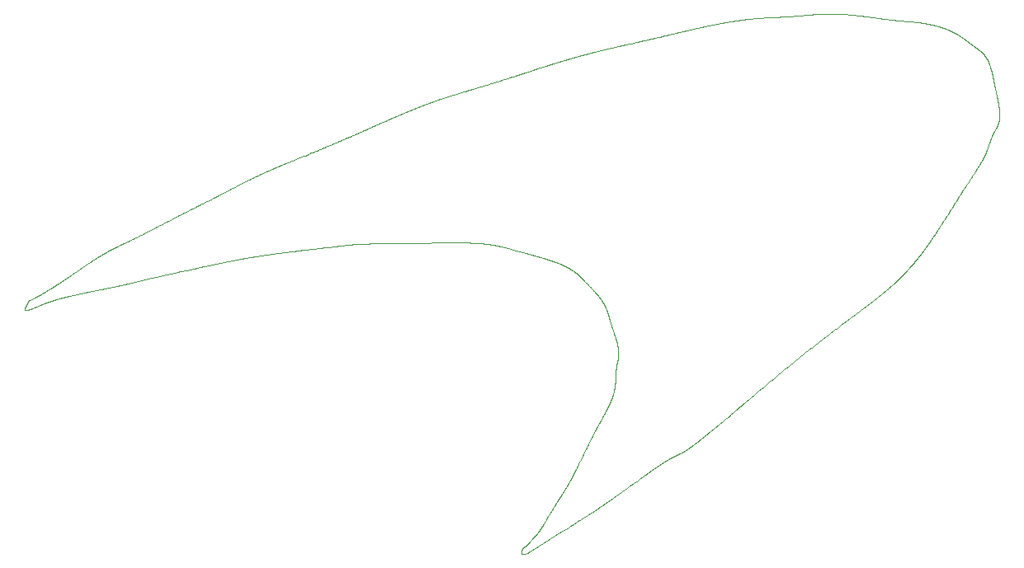
<source format=gbr>
%TF.GenerationSoftware,KiCad,Pcbnew,9.0.6*%
%TF.CreationDate,2025-12-24T22:47:29+00:00*%
%TF.ProjectId,555 Chaser,35353520-4368-4617-9365-722e6b696361,rev?*%
%TF.SameCoordinates,Original*%
%TF.FileFunction,Profile,NP*%
%FSLAX46Y46*%
G04 Gerber Fmt 4.6, Leading zero omitted, Abs format (unit mm)*
G04 Created by KiCad (PCBNEW 9.0.6) date 2025-12-24 22:47:29*
%MOMM*%
%LPD*%
G01*
G04 APERTURE LIST*
%ADD10C,0.050000*%
G04 APERTURE END LIST*
D10*
X74700100Y-93512500D02*
X74698935Y-93512540D01*
X74697716Y-93512662D01*
X74696437Y-93512871D01*
X74695096Y-93513172D01*
X74693688Y-93513571D01*
X74692210Y-93514073D01*
X74690657Y-93514686D01*
X74689025Y-93515416D01*
X74687312Y-93516272D01*
X74685513Y-93517260D01*
X74683625Y-93518390D01*
X74681645Y-93519668D01*
X74679570Y-93521104D01*
X74677398Y-93522706D01*
X74675124Y-93524482D01*
X74672749Y-93526440D01*
X74670268Y-93528590D01*
X74667682Y-93530937D01*
X74664988Y-93533492D01*
X74662186Y-93536259D01*
X74659275Y-93539248D01*
X74656256Y-93542462D01*
X74653130Y-93545909D01*
X74649897Y-93549594D01*
X74646560Y-93553519D01*
X74643120Y-93557689D01*
X74639582Y-93562106D01*
X74635947Y-93566771D01*
X74632221Y-93571685D01*
X74628409Y-93576846D01*
X74624516Y-93582252D01*
X74620547Y-93587900D01*
X74616510Y-93593786D01*
X74612411Y-93599905D01*
X74608257Y-93606250D01*
X74604057Y-93612812D01*
X74599818Y-93619584D01*
X74595549Y-93626557D01*
X74591259Y-93633719D01*
X74586955Y-93641060D01*
X74584800Y-93644795D01*
X74582646Y-93648567D01*
X74580492Y-93652381D01*
X74578342Y-93656230D01*
X74576193Y-93660116D01*
X74574049Y-93664035D01*
X74571911Y-93667986D01*
X74569778Y-93671970D01*
X74567653Y-93675980D01*
X74565535Y-93680022D01*
X74563427Y-93684084D01*
X74561328Y-93688177D01*
X74559242Y-93692286D01*
X74557165Y-93696423D01*
X74555104Y-93700571D01*
X74553053Y-93704746D01*
X74551020Y-93708929D01*
X74548998Y-93713136D01*
X74546997Y-93717345D01*
X74545007Y-93721578D01*
X74543040Y-93725809D01*
X74541086Y-93730061D01*
X74539156Y-93734308D01*
X74537240Y-93738574D01*
X74535350Y-93742831D01*
X74533473Y-93747105D01*
X74531625Y-93751367D01*
X74529792Y-93755644D01*
X74527987Y-93759905D01*
X74526198Y-93764181D01*
X74524440Y-93768437D01*
X74522697Y-93772707D01*
X74520986Y-93776953D01*
X74519292Y-93781211D01*
X74517629Y-93785443D01*
X74515985Y-93789686D01*
X74514372Y-93793900D01*
X74512778Y-93798124D01*
X74511217Y-93802316D01*
X74509675Y-93806517D01*
X74508166Y-93810684D01*
X74506677Y-93814858D01*
X74505221Y-93818997D01*
X74503784Y-93823141D01*
X74502382Y-93827249D01*
X74501000Y-93831361D01*
X74499652Y-93835434D01*
X74498323Y-93839511D01*
X74497030Y-93843547D01*
X74495756Y-93847586D01*
X74494517Y-93851584D01*
X74493298Y-93855583D01*
X74492113Y-93859540D01*
X74490950Y-93863497D01*
X74489820Y-93867411D01*
X74488711Y-93871324D01*
X74487635Y-93875193D01*
X74486581Y-93879061D01*
X74485560Y-93882884D01*
X74484560Y-93886705D01*
X74483594Y-93890481D01*
X74482648Y-93894254D01*
X74481735Y-93897980D01*
X74480843Y-93901704D01*
X74479984Y-93905381D01*
X74479145Y-93909055D01*
X74478339Y-93912681D01*
X74477553Y-93916303D01*
X74476799Y-93919879D01*
X74476066Y-93923449D01*
X74475364Y-93926972D01*
X74474683Y-93930490D01*
X74474031Y-93933961D01*
X74473402Y-93937426D01*
X74472801Y-93940844D01*
X74472222Y-93944255D01*
X74471671Y-93947620D01*
X74471142Y-93950977D01*
X74470640Y-93954289D01*
X74470161Y-93957592D01*
X74469708Y-93960850D01*
X74469276Y-93964100D01*
X74468871Y-93967304D01*
X74468487Y-93970500D01*
X74468129Y-93973651D01*
X74467792Y-93976792D01*
X74467481Y-93979889D01*
X74467190Y-93982978D01*
X74466924Y-93986021D01*
X74466679Y-93989055D01*
X74466458Y-93992046D01*
X74466257Y-93995027D01*
X74466080Y-93997964D01*
X74465923Y-94000892D01*
X74465789Y-94003777D01*
X74465675Y-94006652D01*
X74465584Y-94009485D01*
X74465512Y-94012307D01*
X74465462Y-94015088D01*
X74465432Y-94017858D01*
X74465423Y-94020588D01*
X74465434Y-94023307D01*
X74465465Y-94025985D01*
X74465516Y-94028653D01*
X74465586Y-94031281D01*
X74465677Y-94033898D01*
X74465786Y-94036476D01*
X74465914Y-94039043D01*
X74466061Y-94041572D01*
X74466228Y-94044089D01*
X74466412Y-94046569D01*
X74466615Y-94049038D01*
X74466835Y-94051470D01*
X74467075Y-94053890D01*
X74467332Y-94056274D01*
X74467607Y-94058647D01*
X74467898Y-94060984D01*
X74468209Y-94063310D01*
X74468535Y-94065601D01*
X74468879Y-94067881D01*
X74469239Y-94070126D01*
X74469618Y-94072360D01*
X74470011Y-94074560D01*
X74470422Y-94076749D01*
X74470848Y-94078905D01*
X74471292Y-94081049D01*
X74471750Y-94083162D01*
X74472226Y-94085262D01*
X74472715Y-94087332D01*
X74473223Y-94089390D01*
X74473743Y-94091417D01*
X74474281Y-94093432D01*
X74474832Y-94095418D01*
X74475401Y-94097392D01*
X74475982Y-94099336D01*
X74476581Y-94101270D01*
X74477192Y-94103174D01*
X74477820Y-94105067D01*
X74478461Y-94106932D01*
X74479118Y-94108785D01*
X74479787Y-94110611D01*
X74480474Y-94112426D01*
X74481171Y-94114214D01*
X74481886Y-94115990D01*
X74482612Y-94117740D01*
X74483355Y-94119479D01*
X74484109Y-94121192D01*
X74484880Y-94122894D01*
X74485662Y-94124571D01*
X74486460Y-94126237D01*
X74487269Y-94127879D01*
X74488095Y-94129508D01*
X74488932Y-94131115D01*
X74489785Y-94132710D01*
X74490649Y-94134282D01*
X74491529Y-94135842D01*
X74492420Y-94137381D01*
X74493327Y-94138907D01*
X74494245Y-94140412D01*
X74495179Y-94141906D01*
X74496124Y-94143378D01*
X74497085Y-94144838D01*
X74498056Y-94146278D01*
X74499044Y-94147707D01*
X74500043Y-94149115D01*
X74501057Y-94150511D01*
X74502083Y-94151889D01*
X74503124Y-94153254D01*
X74504177Y-94154600D01*
X74505245Y-94155935D01*
X74506325Y-94157251D01*
X74507421Y-94158555D01*
X74508528Y-94159841D01*
X74509651Y-94161115D01*
X74510785Y-94162371D01*
X74511935Y-94163616D01*
X74513097Y-94164843D01*
X74514275Y-94166058D01*
X74515465Y-94167257D01*
X74516671Y-94168443D01*
X74517889Y-94169613D01*
X74519123Y-94170770D01*
X74520369Y-94171912D01*
X74521632Y-94173041D01*
X74522907Y-94174155D01*
X74524198Y-94175256D01*
X74525503Y-94176342D01*
X74526823Y-94177415D01*
X74528157Y-94178473D01*
X74529507Y-94179518D01*
X74530871Y-94180549D01*
X74532251Y-94181567D01*
X74533645Y-94182570D01*
X74535055Y-94183561D01*
X74536480Y-94184537D01*
X74537922Y-94185500D01*
X74539378Y-94186449D01*
X74540851Y-94187384D01*
X74542339Y-94188306D01*
X74543843Y-94189214D01*
X74545364Y-94190108D01*
X74546901Y-94190989D01*
X74548455Y-94191857D01*
X74550025Y-94192710D01*
X74551612Y-94193550D01*
X74553215Y-94194376D01*
X74554837Y-94195189D01*
X74556475Y-94195987D01*
X74558130Y-94196772D01*
X74559803Y-94197543D01*
X74561495Y-94198301D01*
X74563203Y-94199044D01*
X74564931Y-94199773D01*
X74566675Y-94200488D01*
X74568439Y-94201189D01*
X74570221Y-94201876D01*
X74573842Y-94203207D01*
X74577539Y-94204480D01*
X74581315Y-94205695D01*
X74585170Y-94206852D01*
X74589106Y-94207949D01*
X74593125Y-94208985D01*
X74597229Y-94209960D01*
X74601418Y-94210873D01*
X74605695Y-94211722D01*
X74610061Y-94212507D01*
X74614518Y-94213227D01*
X74619068Y-94213880D01*
X74623713Y-94214466D01*
X74628453Y-94214982D01*
X74633292Y-94215428D01*
X74638231Y-94215803D01*
X74643271Y-94216104D01*
X74648415Y-94216331D01*
X74653664Y-94216483D01*
X74659021Y-94216556D01*
X74664487Y-94216551D01*
X74670064Y-94216465D01*
X74675754Y-94216297D01*
X74681559Y-94216045D01*
X74687481Y-94215708D01*
X74693522Y-94215282D01*
X74699683Y-94214768D01*
X74705968Y-94214163D01*
X74712378Y-94213464D01*
X74718914Y-94212671D01*
X74725580Y-94211781D01*
X74732377Y-94210793D01*
X74739306Y-94209703D01*
X74746371Y-94208511D01*
X74753574Y-94207214D01*
X74760915Y-94205811D01*
X74768398Y-94204298D01*
X74776025Y-94202674D01*
X74783797Y-94200936D01*
X74791717Y-94199084D01*
X74799788Y-94197113D01*
X74808010Y-94195022D01*
X74816387Y-94192809D01*
X74824920Y-94190471D01*
X74833612Y-94188007D01*
X74842464Y-94185413D01*
X74851480Y-94182687D01*
X74860661Y-94179827D01*
X74870010Y-94176831D01*
X74879529Y-94173696D01*
X74889219Y-94170419D01*
X74899084Y-94166999D01*
X74909125Y-94163432D01*
X74919345Y-94159716D01*
X74929746Y-94155849D01*
X74940331Y-94151827D01*
X74951101Y-94147649D01*
X74962059Y-94143312D01*
X74973208Y-94138812D01*
X74984549Y-94134149D01*
X74996084Y-94129318D01*
X75007818Y-94124317D01*
X75019750Y-94119143D01*
X75031885Y-94113795D01*
X75044224Y-94108268D01*
X75056770Y-94102560D01*
X75069525Y-94096669D01*
X75082491Y-94090592D01*
X75095671Y-94084325D01*
X75109067Y-94077867D01*
X75122682Y-94071214D01*
X75136518Y-94064363D01*
X75140150Y-94062550D01*
X76185300Y-91972300D02*
X76170696Y-91990490D01*
X76155496Y-92009295D01*
X76139694Y-92028718D01*
X76123287Y-92048757D01*
X76106272Y-92069412D01*
X76088648Y-92090679D01*
X76070418Y-92112555D01*
X76051582Y-92135030D01*
X76032147Y-92158097D01*
X76012119Y-92181744D01*
X75991506Y-92205956D01*
X75970321Y-92230719D01*
X75948576Y-92256011D01*
X75926288Y-92281814D01*
X75903476Y-92308101D01*
X75880159Y-92334846D01*
X75856364Y-92362020D01*
X75832114Y-92389590D01*
X75807441Y-92417522D01*
X75782374Y-92445778D01*
X75756948Y-92474319D01*
X75731198Y-92503102D01*
X75705164Y-92532084D01*
X75678885Y-92561219D01*
X75652403Y-92590459D01*
X75625762Y-92619757D01*
X75599005Y-92649062D01*
X75572180Y-92678324D01*
X75558756Y-92692923D01*
X75545330Y-92707494D01*
X75531915Y-92722024D01*
X75518504Y-92736521D01*
X75505120Y-92750958D01*
X75491747Y-92765355D01*
X75478418Y-92779675D01*
X75465104Y-92793948D01*
X75451852Y-92808126D01*
X75438621Y-92822253D01*
X75425468Y-92836267D01*
X75412342Y-92850223D01*
X75399310Y-92864050D01*
X75386309Y-92877814D01*
X75373417Y-92891434D01*
X75360562Y-92904985D01*
X75347831Y-92918377D01*
X75335142Y-92931696D01*
X75322590Y-92944842D01*
X75310084Y-92957910D01*
X75297728Y-92970792D01*
X75285423Y-92983593D01*
X75273280Y-92996196D01*
X75261191Y-93008713D01*
X75249276Y-93021023D01*
X75237418Y-93033243D01*
X75225743Y-93045247D01*
X75214130Y-93057158D01*
X75202709Y-93068844D01*
X75191352Y-93080435D01*
X75180194Y-93091794D01*
X75169105Y-93103055D01*
X75158220Y-93114078D01*
X75147407Y-93125002D01*
X75136804Y-93135684D01*
X75126274Y-93146264D01*
X75115961Y-93156598D01*
X75105721Y-93166829D01*
X75095702Y-93176813D01*
X75085758Y-93186692D01*
X75076037Y-93196321D01*
X75066393Y-93205846D01*
X75056974Y-93215121D01*
X75047633Y-93224290D01*
X75038518Y-93233209D01*
X75029482Y-93242023D01*
X75020672Y-93250589D01*
X75011942Y-93259048D01*
X75003437Y-93267262D01*
X74995012Y-93275369D01*
X74986811Y-93283233D01*
X74978691Y-93290992D01*
X74970794Y-93298511D01*
X74962976Y-93305925D01*
X74955379Y-93313103D01*
X74947862Y-93320177D01*
X74940562Y-93327019D01*
X74933342Y-93333759D01*
X74926337Y-93340271D01*
X74919409Y-93346683D01*
X74912693Y-93352872D01*
X74906055Y-93358961D01*
X74899624Y-93364834D01*
X74893269Y-93370609D01*
X74887117Y-93376172D01*
X74881041Y-93381640D01*
X74875163Y-93386903D01*
X74869360Y-93392071D01*
X74863750Y-93397041D01*
X74858213Y-93401918D01*
X74852865Y-93406603D01*
X74847588Y-93411198D01*
X74842495Y-93415607D01*
X74837472Y-93419928D01*
X74832627Y-93424069D01*
X74827850Y-93428126D01*
X74823247Y-93432009D01*
X74818710Y-93435809D01*
X74814341Y-93439442D01*
X74810037Y-93442996D01*
X74805895Y-93446389D01*
X74801816Y-93449705D01*
X74797894Y-93452867D01*
X74794032Y-93455954D01*
X74790323Y-93458894D01*
X74786672Y-93461762D01*
X74783168Y-93464489D01*
X74779720Y-93467146D01*
X74776413Y-93469669D01*
X74773161Y-93472125D01*
X74770045Y-93474454D01*
X74766981Y-93476718D01*
X74764047Y-93478860D01*
X74761165Y-93480941D01*
X74758407Y-93482906D01*
X74755698Y-93484812D01*
X74753108Y-93486609D01*
X74750566Y-93488349D01*
X74748138Y-93489986D01*
X74745754Y-93491569D01*
X74743480Y-93493055D01*
X74741249Y-93494488D01*
X74739123Y-93495831D01*
X74737037Y-93497123D01*
X74735051Y-93498331D01*
X74733104Y-93499491D01*
X74731251Y-93500571D01*
X74729436Y-93501606D01*
X74727710Y-93502567D01*
X74726020Y-93503485D01*
X74724415Y-93504334D01*
X74722844Y-93505141D01*
X74721354Y-93505885D01*
X74719895Y-93506590D01*
X74718513Y-93507236D01*
X74717160Y-93507846D01*
X74715880Y-93508401D01*
X74714628Y-93508922D01*
X74713444Y-93509392D01*
X74712287Y-93509830D01*
X74711194Y-93510223D01*
X74710125Y-93510585D01*
X74709117Y-93510905D01*
X74708132Y-93511197D01*
X74707203Y-93511451D01*
X74706297Y-93511678D01*
X74705442Y-93511871D01*
X74704608Y-93512039D01*
X74703823Y-93512176D01*
X74703057Y-93512290D01*
X74702336Y-93512376D01*
X74701634Y-93512440D01*
X74700972Y-93512480D01*
X74700328Y-93512499D01*
X74700100Y-93512500D01*
X78440500Y-88342000D02*
X78408920Y-88391022D01*
X78377245Y-88440338D01*
X78345469Y-88489959D01*
X78313584Y-88539896D01*
X78281583Y-88590164D01*
X78249457Y-88640775D01*
X78217196Y-88691746D01*
X78184791Y-88743094D01*
X78152229Y-88794838D01*
X78119500Y-88846998D01*
X78086588Y-88899597D01*
X78053479Y-88952661D01*
X78020155Y-89006219D01*
X77986598Y-89060301D01*
X77952787Y-89114944D01*
X77918696Y-89170188D01*
X77884298Y-89226080D01*
X77849562Y-89282672D01*
X77814451Y-89340026D01*
X77778922Y-89398213D01*
X77742926Y-89457317D01*
X77706402Y-89517439D01*
X77669279Y-89578698D01*
X77631469Y-89641242D01*
X77592863Y-89705255D01*
X77553322Y-89770969D01*
X77512666Y-89838687D01*
X77470652Y-89908817D01*
X77426942Y-89981929D01*
X77381036Y-90058864D01*
X77332143Y-90140954D01*
X77278860Y-90230559D01*
X77218225Y-90332671D01*
X77135482Y-90472151D01*
X77060596Y-90598390D01*
X77023971Y-90660082D01*
X76987889Y-90720805D01*
X76952345Y-90780544D01*
X76917337Y-90839287D01*
X76882862Y-90897019D01*
X76848917Y-90953728D01*
X76832142Y-90981694D01*
X76815498Y-91009399D01*
X76798985Y-91036841D01*
X76782603Y-91064019D01*
X76766351Y-91090931D01*
X76750229Y-91117575D01*
X76734236Y-91143949D01*
X76718372Y-91170053D01*
X76702637Y-91195883D01*
X76687031Y-91221438D01*
X76671552Y-91246718D01*
X76656200Y-91271719D01*
X76640976Y-91296440D01*
X76625879Y-91320881D01*
X76610908Y-91345038D01*
X76596063Y-91368910D01*
X76581343Y-91392496D01*
X76566749Y-91415793D01*
X76552280Y-91438801D01*
X76537935Y-91461517D01*
X76523715Y-91483940D01*
X76509618Y-91506068D01*
X76495644Y-91527899D01*
X76481794Y-91549432D01*
X76468066Y-91570665D01*
X76454460Y-91591596D01*
X76440977Y-91612223D01*
X76427614Y-91632545D01*
X76414373Y-91652561D01*
X76401253Y-91672268D01*
X76388253Y-91691665D01*
X76375373Y-91710750D01*
X76362612Y-91729521D01*
X76356277Y-91738788D01*
X76349971Y-91747977D01*
X76343695Y-91757086D01*
X76337449Y-91766116D01*
X76331232Y-91775066D01*
X76325045Y-91783936D01*
X76318887Y-91792726D01*
X76312759Y-91801435D01*
X76306660Y-91810065D01*
X76300591Y-91818613D01*
X76294551Y-91827081D01*
X76288540Y-91835467D01*
X76282558Y-91843772D01*
X76276606Y-91851995D01*
X76270683Y-91860137D01*
X76264789Y-91868196D01*
X76258924Y-91876174D01*
X76253088Y-91884069D01*
X76247280Y-91891881D01*
X76241502Y-91899610D01*
X76235753Y-91907256D01*
X76230032Y-91914819D01*
X76224341Y-91922299D01*
X76218678Y-91929695D01*
X76213043Y-91937007D01*
X76207438Y-91944234D01*
X76201860Y-91951378D01*
X76196312Y-91958437D01*
X76190792Y-91965411D01*
X76185300Y-91972300D01*
X81100000Y-83391500D02*
X80995839Y-83605457D01*
X80872280Y-83859413D01*
X80829282Y-83947808D01*
X80728142Y-84155717D01*
X80631642Y-84353992D01*
X80585040Y-84449675D01*
X80539489Y-84543141D01*
X80494951Y-84634452D01*
X80451390Y-84723672D01*
X80408769Y-84810864D01*
X80367052Y-84896093D01*
X80326201Y-84979421D01*
X80286181Y-85060912D01*
X80246955Y-85140630D01*
X80227628Y-85179843D01*
X80208485Y-85218637D01*
X80189523Y-85257019D01*
X80170736Y-85294998D01*
X80152120Y-85332581D01*
X80133671Y-85369776D01*
X80115383Y-85406591D01*
X80097253Y-85443035D01*
X80079275Y-85479114D01*
X80061445Y-85514837D01*
X80043758Y-85550212D01*
X80026211Y-85585247D01*
X80008798Y-85619950D01*
X79991514Y-85654328D01*
X79974356Y-85688390D01*
X79957318Y-85722143D01*
X79940396Y-85755596D01*
X79923586Y-85788756D01*
X79906882Y-85821632D01*
X79890281Y-85854231D01*
X79873777Y-85886561D01*
X79857366Y-85918631D01*
X79841044Y-85950447D01*
X79824806Y-85982019D01*
X79808647Y-86013354D01*
X79792563Y-86044459D01*
X79776549Y-86075343D01*
X79760600Y-86106015D01*
X79744713Y-86136480D01*
X79728882Y-86166749D01*
X79713103Y-86196828D01*
X79697371Y-86226726D01*
X79681682Y-86256450D01*
X79666031Y-86286009D01*
X79650414Y-86315409D01*
X79634826Y-86344661D01*
X79619261Y-86373770D01*
X79603717Y-86402746D01*
X79588188Y-86431596D01*
X79572670Y-86460327D01*
X79557157Y-86488949D01*
X79541647Y-86517469D01*
X79526133Y-86545894D01*
X79510611Y-86574233D01*
X79495077Y-86602494D01*
X79479526Y-86630685D01*
X79463954Y-86658813D01*
X79448356Y-86686887D01*
X79432727Y-86714914D01*
X79417064Y-86742903D01*
X79401360Y-86770861D01*
X79385612Y-86798796D01*
X79369815Y-86826717D01*
X79353965Y-86854630D01*
X79338057Y-86882545D01*
X79322086Y-86910469D01*
X79306047Y-86938410D01*
X79289937Y-86966375D01*
X79273751Y-86994374D01*
X79257484Y-87022413D01*
X79241131Y-87050501D01*
X79224688Y-87078646D01*
X79208150Y-87106855D01*
X79191513Y-87135137D01*
X79174772Y-87163499D01*
X79157923Y-87191949D01*
X79140961Y-87220496D01*
X79123881Y-87249148D01*
X79106679Y-87277911D01*
X79089350Y-87306795D01*
X79071890Y-87335806D01*
X79054294Y-87364954D01*
X79036558Y-87394246D01*
X79018676Y-87423689D01*
X79000645Y-87453292D01*
X78982460Y-87483063D01*
X78964115Y-87513010D01*
X78945608Y-87543141D01*
X78926932Y-87573463D01*
X78908084Y-87603984D01*
X78889059Y-87634713D01*
X78869852Y-87665658D01*
X78850459Y-87696825D01*
X78830874Y-87728224D01*
X78811095Y-87759863D01*
X78791115Y-87791748D01*
X78770931Y-87823888D01*
X78750537Y-87856292D01*
X78729930Y-87888966D01*
X78709105Y-87921919D01*
X78688056Y-87955159D01*
X78666780Y-87988694D01*
X78645272Y-88022532D01*
X78623527Y-88056680D01*
X78601541Y-88091146D01*
X78579310Y-88125940D01*
X78556827Y-88161067D01*
X78534090Y-88196537D01*
X78511093Y-88232358D01*
X78487833Y-88268536D01*
X78464303Y-88305081D01*
X78440500Y-88342000D01*
X83446000Y-78881000D02*
X83429962Y-78913054D01*
X83414094Y-78944723D01*
X83398381Y-78976038D01*
X83382835Y-79006979D01*
X83367434Y-79037584D01*
X83352195Y-79067824D01*
X83337092Y-79097749D01*
X83322148Y-79127317D01*
X83307329Y-79156590D01*
X83292665Y-79185516D01*
X83278118Y-79214168D01*
X83263720Y-79242480D01*
X83249429Y-79270539D01*
X83235284Y-79298267D01*
X83221236Y-79325763D01*
X83207330Y-79352936D01*
X83193509Y-79379900D01*
X83179828Y-79406548D01*
X83166220Y-79433009D01*
X83152748Y-79459162D01*
X83126061Y-79510841D01*
X83099735Y-79561650D01*
X83073737Y-79611655D01*
X83048033Y-79660924D01*
X83022585Y-79709530D01*
X82997354Y-79757552D01*
X82972299Y-79805070D01*
X82947373Y-79852176D01*
X82922524Y-79898968D01*
X82897694Y-79945557D01*
X82872817Y-79992067D01*
X82847816Y-80038643D01*
X82822598Y-80085457D01*
X82797052Y-80132716D01*
X82771036Y-80180679D01*
X82744369Y-80229680D01*
X82716804Y-80280170D01*
X82687990Y-80332788D01*
X82657388Y-80388510D01*
X82624087Y-80448990D01*
X82586271Y-80517518D01*
X82539008Y-80603025D01*
X82522796Y-80632340D01*
X82492013Y-80688005D01*
X82461119Y-80743905D01*
X82430035Y-80800216D01*
X82398686Y-80857111D01*
X82366993Y-80914763D01*
X82350994Y-80943927D01*
X82334881Y-80973345D01*
X82318643Y-81003039D01*
X82302271Y-81033031D01*
X82285755Y-81063343D01*
X82269086Y-81093995D01*
X82252255Y-81125011D01*
X82235251Y-81156410D01*
X82218064Y-81188216D01*
X82200686Y-81220450D01*
X82183107Y-81253133D01*
X82165317Y-81286288D01*
X82147306Y-81319935D01*
X82129064Y-81354097D01*
X82110583Y-81388795D01*
X82091852Y-81424051D01*
X82072862Y-81459887D01*
X82053604Y-81496324D01*
X82034066Y-81533384D01*
X82014241Y-81571089D01*
X81994118Y-81609460D01*
X81973688Y-81648520D01*
X81952941Y-81688289D01*
X81931867Y-81728789D01*
X81910457Y-81770043D01*
X81888701Y-81812071D01*
X81866589Y-81854896D01*
X81844112Y-81898540D01*
X81821261Y-81943023D01*
X81798025Y-81988367D01*
X81774395Y-82034595D01*
X81750362Y-82081728D01*
X81725915Y-82129788D01*
X81701045Y-82178796D01*
X81675743Y-82228774D01*
X81649998Y-82279743D01*
X81623802Y-82331726D01*
X81597144Y-82384744D01*
X81570015Y-82438819D01*
X81542406Y-82493972D01*
X81514306Y-82550226D01*
X81485706Y-82607601D01*
X81456596Y-82666120D01*
X81426967Y-82725804D01*
X81396810Y-82786674D01*
X81366113Y-82848754D01*
X81334869Y-82912063D01*
X81303067Y-82976625D01*
X81270697Y-83042460D01*
X81237750Y-83109591D01*
X81204217Y-83178038D01*
X81170087Y-83247825D01*
X81135351Y-83318971D01*
X81100000Y-83391500D01*
X84326100Y-74370600D02*
X84321249Y-74389468D01*
X84316473Y-74408361D01*
X84311773Y-74427281D01*
X84307147Y-74446232D01*
X84302596Y-74465214D01*
X84298118Y-74484232D01*
X84293713Y-74503287D01*
X84289380Y-74522383D01*
X84285120Y-74541522D01*
X84280930Y-74560708D01*
X84276812Y-74579943D01*
X84272763Y-74599231D01*
X84268784Y-74618575D01*
X84264875Y-74637979D01*
X84261033Y-74657446D01*
X84257260Y-74676980D01*
X84253554Y-74696586D01*
X84249915Y-74716266D01*
X84246342Y-74736027D01*
X84242835Y-74755872D01*
X84239393Y-74775806D01*
X84236015Y-74795834D01*
X84232701Y-74815962D01*
X84229451Y-74836195D01*
X84226263Y-74856539D01*
X84223138Y-74877001D01*
X84220074Y-74897587D01*
X84217071Y-74918305D01*
X84214128Y-74939161D01*
X84211245Y-74960164D01*
X84208421Y-74981324D01*
X84205655Y-75002648D01*
X84202946Y-75024147D01*
X84200294Y-75045832D01*
X84197698Y-75067714D01*
X84195158Y-75089806D01*
X84192671Y-75112121D01*
X84190238Y-75134675D01*
X84187857Y-75157483D01*
X84185528Y-75180564D01*
X84183249Y-75203937D01*
X84181019Y-75227624D01*
X84178836Y-75251649D01*
X84176701Y-75276040D01*
X84174610Y-75300826D01*
X84172562Y-75326044D01*
X84170555Y-75351731D01*
X84168588Y-75377935D01*
X84166657Y-75404708D01*
X84164759Y-75432111D01*
X84162892Y-75460220D01*
X84161051Y-75489122D01*
X84159231Y-75518927D01*
X84157427Y-75549770D01*
X84155630Y-75581826D01*
X84153831Y-75615321D01*
X84152016Y-75650567D01*
X84150165Y-75688007D01*
X84148250Y-75728314D01*
X84146220Y-75772615D01*
X84143983Y-75823079D01*
X84141300Y-75885162D01*
X84139728Y-75921925D01*
X84136325Y-76001215D01*
X84134588Y-76040943D01*
X84132808Y-76080736D01*
X84130974Y-76120603D01*
X84129071Y-76160551D01*
X84128090Y-76180557D01*
X84127087Y-76200587D01*
X84126060Y-76220641D01*
X84125008Y-76240720D01*
X84123928Y-76260825D01*
X84122820Y-76280957D01*
X84121681Y-76301117D01*
X84120510Y-76321306D01*
X84119306Y-76341525D01*
X84118066Y-76361775D01*
X84116789Y-76382056D01*
X84115473Y-76402371D01*
X84114117Y-76422719D01*
X84112719Y-76443102D01*
X84111277Y-76463521D01*
X84109790Y-76483976D01*
X84108256Y-76504470D01*
X84106672Y-76525001D01*
X84105039Y-76545573D01*
X84103353Y-76566185D01*
X84101614Y-76586838D01*
X84099820Y-76607534D01*
X84097968Y-76628274D01*
X84096057Y-76649057D01*
X84094087Y-76669887D01*
X84092054Y-76690762D01*
X84089957Y-76711685D01*
X84087795Y-76732657D01*
X84085567Y-76753677D01*
X84083269Y-76774748D01*
X84080901Y-76795870D01*
X84078461Y-76817045D01*
X84075947Y-76838272D01*
X84073358Y-76859553D01*
X84070692Y-76880890D01*
X84067947Y-76902283D01*
X84065122Y-76923732D01*
X84062215Y-76945240D01*
X84059224Y-76966807D01*
X84056148Y-76988433D01*
X84052985Y-77010121D01*
X84049733Y-77031870D01*
X84048073Y-77042768D01*
X84046391Y-77053682D01*
X84044685Y-77064612D01*
X84042957Y-77075558D01*
X84041204Y-77086520D01*
X84039429Y-77097498D01*
X84037629Y-77108493D01*
X84035805Y-77119505D01*
X84033958Y-77130533D01*
X84032085Y-77141578D01*
X84030188Y-77152640D01*
X84028266Y-77163719D01*
X84026319Y-77174815D01*
X84024347Y-77185928D01*
X84022349Y-77197059D01*
X84020326Y-77208207D01*
X84018277Y-77219373D01*
X84016201Y-77230557D01*
X84014099Y-77241758D01*
X84011971Y-77252978D01*
X84009816Y-77264215D01*
X84007634Y-77275471D01*
X84005425Y-77286745D01*
X84003188Y-77298038D01*
X84000924Y-77309350D01*
X83998632Y-77320680D01*
X83996312Y-77332029D01*
X83993964Y-77343397D01*
X83991587Y-77354784D01*
X83989182Y-77366190D01*
X83986748Y-77377615D01*
X83984285Y-77389060D01*
X83981793Y-77400525D01*
X83979271Y-77412009D01*
X83976720Y-77423513D01*
X83974138Y-77435038D01*
X83971527Y-77446582D01*
X83968885Y-77458146D01*
X83966213Y-77469731D01*
X83963510Y-77481336D01*
X83960777Y-77492961D01*
X83958012Y-77504607D01*
X83955216Y-77516274D01*
X83952388Y-77527962D01*
X83949529Y-77539671D01*
X83946637Y-77551401D01*
X83943714Y-77563153D01*
X83940758Y-77574926D01*
X83937769Y-77586720D01*
X83934748Y-77598536D01*
X83931694Y-77610374D01*
X83928606Y-77622233D01*
X83925485Y-77634115D01*
X83922331Y-77646018D01*
X83919143Y-77657944D01*
X83915920Y-77669892D01*
X83912664Y-77681863D01*
X83909373Y-77693857D01*
X83906047Y-77705873D01*
X83902687Y-77717912D01*
X83899291Y-77729973D01*
X83895860Y-77742058D01*
X83892394Y-77754167D01*
X83888892Y-77766298D01*
X83885354Y-77778453D01*
X83881780Y-77790632D01*
X83878169Y-77802834D01*
X83874523Y-77815060D01*
X83870839Y-77827310D01*
X83867118Y-77839584D01*
X83863361Y-77851882D01*
X83859566Y-77864204D01*
X83855733Y-77876551D01*
X83851863Y-77888923D01*
X83847954Y-77901319D01*
X83844008Y-77913740D01*
X83840023Y-77926185D01*
X83835999Y-77938656D01*
X83831937Y-77951152D01*
X83827835Y-77963673D01*
X83823694Y-77976220D01*
X83819514Y-77988792D01*
X83815295Y-78001389D01*
X83811035Y-78014013D01*
X83806735Y-78026662D01*
X83802395Y-78039337D01*
X83798015Y-78052039D01*
X83793594Y-78064766D01*
X83789132Y-78077520D01*
X83784629Y-78090301D01*
X83780084Y-78103108D01*
X83775498Y-78115942D01*
X83770871Y-78128802D01*
X83766201Y-78141690D01*
X83761489Y-78154604D01*
X83756735Y-78167546D01*
X83751939Y-78180515D01*
X83747099Y-78193512D01*
X83742217Y-78206536D01*
X83737291Y-78219588D01*
X83732322Y-78232668D01*
X83727310Y-78245775D01*
X83722253Y-78258911D01*
X83717153Y-78272075D01*
X83712008Y-78285267D01*
X83706819Y-78298487D01*
X83701586Y-78311736D01*
X83696307Y-78325014D01*
X83690983Y-78338320D01*
X83685614Y-78351655D01*
X83680200Y-78365020D01*
X83674740Y-78378413D01*
X83669234Y-78391836D01*
X83663682Y-78405288D01*
X83658084Y-78418769D01*
X83652439Y-78432281D01*
X83646747Y-78445822D01*
X83641009Y-78459392D01*
X83635223Y-78472993D01*
X83629390Y-78486624D01*
X83623510Y-78500285D01*
X83617582Y-78513976D01*
X83611605Y-78527698D01*
X83605581Y-78541451D01*
X83599508Y-78555234D01*
X83593387Y-78569048D01*
X83587216Y-78582893D01*
X83580997Y-78596769D01*
X83574729Y-78610676D01*
X83568411Y-78624615D01*
X83562043Y-78638585D01*
X83555626Y-78652586D01*
X83549159Y-78666619D01*
X83542641Y-78680684D01*
X83536073Y-78694781D01*
X83529454Y-78708910D01*
X83522784Y-78723071D01*
X83516064Y-78737265D01*
X83509291Y-78751490D01*
X83502468Y-78765749D01*
X83495593Y-78780039D01*
X83488665Y-78794363D01*
X83481686Y-78808720D01*
X83474654Y-78823109D01*
X83467570Y-78837532D01*
X83460433Y-78851988D01*
X83453243Y-78866477D01*
X83446000Y-78881000D01*
X83446000Y-69860100D02*
X83452890Y-69887501D01*
X83459898Y-69915043D01*
X83467026Y-69942731D01*
X83474275Y-69970574D01*
X83481648Y-69998578D01*
X83489149Y-70026752D01*
X83496779Y-70055105D01*
X83504542Y-70083645D01*
X83512442Y-70112383D01*
X83520481Y-70141330D01*
X83528664Y-70170497D01*
X83536994Y-70199896D01*
X83545477Y-70229540D01*
X83554117Y-70259446D01*
X83562919Y-70289628D01*
X83571890Y-70320105D01*
X83581036Y-70350894D01*
X83590364Y-70382019D01*
X83599882Y-70413501D01*
X83609599Y-70445367D01*
X83619525Y-70477647D01*
X83629671Y-70510373D01*
X83640050Y-70543582D01*
X83650676Y-70577315D01*
X83661565Y-70611623D01*
X83672737Y-70646559D01*
X83684214Y-70682190D01*
X83696022Y-70718593D01*
X83708193Y-70755858D01*
X83720764Y-70794098D01*
X83733785Y-70833450D01*
X83747312Y-70874086D01*
X83761423Y-70916227D01*
X83776220Y-70960170D01*
X83791842Y-71006321D01*
X83808493Y-71055271D01*
X83826489Y-71107939D01*
X83846377Y-71165909D01*
X83869266Y-71232401D01*
X83898272Y-71316457D01*
X83905871Y-71338461D01*
X83940220Y-71437980D01*
X83957261Y-71487454D01*
X83974195Y-71536746D01*
X83991011Y-71585861D01*
X84007695Y-71634804D01*
X84015985Y-71659213D01*
X84024237Y-71683581D01*
X84032450Y-71707909D01*
X84040622Y-71732198D01*
X84048753Y-71756448D01*
X84056839Y-71780660D01*
X84064881Y-71804835D01*
X84072876Y-71828973D01*
X84080823Y-71853075D01*
X84088719Y-71877142D01*
X84096565Y-71901174D01*
X84104357Y-71925173D01*
X84112095Y-71949138D01*
X84119777Y-71973071D01*
X84127402Y-71996973D01*
X84134967Y-72020843D01*
X84142472Y-72044683D01*
X84149914Y-72068493D01*
X84157292Y-72092274D01*
X84164605Y-72116027D01*
X84171852Y-72139753D01*
X84179029Y-72163452D01*
X84186137Y-72187124D01*
X84193173Y-72210771D01*
X84200136Y-72234393D01*
X84207025Y-72257991D01*
X84213837Y-72281566D01*
X84220571Y-72305118D01*
X84227226Y-72328648D01*
X84233800Y-72352157D01*
X84240292Y-72375645D01*
X84246699Y-72399113D01*
X84253021Y-72422562D01*
X84256150Y-72434280D01*
X84259256Y-72445993D01*
X84262341Y-72457701D01*
X84265403Y-72469405D01*
X84268442Y-72481105D01*
X84271459Y-72492801D01*
X84274452Y-72504493D01*
X84277423Y-72516180D01*
X84280370Y-72527864D01*
X84283294Y-72539543D01*
X84286194Y-72551219D01*
X84289070Y-72562892D01*
X84291922Y-72574561D01*
X84294750Y-72586226D01*
X84297553Y-72597888D01*
X84300332Y-72609546D01*
X84303085Y-72621202D01*
X84305814Y-72632854D01*
X84308517Y-72644503D01*
X84311195Y-72656149D01*
X84313847Y-72667792D01*
X84316473Y-72679432D01*
X84319074Y-72691070D01*
X84321648Y-72702705D01*
X84324195Y-72714338D01*
X84326716Y-72725968D01*
X84329210Y-72737596D01*
X84331677Y-72749221D01*
X84334117Y-72760844D01*
X84336530Y-72772465D01*
X84338915Y-72784084D01*
X84341272Y-72795702D01*
X84343601Y-72807317D01*
X84345902Y-72818930D01*
X84348174Y-72830542D01*
X84350418Y-72842153D01*
X84352634Y-72853762D01*
X84354820Y-72865369D01*
X84356977Y-72876975D01*
X84359105Y-72888580D01*
X84361203Y-72900184D01*
X84363271Y-72911786D01*
X84365310Y-72923388D01*
X84367318Y-72934989D01*
X84369296Y-72946589D01*
X84371244Y-72958188D01*
X84373161Y-72969787D01*
X84375047Y-72981385D01*
X84376902Y-72992982D01*
X84378725Y-73004580D01*
X84380517Y-73016177D01*
X84382278Y-73027773D01*
X84384006Y-73039370D01*
X84385703Y-73050967D01*
X84387367Y-73062563D01*
X84388999Y-73074160D01*
X84390598Y-73085758D01*
X84392164Y-73097355D01*
X84393697Y-73108953D01*
X84395197Y-73120551D01*
X84396664Y-73132150D01*
X84398097Y-73143750D01*
X84399496Y-73155350D01*
X84400861Y-73166952D01*
X84402192Y-73178554D01*
X84403488Y-73190157D01*
X84404750Y-73201762D01*
X84405977Y-73213367D01*
X84407170Y-73224974D01*
X84408327Y-73236582D01*
X84409448Y-73248192D01*
X84410534Y-73259803D01*
X84411585Y-73271416D01*
X84412599Y-73283031D01*
X84413577Y-73294647D01*
X84414519Y-73306265D01*
X84415424Y-73317885D01*
X84416293Y-73329508D01*
X84417125Y-73341132D01*
X84417919Y-73352759D01*
X84418677Y-73364388D01*
X84419396Y-73376020D01*
X84420078Y-73387654D01*
X84420723Y-73399290D01*
X84421329Y-73410930D01*
X84421896Y-73422572D01*
X84422426Y-73434216D01*
X84422917Y-73445864D01*
X84423368Y-73457515D01*
X84423781Y-73469169D01*
X84424155Y-73480826D01*
X84424489Y-73492487D01*
X84424783Y-73504151D01*
X84425038Y-73515818D01*
X84425252Y-73527489D01*
X84425427Y-73539163D01*
X84425560Y-73550841D01*
X84425654Y-73562523D01*
X84425706Y-73574209D01*
X84425718Y-73585899D01*
X84425688Y-73597593D01*
X84425617Y-73609291D01*
X84425504Y-73620994D01*
X84425350Y-73632700D01*
X84425154Y-73644411D01*
X84424915Y-73656127D01*
X84424634Y-73667847D01*
X84424311Y-73679572D01*
X84423944Y-73691302D01*
X84423535Y-73703036D01*
X84423083Y-73714776D01*
X84422587Y-73726520D01*
X84422048Y-73738270D01*
X84421465Y-73750025D01*
X84420839Y-73761785D01*
X84420168Y-73773550D01*
X84419453Y-73785321D01*
X84418693Y-73797098D01*
X84417889Y-73808880D01*
X84417039Y-73820668D01*
X84416145Y-73832461D01*
X84415205Y-73844261D01*
X84414220Y-73856066D01*
X84413190Y-73867878D01*
X84412113Y-73879696D01*
X84410991Y-73891520D01*
X84409822Y-73903350D01*
X84408606Y-73915187D01*
X84407345Y-73927030D01*
X84406036Y-73938880D01*
X84404680Y-73950736D01*
X84403277Y-73962600D01*
X84401827Y-73974470D01*
X84400329Y-73986347D01*
X84398783Y-73998231D01*
X84397189Y-74010122D01*
X84395547Y-74022021D01*
X84393857Y-74033927D01*
X84392118Y-74045840D01*
X84390331Y-74057760D01*
X84388494Y-74069688D01*
X84386608Y-74081624D01*
X84384673Y-74093568D01*
X84382689Y-74105519D01*
X84380654Y-74117478D01*
X84378570Y-74129445D01*
X84376436Y-74141421D01*
X84374251Y-74153404D01*
X84372016Y-74165396D01*
X84369730Y-74177396D01*
X84367393Y-74189404D01*
X84365005Y-74201421D01*
X84362566Y-74213447D01*
X84360075Y-74225481D01*
X84357533Y-74237524D01*
X84354938Y-74249576D01*
X84352292Y-74261636D01*
X84349593Y-74273706D01*
X84346842Y-74285785D01*
X84344039Y-74297873D01*
X84341182Y-74309971D01*
X84338273Y-74322077D01*
X84335310Y-74334194D01*
X84332293Y-74346319D01*
X84329224Y-74358455D01*
X84326100Y-74370600D01*
X80585700Y-65789700D02*
X80626412Y-65832530D01*
X80668059Y-65876230D01*
X80710792Y-65920956D01*
X80754805Y-65966909D01*
X80800354Y-66014353D01*
X80847790Y-66063650D01*
X80897614Y-66115319D01*
X80950594Y-66170149D01*
X81008014Y-66229466D01*
X81072352Y-66295824D01*
X81149818Y-66375622D01*
X81197490Y-66424702D01*
X81251160Y-66479959D01*
X81304199Y-66534592D01*
X81356610Y-66588628D01*
X81408393Y-66642096D01*
X81434050Y-66668626D01*
X81459552Y-66695024D01*
X81484898Y-66721294D01*
X81510088Y-66747439D01*
X81535123Y-66773463D01*
X81560003Y-66799369D01*
X81584729Y-66825161D01*
X81609300Y-66850842D01*
X81633718Y-66876415D01*
X81657981Y-66901885D01*
X81682090Y-66927254D01*
X81706047Y-66952526D01*
X81729850Y-66977705D01*
X81753500Y-67002794D01*
X81776998Y-67027796D01*
X81800343Y-67052715D01*
X81823537Y-67077554D01*
X81846578Y-67102317D01*
X81869468Y-67127008D01*
X81892207Y-67151630D01*
X81914794Y-67176185D01*
X81937231Y-67200679D01*
X81959518Y-67225113D01*
X81981654Y-67249493D01*
X82003639Y-67273820D01*
X82014576Y-67285965D01*
X82025476Y-67298099D01*
X82036338Y-67310221D01*
X82047162Y-67322333D01*
X82057950Y-67334434D01*
X82068700Y-67346526D01*
X82079413Y-67358608D01*
X82090088Y-67370681D01*
X82100727Y-67382745D01*
X82111328Y-67394801D01*
X82121892Y-67406849D01*
X82132419Y-67418890D01*
X82142909Y-67430924D01*
X82153362Y-67442952D01*
X82163778Y-67454973D01*
X82174157Y-67466989D01*
X82184499Y-67479000D01*
X82194804Y-67491006D01*
X82205072Y-67503008D01*
X82215304Y-67515006D01*
X82225499Y-67527000D01*
X82235657Y-67538992D01*
X82245778Y-67550981D01*
X82255862Y-67562968D01*
X82265910Y-67574953D01*
X82275921Y-67586937D01*
X82285896Y-67598920D01*
X82295834Y-67610903D01*
X82305735Y-67622885D01*
X82315600Y-67634869D01*
X82325428Y-67646853D01*
X82335220Y-67658838D01*
X82344976Y-67670826D01*
X82354695Y-67682815D01*
X82364378Y-67694807D01*
X82374025Y-67706803D01*
X82383635Y-67718801D01*
X82393209Y-67730804D01*
X82402746Y-67742811D01*
X82412248Y-67754823D01*
X82421713Y-67766840D01*
X82431143Y-67778863D01*
X82440536Y-67790892D01*
X82449893Y-67802928D01*
X82459214Y-67814970D01*
X82468499Y-67827020D01*
X82477748Y-67839078D01*
X82486961Y-67851144D01*
X82496139Y-67863219D01*
X82505280Y-67875303D01*
X82514386Y-67887397D01*
X82523455Y-67899500D01*
X82532489Y-67911615D01*
X82541487Y-67923740D01*
X82550450Y-67935876D01*
X82559377Y-67948024D01*
X82568268Y-67960184D01*
X82577124Y-67972357D01*
X82585944Y-67984543D01*
X82594728Y-67996742D01*
X82603477Y-68008956D01*
X82612190Y-68021184D01*
X82620868Y-68033426D01*
X82629511Y-68045684D01*
X82638118Y-68057957D01*
X82646690Y-68070247D01*
X82655226Y-68082553D01*
X82663728Y-68094876D01*
X82672193Y-68107216D01*
X82680624Y-68119575D01*
X82689020Y-68131951D01*
X82697380Y-68144346D01*
X82705705Y-68156761D01*
X82713995Y-68169195D01*
X82722250Y-68181649D01*
X82730470Y-68194123D01*
X82738655Y-68206618D01*
X82746805Y-68219135D01*
X82754920Y-68231673D01*
X82763000Y-68244233D01*
X82771046Y-68256817D01*
X82779056Y-68269423D01*
X82787032Y-68282052D01*
X82794973Y-68294706D01*
X82802879Y-68307383D01*
X82810750Y-68320086D01*
X82818587Y-68332814D01*
X82826389Y-68345567D01*
X82834156Y-68358347D01*
X82841889Y-68371153D01*
X82849587Y-68383986D01*
X82857251Y-68396846D01*
X82864880Y-68409734D01*
X82872475Y-68422651D01*
X82880035Y-68435596D01*
X82887561Y-68448570D01*
X82895053Y-68461574D01*
X82902510Y-68474607D01*
X82909933Y-68487671D01*
X82917322Y-68500766D01*
X82924676Y-68513893D01*
X82931997Y-68527051D01*
X82939283Y-68540241D01*
X82946535Y-68553463D01*
X82953752Y-68566719D01*
X82960936Y-68580008D01*
X82968086Y-68593331D01*
X82975202Y-68606689D01*
X82982283Y-68620081D01*
X82989331Y-68633508D01*
X82996345Y-68646971D01*
X83003325Y-68660470D01*
X83010271Y-68674005D01*
X83017183Y-68687578D01*
X83024062Y-68701187D01*
X83030907Y-68714835D01*
X83037718Y-68728521D01*
X83044495Y-68742245D01*
X83051239Y-68756008D01*
X83057949Y-68769811D01*
X83064625Y-68783654D01*
X83071268Y-68797538D01*
X83077877Y-68811462D01*
X83084453Y-68825427D01*
X83090996Y-68839434D01*
X83097505Y-68853483D01*
X83103980Y-68867575D01*
X83110422Y-68881710D01*
X83116831Y-68895888D01*
X83123207Y-68910110D01*
X83129549Y-68924377D01*
X83135858Y-68938688D01*
X83142134Y-68953044D01*
X83148376Y-68967446D01*
X83154586Y-68981894D01*
X83160762Y-68996388D01*
X83166906Y-69010929D01*
X83173016Y-69025518D01*
X83179093Y-69040154D01*
X83185137Y-69054838D01*
X83191149Y-69069571D01*
X83197127Y-69084354D01*
X83203072Y-69099185D01*
X83208985Y-69114067D01*
X83214865Y-69128999D01*
X83220712Y-69143982D01*
X83226526Y-69159016D01*
X83232308Y-69174101D01*
X83238056Y-69189239D01*
X83243772Y-69204430D01*
X83249456Y-69219673D01*
X83255107Y-69234970D01*
X83260725Y-69250320D01*
X83266311Y-69265725D01*
X83271864Y-69281184D01*
X83277385Y-69296699D01*
X83282873Y-69312269D01*
X83288329Y-69327895D01*
X83293753Y-69343578D01*
X83299144Y-69359318D01*
X83304503Y-69375114D01*
X83309830Y-69390969D01*
X83315124Y-69406882D01*
X83320386Y-69422853D01*
X83325616Y-69438883D01*
X83330814Y-69454973D01*
X83335980Y-69471123D01*
X83341114Y-69487333D01*
X83346215Y-69503604D01*
X83351285Y-69519936D01*
X83356322Y-69536330D01*
X83361328Y-69552786D01*
X83366302Y-69569304D01*
X83371243Y-69585885D01*
X83376153Y-69602530D01*
X83381031Y-69619238D01*
X83385878Y-69636011D01*
X83390692Y-69652848D01*
X83395475Y-69669751D01*
X83400226Y-69686719D01*
X83404945Y-69703753D01*
X83409633Y-69720853D01*
X83414289Y-69738021D01*
X83418914Y-69755255D01*
X83423507Y-69772558D01*
X83428068Y-69789928D01*
X83432598Y-69807367D01*
X83437097Y-69824875D01*
X83441564Y-69842453D01*
X83446000Y-69860100D01*
X73600000Y-62929400D02*
X73653464Y-62945084D01*
X73707793Y-62960939D01*
X73763048Y-62976981D01*
X73819296Y-62993229D01*
X73876616Y-63009705D01*
X73935097Y-63026432D01*
X73994841Y-63043438D01*
X74055970Y-63060757D01*
X74118627Y-63078426D01*
X74182983Y-63096492D01*
X74249245Y-63115011D01*
X74317670Y-63134054D01*
X74388584Y-63153708D01*
X74462406Y-63174087D01*
X74539698Y-63195343D01*
X74621244Y-63217688D01*
X74708192Y-63241434D01*
X74802363Y-63267072D01*
X74906976Y-63295477D01*
X75028899Y-63328505D01*
X75189485Y-63371941D01*
X75292207Y-63399721D01*
X75394598Y-63427433D01*
X75496646Y-63455096D01*
X75598337Y-63482729D01*
X75649046Y-63496539D01*
X75699661Y-63510350D01*
X75750181Y-63524162D01*
X75800605Y-63537977D01*
X75850930Y-63551800D01*
X75901156Y-63565631D01*
X75951280Y-63579473D01*
X76001302Y-63593328D01*
X76051220Y-63607199D01*
X76101032Y-63621089D01*
X76150736Y-63634998D01*
X76200332Y-63648930D01*
X76249817Y-63662887D01*
X76299191Y-63676872D01*
X76348451Y-63690886D01*
X76397596Y-63704932D01*
X76446625Y-63719013D01*
X76495535Y-63733130D01*
X76544326Y-63747286D01*
X76592996Y-63761484D01*
X76641544Y-63775725D01*
X76665771Y-63782863D01*
X76689967Y-63790012D01*
X76714132Y-63797174D01*
X76738264Y-63804347D01*
X76762366Y-63811534D01*
X76786435Y-63818733D01*
X76810472Y-63825946D01*
X76834476Y-63833172D01*
X76858449Y-63840413D01*
X76882388Y-63847667D01*
X76906294Y-63854935D01*
X76930167Y-63862219D01*
X76954007Y-63869517D01*
X76977814Y-63876830D01*
X77001586Y-63884160D01*
X77025325Y-63891505D01*
X77049030Y-63898866D01*
X77072700Y-63906243D01*
X77096336Y-63913638D01*
X77119937Y-63921049D01*
X77143504Y-63928477D01*
X77167035Y-63935924D01*
X77190531Y-63943388D01*
X77213991Y-63950870D01*
X77237416Y-63958371D01*
X77260806Y-63965891D01*
X77284159Y-63973429D01*
X77307476Y-63980987D01*
X77330756Y-63988565D01*
X77354000Y-63996162D01*
X77377208Y-64003780D01*
X77400378Y-64011418D01*
X77423511Y-64019078D01*
X77446607Y-64026758D01*
X77469665Y-64034459D01*
X77492685Y-64042183D01*
X77515668Y-64049928D01*
X77538612Y-64057695D01*
X77561518Y-64065486D01*
X77584386Y-64073298D01*
X77607215Y-64081135D01*
X77630005Y-64088994D01*
X77652756Y-64096877D01*
X77675468Y-64104784D01*
X77698140Y-64112716D01*
X77720772Y-64120672D01*
X77743365Y-64128653D01*
X77765918Y-64136659D01*
X77788430Y-64144691D01*
X77810903Y-64152748D01*
X77833334Y-64160832D01*
X77855725Y-64168941D01*
X77878074Y-64177078D01*
X77900383Y-64185241D01*
X77922650Y-64193432D01*
X77944876Y-64201650D01*
X77967060Y-64209895D01*
X77989202Y-64218169D01*
X78011301Y-64226472D01*
X78033359Y-64234802D01*
X78055374Y-64243162D01*
X78077346Y-64251552D01*
X78099275Y-64259970D01*
X78121162Y-64268419D01*
X78143005Y-64276897D01*
X78164804Y-64285406D01*
X78186560Y-64293946D01*
X78208272Y-64302517D01*
X78229940Y-64311119D01*
X78251564Y-64319753D01*
X78273143Y-64328418D01*
X78294678Y-64337116D01*
X78316167Y-64345846D01*
X78337612Y-64354609D01*
X78359012Y-64363405D01*
X78380366Y-64372234D01*
X78401675Y-64381097D01*
X78422938Y-64389993D01*
X78444155Y-64398924D01*
X78465325Y-64407890D01*
X78486450Y-64416890D01*
X78507528Y-64425925D01*
X78528559Y-64434996D01*
X78549543Y-64444102D01*
X78570480Y-64453244D01*
X78591370Y-64462423D01*
X78612212Y-64471638D01*
X78633007Y-64480889D01*
X78653754Y-64490178D01*
X78674453Y-64499505D01*
X78695103Y-64508869D01*
X78715705Y-64518271D01*
X78736259Y-64527711D01*
X78756763Y-64537190D01*
X78777219Y-64546707D01*
X78797625Y-64556264D01*
X78817982Y-64565860D01*
X78838289Y-64575496D01*
X78858547Y-64585172D01*
X78878754Y-64594889D01*
X78898912Y-64604645D01*
X78919019Y-64614443D01*
X78939075Y-64624282D01*
X78959081Y-64634163D01*
X78979036Y-64644085D01*
X78998939Y-64654049D01*
X79018792Y-64664056D01*
X79038592Y-64674105D01*
X79058342Y-64684197D01*
X79078039Y-64694333D01*
X79097684Y-64704512D01*
X79117277Y-64714734D01*
X79136817Y-64725001D01*
X79156305Y-64735312D01*
X79175740Y-64745668D01*
X79195122Y-64756069D01*
X79214450Y-64766515D01*
X79233726Y-64777007D01*
X79252947Y-64787544D01*
X79272115Y-64798128D01*
X79291229Y-64808758D01*
X79310288Y-64819435D01*
X79329293Y-64830159D01*
X79348244Y-64840930D01*
X79367140Y-64851748D01*
X79385981Y-64862615D01*
X79404767Y-64873530D01*
X79423497Y-64884493D01*
X79442172Y-64895505D01*
X79460791Y-64906566D01*
X79479354Y-64917676D01*
X79497862Y-64928836D01*
X79516312Y-64940046D01*
X79534707Y-64951306D01*
X79553045Y-64962616D01*
X79571325Y-64973978D01*
X79589549Y-64985390D01*
X79607716Y-64996854D01*
X79625825Y-65008369D01*
X79643876Y-65019937D01*
X79661870Y-65031556D01*
X79679805Y-65043229D01*
X79697683Y-65054954D01*
X79715502Y-65066732D01*
X79733262Y-65078563D01*
X79750964Y-65090448D01*
X79768607Y-65102388D01*
X79786190Y-65114381D01*
X79803714Y-65126429D01*
X79821179Y-65138532D01*
X79838584Y-65150690D01*
X79847264Y-65156790D01*
X79855929Y-65162904D01*
X79864578Y-65169032D01*
X79873213Y-65175173D01*
X79881833Y-65181329D01*
X79890438Y-65187499D01*
X79899027Y-65193682D01*
X79907602Y-65199880D01*
X79916161Y-65206092D01*
X79924705Y-65212318D01*
X79933234Y-65218559D01*
X79941747Y-65224814D01*
X79950246Y-65231083D01*
X79958729Y-65237366D01*
X79967196Y-65243664D01*
X79975649Y-65249976D01*
X79984086Y-65256302D01*
X79992507Y-65262643D01*
X80000914Y-65268999D01*
X80009304Y-65275369D01*
X80017680Y-65281754D01*
X80026039Y-65288153D01*
X80034384Y-65294567D01*
X80042712Y-65300996D01*
X80051026Y-65307439D01*
X80059323Y-65313897D01*
X80067605Y-65320370D01*
X80075872Y-65326858D01*
X80084122Y-65333361D01*
X80092357Y-65339879D01*
X80100577Y-65346411D01*
X80108780Y-65352959D01*
X80116968Y-65359521D01*
X80125140Y-65366099D01*
X80133297Y-65372692D01*
X80141437Y-65379300D01*
X80149562Y-65385923D01*
X80157671Y-65392561D01*
X80165764Y-65399215D01*
X80173841Y-65405883D01*
X80181902Y-65412568D01*
X80189947Y-65419267D01*
X80197976Y-65425982D01*
X80205989Y-65432712D01*
X80213986Y-65439458D01*
X80221967Y-65446219D01*
X80229932Y-65452996D01*
X80237881Y-65459788D01*
X80245813Y-65466596D01*
X80253730Y-65473420D01*
X80261630Y-65480259D01*
X80269514Y-65487114D01*
X80277382Y-65493985D01*
X80285234Y-65500872D01*
X80293069Y-65507774D01*
X80300888Y-65514692D01*
X80308691Y-65521627D01*
X80316477Y-65528577D01*
X80324247Y-65535543D01*
X80332001Y-65542525D01*
X80339738Y-65549523D01*
X80347459Y-65556537D01*
X80355163Y-65563567D01*
X80362851Y-65570614D01*
X80370523Y-65577677D01*
X80378177Y-65584755D01*
X80385816Y-65591851D01*
X80393437Y-65598962D01*
X80401042Y-65606090D01*
X80408631Y-65613234D01*
X80416202Y-65620394D01*
X80423757Y-65627572D01*
X80431296Y-65634765D01*
X80438817Y-65641975D01*
X80446322Y-65649202D01*
X80453810Y-65656445D01*
X80461282Y-65663705D01*
X80468736Y-65670981D01*
X80476174Y-65678274D01*
X80483595Y-65685584D01*
X80490998Y-65692911D01*
X80498385Y-65700254D01*
X80505755Y-65707614D01*
X80513108Y-65714992D01*
X80520444Y-65722386D01*
X80527763Y-65729797D01*
X80535065Y-65737225D01*
X80542350Y-65744670D01*
X80549618Y-65752132D01*
X80556869Y-65759611D01*
X80564102Y-65767108D01*
X80571319Y-65774621D01*
X80578518Y-65782152D01*
X80585700Y-65789700D01*
X62873900Y-62269400D02*
X63265032Y-62262849D01*
X63572029Y-62257680D01*
X63849894Y-62253000D01*
X64121047Y-62248453D01*
X64385627Y-62244055D01*
X64643773Y-62239824D01*
X64770477Y-62237775D01*
X64895624Y-62235775D01*
X65019232Y-62233825D01*
X65141318Y-62231926D01*
X65261899Y-62230082D01*
X65380993Y-62228295D01*
X65498618Y-62226565D01*
X65614789Y-62224897D01*
X65729526Y-62223290D01*
X65842844Y-62221749D01*
X65954762Y-62220275D01*
X66065296Y-62218869D01*
X66174465Y-62217535D01*
X66282284Y-62216274D01*
X66388773Y-62215089D01*
X66493947Y-62213980D01*
X66597825Y-62212952D01*
X66700424Y-62212005D01*
X66801760Y-62211142D01*
X66901852Y-62210365D01*
X66951436Y-62210009D01*
X67000716Y-62209676D01*
X67049693Y-62209365D01*
X67098370Y-62209077D01*
X67146749Y-62208812D01*
X67194832Y-62208570D01*
X67242621Y-62208352D01*
X67290118Y-62208157D01*
X67337326Y-62207987D01*
X67384246Y-62207842D01*
X67430881Y-62207720D01*
X67477234Y-62207624D01*
X67523305Y-62207553D01*
X67569097Y-62207508D01*
X67614614Y-62207488D01*
X67659855Y-62207494D01*
X67704825Y-62207526D01*
X67749524Y-62207585D01*
X67793956Y-62207671D01*
X67838122Y-62207783D01*
X67882024Y-62207923D01*
X67925665Y-62208091D01*
X67969047Y-62208286D01*
X68012172Y-62208510D01*
X68055042Y-62208761D01*
X68097659Y-62209042D01*
X68140026Y-62209351D01*
X68182144Y-62209689D01*
X68224016Y-62210057D01*
X68265644Y-62210454D01*
X68307031Y-62210882D01*
X68348177Y-62211339D01*
X68389086Y-62211827D01*
X68429760Y-62212346D01*
X68470200Y-62212896D01*
X68510409Y-62213477D01*
X68550390Y-62214090D01*
X68590143Y-62214734D01*
X68629673Y-62215410D01*
X68668979Y-62216119D01*
X68708066Y-62216860D01*
X68746934Y-62217634D01*
X68785587Y-62218441D01*
X68824026Y-62219282D01*
X68862253Y-62220156D01*
X68900271Y-62221064D01*
X68938082Y-62222006D01*
X68975688Y-62222983D01*
X69013090Y-62223994D01*
X69050293Y-62225041D01*
X69087296Y-62226122D01*
X69124103Y-62227239D01*
X69160716Y-62228392D01*
X69197137Y-62229581D01*
X69233368Y-62230806D01*
X69269411Y-62232067D01*
X69305268Y-62233366D01*
X69340943Y-62234701D01*
X69376436Y-62236074D01*
X69411749Y-62237484D01*
X69446886Y-62238932D01*
X69481849Y-62240419D01*
X69516638Y-62241943D01*
X69551258Y-62243507D01*
X69585709Y-62245109D01*
X69619994Y-62246751D01*
X69654115Y-62248431D01*
X69688074Y-62250152D01*
X69721874Y-62251913D01*
X69755516Y-62253713D01*
X69789003Y-62255555D01*
X69822337Y-62257437D01*
X69855520Y-62259360D01*
X69888554Y-62261324D01*
X69921442Y-62263330D01*
X69954185Y-62265378D01*
X69986786Y-62267468D01*
X70019247Y-62269600D01*
X70051570Y-62271775D01*
X70083757Y-62273993D01*
X70115811Y-62276254D01*
X70147733Y-62278558D01*
X70179526Y-62280906D01*
X70211192Y-62283298D01*
X70242733Y-62285734D01*
X70274151Y-62288214D01*
X70305448Y-62290739D01*
X70336628Y-62293310D01*
X70367690Y-62295925D01*
X70398639Y-62298586D01*
X70429476Y-62301293D01*
X70460203Y-62304046D01*
X70490823Y-62306845D01*
X70521337Y-62309691D01*
X70551747Y-62312583D01*
X70582057Y-62315523D01*
X70612268Y-62318510D01*
X70642382Y-62321545D01*
X70672401Y-62324627D01*
X70702328Y-62327758D01*
X70732164Y-62330937D01*
X70761913Y-62334165D01*
X70791575Y-62337442D01*
X70821154Y-62340768D01*
X70850651Y-62344143D01*
X70880069Y-62347569D01*
X70909409Y-62351044D01*
X70938674Y-62354569D01*
X70967867Y-62358145D01*
X70996988Y-62361772D01*
X71026041Y-62365450D01*
X71055027Y-62369179D01*
X71083949Y-62372960D01*
X71112809Y-62376793D01*
X71141609Y-62380678D01*
X71170352Y-62384615D01*
X71199038Y-62388605D01*
X71227671Y-62392648D01*
X71256253Y-62396744D01*
X71284786Y-62400893D01*
X71313272Y-62405096D01*
X71341713Y-62409353D01*
X71370111Y-62413665D01*
X71398469Y-62418031D01*
X71426788Y-62422451D01*
X71455072Y-62426927D01*
X71483321Y-62431458D01*
X71511539Y-62436044D01*
X71539727Y-62440686D01*
X71567887Y-62445385D01*
X71596022Y-62450140D01*
X71624134Y-62454951D01*
X71652225Y-62459819D01*
X71680298Y-62464745D01*
X71708353Y-62469727D01*
X71736394Y-62474768D01*
X71764423Y-62479866D01*
X71792442Y-62485023D01*
X71820452Y-62490238D01*
X71848457Y-62495512D01*
X71876458Y-62500844D01*
X71904458Y-62506236D01*
X71932458Y-62511688D01*
X71960462Y-62517199D01*
X71988470Y-62522771D01*
X72016485Y-62528402D01*
X72044510Y-62534095D01*
X72072546Y-62539848D01*
X72100596Y-62545662D01*
X72128662Y-62551537D01*
X72156746Y-62557475D01*
X72184850Y-62563474D01*
X72212976Y-62569535D01*
X72241126Y-62575659D01*
X72269304Y-62581845D01*
X72297510Y-62588094D01*
X72325747Y-62594407D01*
X72354018Y-62600783D01*
X72382323Y-62607223D01*
X72410667Y-62613727D01*
X72439049Y-62620295D01*
X72467474Y-62626927D01*
X72495943Y-62633625D01*
X72524458Y-62640387D01*
X72553021Y-62647215D01*
X72581634Y-62654108D01*
X72610301Y-62661068D01*
X72639022Y-62668093D01*
X72667800Y-62675185D01*
X72696637Y-62682343D01*
X72725536Y-62689569D01*
X72754498Y-62696861D01*
X72783525Y-62704221D01*
X72812621Y-62711649D01*
X72841786Y-62719145D01*
X72871024Y-62726708D01*
X72900336Y-62734341D01*
X72929724Y-62742042D01*
X72959191Y-62749812D01*
X72988739Y-62757652D01*
X73018370Y-62765561D01*
X73048086Y-62773540D01*
X73077889Y-62781589D01*
X73107782Y-62789708D01*
X73137766Y-62797898D01*
X73167844Y-62806159D01*
X73198018Y-62814491D01*
X73228291Y-62822894D01*
X73258663Y-62831369D01*
X73289138Y-62839916D01*
X73319718Y-62848535D01*
X73350404Y-62857227D01*
X73381200Y-62865991D01*
X73412106Y-62874828D01*
X73443126Y-62883739D01*
X73474261Y-62892723D01*
X73505514Y-62901781D01*
X73536887Y-62910913D01*
X73568381Y-62920119D01*
X73600000Y-62929400D01*
X52752900Y-62900000D02*
X52956565Y-62876722D01*
X53158871Y-62853522D01*
X53360216Y-62830353D01*
X53561108Y-62807159D01*
X53762218Y-62783862D01*
X53964460Y-62760357D01*
X54169152Y-62736490D01*
X54378316Y-62712026D01*
X54595351Y-62686566D01*
X54826851Y-62659336D01*
X55089288Y-62628399D01*
X55258788Y-62608396D01*
X55477267Y-62582616D01*
X55682471Y-62558443D01*
X55780348Y-62546943D01*
X55875211Y-62535823D01*
X55967160Y-62525078D01*
X56056298Y-62514701D01*
X56142725Y-62504684D01*
X56226543Y-62495021D01*
X56307853Y-62485705D01*
X56386758Y-62476729D01*
X56463357Y-62468086D01*
X56500824Y-62463888D01*
X56537753Y-62459770D01*
X56574157Y-62455732D01*
X56610047Y-62451773D01*
X56645438Y-62447892D01*
X56680341Y-62444088D01*
X56714769Y-62440361D01*
X56748735Y-62436709D01*
X56782252Y-62433132D01*
X56815332Y-62429628D01*
X56847988Y-62426198D01*
X56880232Y-62422840D01*
X56912078Y-62419553D01*
X56943538Y-62416337D01*
X56974624Y-62413190D01*
X57005350Y-62410111D01*
X57035728Y-62407101D01*
X57065770Y-62404157D01*
X57095489Y-62401280D01*
X57124899Y-62398467D01*
X57154011Y-62395720D01*
X57182839Y-62393035D01*
X57211394Y-62390414D01*
X57239691Y-62387854D01*
X57267740Y-62385355D01*
X57295556Y-62382916D01*
X57323151Y-62380536D01*
X57350537Y-62378215D01*
X57377727Y-62375951D01*
X57404733Y-62373744D01*
X57431570Y-62371592D01*
X57458248Y-62369496D01*
X57484781Y-62367454D01*
X57511182Y-62365464D01*
X57537462Y-62363527D01*
X57563636Y-62361642D01*
X57589715Y-62359807D01*
X57615712Y-62358022D01*
X57641640Y-62356286D01*
X57667512Y-62354598D01*
X57693340Y-62352957D01*
X57719136Y-62351363D01*
X57744914Y-62349814D01*
X57770687Y-62348309D01*
X57796466Y-62346848D01*
X57822265Y-62345430D01*
X57848096Y-62344055D01*
X57873972Y-62342720D01*
X57899906Y-62341426D01*
X57925910Y-62340171D01*
X57951997Y-62338954D01*
X57978180Y-62337776D01*
X58004470Y-62336634D01*
X58030882Y-62335528D01*
X58057428Y-62334458D01*
X58084120Y-62333421D01*
X58110971Y-62332418D01*
X58137993Y-62331448D01*
X58165200Y-62330510D01*
X58192604Y-62329602D01*
X58220218Y-62328724D01*
X58248054Y-62327876D01*
X58276125Y-62327055D01*
X58304444Y-62326262D01*
X58333023Y-62325496D01*
X58361876Y-62324755D01*
X58391014Y-62324039D01*
X58420451Y-62323347D01*
X58450199Y-62322679D01*
X58480270Y-62322032D01*
X58510678Y-62321407D01*
X58541435Y-62320803D01*
X58572555Y-62320218D01*
X58604048Y-62319652D01*
X58635929Y-62319103D01*
X58668209Y-62318572D01*
X58700903Y-62318058D01*
X58734021Y-62317558D01*
X58767577Y-62317073D01*
X58801584Y-62316602D01*
X58871000Y-62315697D01*
X58942371Y-62314837D01*
X59015797Y-62314013D01*
X59091380Y-62313221D01*
X59169222Y-62312452D01*
X59249424Y-62311700D01*
X59332087Y-62310958D01*
X59417314Y-62310219D01*
X59505204Y-62309476D01*
X59689383Y-62307951D01*
X59829341Y-62306795D01*
X59975761Y-62305568D01*
X60128947Y-62304250D01*
X60289200Y-62302819D01*
X60456826Y-62301255D01*
X60543497Y-62300417D01*
X60632125Y-62299537D01*
X60722748Y-62298615D01*
X60815403Y-62297646D01*
X60910128Y-62296628D01*
X61006961Y-62295560D01*
X61105940Y-62294437D01*
X61207103Y-62293259D01*
X61310487Y-62292021D01*
X61416131Y-62290722D01*
X61524073Y-62289359D01*
X61634350Y-62287929D01*
X61747000Y-62286430D01*
X61862062Y-62284859D01*
X61979572Y-62283214D01*
X62099569Y-62281491D01*
X62222092Y-62279690D01*
X62347176Y-62277806D01*
X62474862Y-62275838D01*
X62605185Y-62273783D01*
X62738186Y-62271637D01*
X62873900Y-62269400D01*
X39221600Y-65239700D02*
X39438692Y-65192834D01*
X39664926Y-65143915D01*
X39904046Y-65092133D01*
X40162663Y-65036052D01*
X40454748Y-64972640D01*
X40852661Y-64886179D01*
X41251546Y-64799510D01*
X41445701Y-64757359D01*
X41636533Y-64715971D01*
X41824195Y-64675326D01*
X42008839Y-64635407D01*
X42100076Y-64615713D01*
X42190616Y-64596193D01*
X42280477Y-64576844D01*
X42369678Y-64557665D01*
X42458239Y-64538652D01*
X42546178Y-64519804D01*
X42633514Y-64501117D01*
X42720267Y-64482590D01*
X42806455Y-64464220D01*
X42892097Y-64446005D01*
X42977213Y-64427941D01*
X43061821Y-64410028D01*
X43145940Y-64392262D01*
X43229589Y-64374641D01*
X43312788Y-64357163D01*
X43395555Y-64339825D01*
X43477909Y-64322624D01*
X43559869Y-64305559D01*
X43641455Y-64288627D01*
X43722685Y-64271826D01*
X43803578Y-64255152D01*
X43884153Y-64238605D01*
X43964429Y-64222180D01*
X44044426Y-64205877D01*
X44124162Y-64189692D01*
X44203656Y-64173623D01*
X44282927Y-64157668D01*
X44361994Y-64141824D01*
X44440877Y-64126089D01*
X44519593Y-64110460D01*
X44598163Y-64094935D01*
X44676605Y-64079512D01*
X44754938Y-64064188D01*
X44833181Y-64048961D01*
X44872275Y-64041383D01*
X44911353Y-64033828D01*
X44950418Y-64026297D01*
X44989473Y-64018788D01*
X45028520Y-64011301D01*
X45067561Y-64003837D01*
X45106598Y-63996394D01*
X45145634Y-63988972D01*
X45184672Y-63981572D01*
X45223713Y-63974193D01*
X45262760Y-63966835D01*
X45301815Y-63959496D01*
X45340881Y-63952178D01*
X45379961Y-63944879D01*
X45419056Y-63937600D01*
X45458169Y-63930339D01*
X45497302Y-63923098D01*
X45536457Y-63915875D01*
X45575638Y-63908670D01*
X45614846Y-63901483D01*
X45654084Y-63894314D01*
X45693354Y-63887162D01*
X45732658Y-63880026D01*
X45772000Y-63872908D01*
X45811380Y-63865806D01*
X45850803Y-63858720D01*
X45890269Y-63851649D01*
X45929782Y-63844595D01*
X45969343Y-63837555D01*
X46008955Y-63830530D01*
X46048621Y-63823520D01*
X46088343Y-63816524D01*
X46128123Y-63809542D01*
X46167964Y-63802573D01*
X46207868Y-63795618D01*
X46247837Y-63788676D01*
X46287874Y-63781747D01*
X46327981Y-63774830D01*
X46368160Y-63767925D01*
X46408415Y-63761032D01*
X46448746Y-63754151D01*
X46489157Y-63747281D01*
X46529650Y-63740422D01*
X46570228Y-63733573D01*
X46610892Y-63726735D01*
X46651645Y-63719907D01*
X46692490Y-63713088D01*
X46733429Y-63706279D01*
X46774464Y-63699479D01*
X46815597Y-63692688D01*
X46856832Y-63685906D01*
X46898170Y-63679132D01*
X46939613Y-63672365D01*
X46981165Y-63665606D01*
X47022827Y-63658855D01*
X47064602Y-63652111D01*
X47106492Y-63645373D01*
X47148500Y-63638642D01*
X47190628Y-63631917D01*
X47232878Y-63625197D01*
X47275253Y-63618483D01*
X47317755Y-63611775D01*
X47360386Y-63605071D01*
X47403150Y-63598372D01*
X47446047Y-63591677D01*
X47489081Y-63584987D01*
X47532254Y-63578299D01*
X47575569Y-63571616D01*
X47619027Y-63564935D01*
X47662631Y-63558257D01*
X47706384Y-63551582D01*
X47750287Y-63544909D01*
X47794344Y-63538238D01*
X47838556Y-63531568D01*
X47882926Y-63524900D01*
X47927457Y-63518233D01*
X47972150Y-63511566D01*
X48017008Y-63504900D01*
X48062034Y-63498234D01*
X48107230Y-63491568D01*
X48152597Y-63484901D01*
X48198140Y-63478233D01*
X48243859Y-63471565D01*
X48289758Y-63464894D01*
X48335838Y-63458222D01*
X48382103Y-63451549D01*
X48428553Y-63444872D01*
X48475193Y-63438193D01*
X48522024Y-63431512D01*
X48569048Y-63424827D01*
X48616269Y-63418138D01*
X48663687Y-63411446D01*
X48711307Y-63404749D01*
X48759129Y-63398048D01*
X48807157Y-63391343D01*
X48855393Y-63384632D01*
X48903839Y-63377916D01*
X48952497Y-63371194D01*
X49001371Y-63364467D01*
X49050461Y-63357733D01*
X49099772Y-63350992D01*
X49149304Y-63344245D01*
X49199061Y-63337491D01*
X49249044Y-63330729D01*
X49299257Y-63323960D01*
X49349702Y-63317182D01*
X49400380Y-63310396D01*
X49451295Y-63303601D01*
X49502448Y-63296798D01*
X49553842Y-63289985D01*
X49605480Y-63283163D01*
X49657363Y-63276330D01*
X49709495Y-63269488D01*
X49761877Y-63262635D01*
X49814513Y-63255772D01*
X49867403Y-63248897D01*
X49920551Y-63242011D01*
X49973959Y-63235113D01*
X50027630Y-63228204D01*
X50081565Y-63221282D01*
X50135768Y-63214347D01*
X50190240Y-63207400D01*
X50244984Y-63200439D01*
X50300002Y-63193465D01*
X50355297Y-63186478D01*
X50410871Y-63179476D01*
X50466726Y-63172460D01*
X50522866Y-63165429D01*
X50579291Y-63158383D01*
X50636005Y-63151322D01*
X50693009Y-63144245D01*
X50750307Y-63137152D01*
X50807901Y-63130044D01*
X50865793Y-63122918D01*
X50982480Y-63108617D01*
X51100387Y-63094246D01*
X51219534Y-63079804D01*
X51339940Y-63065287D01*
X51461623Y-63050693D01*
X51584603Y-63036020D01*
X51708898Y-63021265D01*
X51834528Y-63006426D01*
X51961512Y-62991501D01*
X52089868Y-62976487D01*
X52219615Y-62961382D01*
X52350773Y-62946183D01*
X52483361Y-62930888D01*
X52617397Y-62915494D01*
X52752900Y-62900000D01*
X30585700Y-67164850D02*
X30661640Y-67149829D01*
X30736470Y-67135008D01*
X30809590Y-67120504D01*
X30881646Y-67106192D01*
X30952072Y-67092182D01*
X31021476Y-67078356D01*
X31089329Y-67064819D01*
X31156200Y-67051456D01*
X31221596Y-67038369D01*
X31286048Y-67025450D01*
X31349097Y-67012791D01*
X31411239Y-67000295D01*
X31472048Y-66988046D01*
X31531985Y-66975952D01*
X31590655Y-66964094D01*
X31648487Y-66952385D01*
X31705117Y-66940898D01*
X31760941Y-66929555D01*
X31815624Y-66918423D01*
X31869534Y-66907429D01*
X31922361Y-66896635D01*
X31974445Y-66885972D01*
X32025504Y-66875499D01*
X32075848Y-66865152D01*
X32125222Y-66854984D01*
X32173910Y-66844937D01*
X32221680Y-66835059D01*
X32268791Y-66825297D01*
X32315037Y-66815694D01*
X32360648Y-66806202D01*
X32405444Y-66796860D01*
X32449630Y-66787624D01*
X32493050Y-66778528D01*
X32535884Y-66769535D01*
X32577999Y-66760672D01*
X32619551Y-66751908D01*
X32660429Y-66743265D01*
X32700767Y-66734716D01*
X32740477Y-66726280D01*
X32779668Y-66717933D01*
X32818274Y-66709691D01*
X32856382Y-66701535D01*
X32893950Y-66693474D01*
X32931038Y-66685496D01*
X32967631Y-66677604D01*
X33003762Y-66669791D01*
X33039440Y-66662056D01*
X33074677Y-66654396D01*
X33109503Y-66646805D01*
X33143904Y-66639287D01*
X33177939Y-66631828D01*
X33211566Y-66624438D01*
X33244870Y-66617099D01*
X33277783Y-66609826D01*
X33310418Y-66602594D01*
X33342679Y-66595424D01*
X33374706Y-66588286D01*
X33406375Y-66581208D01*
X33468999Y-66567150D01*
X33530679Y-66553223D01*
X33591551Y-66539398D01*
X33651756Y-66525643D01*
X33711445Y-66511926D01*
X33770782Y-66498208D01*
X33829946Y-66484450D01*
X33889137Y-66470605D01*
X33948585Y-66456619D01*
X34008554Y-66442429D01*
X34069366Y-66427960D01*
X34131412Y-66413117D01*
X34195194Y-66397778D01*
X34261377Y-66381782D01*
X34330894Y-66364900D01*
X34405137Y-66346791D01*
X34486405Y-66326891D01*
X34579075Y-66304122D01*
X34694071Y-66275795D01*
X34763499Y-66258674D01*
X34921235Y-66219794D01*
X35002502Y-66199799D01*
X35085703Y-66179371D01*
X35171091Y-66158463D01*
X35258917Y-66137027D01*
X35303822Y-66126097D01*
X35349431Y-66115017D01*
X35395775Y-66103781D01*
X35442885Y-66092384D01*
X35490794Y-66080820D01*
X35539532Y-66069083D01*
X35589131Y-66057166D01*
X35639621Y-66045064D01*
X35691036Y-66032772D01*
X35743406Y-66020282D01*
X35796762Y-66007590D01*
X35851136Y-65994689D01*
X35906559Y-65981574D01*
X35963064Y-65968238D01*
X36020680Y-65954675D01*
X36079440Y-65940881D01*
X36139375Y-65926848D01*
X36200517Y-65912571D01*
X36262897Y-65898044D01*
X36326546Y-65883261D01*
X36391495Y-65868216D01*
X36457777Y-65852903D01*
X36525423Y-65837317D01*
X36594464Y-65821451D01*
X36664931Y-65805299D01*
X36736856Y-65788856D01*
X36810271Y-65772116D01*
X36885206Y-65755073D01*
X36961693Y-65737720D01*
X37039765Y-65720052D01*
X37119451Y-65702064D01*
X37200783Y-65683749D01*
X37283794Y-65665100D01*
X37368514Y-65646114D01*
X37454975Y-65626782D01*
X37543208Y-65607100D01*
X37633244Y-65587062D01*
X37725116Y-65566661D01*
X37818854Y-65545892D01*
X37914490Y-65524749D01*
X38012056Y-65503226D01*
X38111582Y-65481317D01*
X38213100Y-65459016D01*
X38316642Y-65436318D01*
X38422239Y-65413215D01*
X38529923Y-65389704D01*
X38639724Y-65365776D01*
X38751675Y-65341427D01*
X38865806Y-65316651D01*
X38982150Y-65291442D01*
X39100738Y-65265793D01*
X39221600Y-65239700D01*
X24260100Y-68980000D02*
X24291302Y-68967958D01*
X24322538Y-68955818D01*
X24353849Y-68943564D01*
X24385277Y-68931180D01*
X24416873Y-68918645D01*
X24448694Y-68905935D01*
X24480806Y-68893025D01*
X24513289Y-68879881D01*
X24546237Y-68866464D01*
X24579764Y-68852727D01*
X24614015Y-68838608D01*
X24649174Y-68824031D01*
X24685483Y-68808893D01*
X24723277Y-68793052D01*
X24763040Y-68776301D01*
X24805525Y-68758322D01*
X24852034Y-68738557D01*
X24905232Y-68715871D01*
X24986810Y-68680991D01*
X25030629Y-68662246D01*
X25074382Y-68643551D01*
X25118140Y-68624893D01*
X25161971Y-68606265D01*
X25183937Y-68596958D01*
X25205947Y-68587655D01*
X25228011Y-68578354D01*
X25250138Y-68569053D01*
X25272336Y-68559753D01*
X25294614Y-68550451D01*
X25316981Y-68541146D01*
X25339446Y-68531837D01*
X25362017Y-68522523D01*
X25384703Y-68513202D01*
X25407513Y-68503874D01*
X25430456Y-68494536D01*
X25453541Y-68485189D01*
X25476775Y-68475830D01*
X25500169Y-68466458D01*
X25523731Y-68457072D01*
X25547470Y-68447671D01*
X25571394Y-68438253D01*
X25595512Y-68428818D01*
X25619834Y-68419363D01*
X25644367Y-68409889D01*
X25669121Y-68400393D01*
X25694104Y-68390874D01*
X25719326Y-68381332D01*
X25744794Y-68371764D01*
X25770518Y-68362170D01*
X25796507Y-68352548D01*
X25822769Y-68342898D01*
X25849313Y-68333217D01*
X25876148Y-68323505D01*
X25903283Y-68313760D01*
X25930726Y-68303981D01*
X25958487Y-68294168D01*
X25986574Y-68284318D01*
X26014995Y-68274430D01*
X26043760Y-68264503D01*
X26072877Y-68254537D01*
X26102356Y-68244529D01*
X26132204Y-68234478D01*
X26162431Y-68224384D01*
X26177690Y-68219320D01*
X26193046Y-68214245D01*
X26208502Y-68209158D01*
X26224057Y-68204059D01*
X26239714Y-68198949D01*
X26255473Y-68193826D01*
X26271336Y-68188691D01*
X26287303Y-68183544D01*
X26303376Y-68178384D01*
X26319556Y-68173212D01*
X26335844Y-68168027D01*
X26352240Y-68162829D01*
X26368747Y-68157618D01*
X26385365Y-68152393D01*
X26402095Y-68147155D01*
X26418938Y-68141904D01*
X26435896Y-68136638D01*
X26452969Y-68131359D01*
X26470159Y-68126066D01*
X26487467Y-68120758D01*
X26504894Y-68115437D01*
X26522440Y-68110100D01*
X26540108Y-68104749D01*
X26557898Y-68099383D01*
X26575811Y-68094002D01*
X26593848Y-68088606D01*
X26612011Y-68083195D01*
X26630300Y-68077768D01*
X26648717Y-68072326D01*
X26667263Y-68066868D01*
X26685938Y-68061394D01*
X26704744Y-68055904D01*
X26723683Y-68050397D01*
X26742754Y-68044875D01*
X26761960Y-68039335D01*
X26781301Y-68033779D01*
X26800778Y-68028206D01*
X26820393Y-68022616D01*
X26840147Y-68017009D01*
X26860040Y-68011385D01*
X26880074Y-68005743D01*
X26900250Y-68000084D01*
X26920569Y-67994406D01*
X26941032Y-67988711D01*
X26961641Y-67982998D01*
X26982395Y-67977266D01*
X27003297Y-67971517D01*
X27024348Y-67965748D01*
X27045548Y-67959961D01*
X27066899Y-67954155D01*
X27088401Y-67948330D01*
X27110057Y-67942485D01*
X27131866Y-67936622D01*
X27153830Y-67930738D01*
X27175951Y-67924836D01*
X27198229Y-67918913D01*
X27220665Y-67912970D01*
X27243261Y-67907008D01*
X27266017Y-67901025D01*
X27288935Y-67895021D01*
X27312016Y-67888997D01*
X27335261Y-67882953D01*
X27358670Y-67876887D01*
X27382246Y-67870800D01*
X27405989Y-67864692D01*
X27429900Y-67858563D01*
X27453980Y-67852412D01*
X27478231Y-67846240D01*
X27502654Y-67840046D01*
X27527249Y-67833830D01*
X27552018Y-67827591D01*
X27576961Y-67821331D01*
X27602081Y-67815048D01*
X27627378Y-67808742D01*
X27652852Y-67802413D01*
X27678507Y-67796062D01*
X27704341Y-67789688D01*
X27730357Y-67783290D01*
X27756555Y-67776869D01*
X27782937Y-67770424D01*
X27809504Y-67763956D01*
X27836256Y-67757464D01*
X27863196Y-67750948D01*
X27890323Y-67744408D01*
X27917640Y-67737843D01*
X27945147Y-67731254D01*
X27972845Y-67724640D01*
X28000735Y-67718002D01*
X28028819Y-67711339D01*
X28057098Y-67704650D01*
X28085572Y-67697936D01*
X28114244Y-67691197D01*
X28143113Y-67684433D01*
X28172181Y-67677642D01*
X28201449Y-67670826D01*
X28230918Y-67663984D01*
X28260590Y-67657115D01*
X28290465Y-67650221D01*
X28320545Y-67643299D01*
X28350830Y-67636351D01*
X28381322Y-67629377D01*
X28412021Y-67622375D01*
X28474048Y-67608290D01*
X28536920Y-67594096D01*
X28600644Y-67579791D01*
X28665230Y-67565373D01*
X28730687Y-67550842D01*
X28797024Y-67536197D01*
X28864249Y-67521435D01*
X28932370Y-67506557D01*
X29001398Y-67491560D01*
X29071340Y-67476443D01*
X29142206Y-67461206D01*
X29214004Y-67445847D01*
X29286742Y-67430364D01*
X29360431Y-67414756D01*
X29435078Y-67399023D01*
X29510692Y-67383163D01*
X29587282Y-67367174D01*
X29664858Y-67351056D01*
X29743427Y-67334807D01*
X29822998Y-67318426D01*
X29903581Y-67301912D01*
X29985183Y-67285263D01*
X30067815Y-67268478D01*
X30151484Y-67251557D01*
X30236199Y-67234497D01*
X30321970Y-67217297D01*
X30408804Y-67199957D01*
X30496711Y-67182475D01*
X30585700Y-67164850D01*
X23820000Y-68320000D02*
X23820503Y-68322177D01*
X23820942Y-68324430D01*
X23821314Y-68326763D01*
X23821619Y-68329180D01*
X23821854Y-68331684D01*
X23822017Y-68334278D01*
X23822106Y-68336966D01*
X23822117Y-68339752D01*
X23822049Y-68342640D01*
X23821898Y-68345634D01*
X23821662Y-68348738D01*
X23821336Y-68351958D01*
X23820918Y-68355297D01*
X23820403Y-68358760D01*
X23819789Y-68362352D01*
X23819070Y-68366079D01*
X23818242Y-68369945D01*
X23817301Y-68373957D01*
X23816243Y-68378119D01*
X23815062Y-68382440D01*
X23813754Y-68386924D01*
X23812312Y-68391579D01*
X23810731Y-68396413D01*
X23809005Y-68401432D01*
X23807128Y-68406645D01*
X23805093Y-68412062D01*
X23802893Y-68417691D01*
X23800520Y-68423543D01*
X23797966Y-68429630D01*
X23795221Y-68435963D01*
X23792277Y-68442556D01*
X23789123Y-68449425D01*
X23785747Y-68456586D01*
X23782136Y-68464059D01*
X23778276Y-68471864D01*
X23774150Y-68480028D01*
X23769740Y-68488580D01*
X23765022Y-68497554D01*
X23759971Y-68506993D01*
X23754553Y-68516949D01*
X23748730Y-68527486D01*
X23742449Y-68538689D01*
X23735641Y-68550672D01*
X23728210Y-68563593D01*
X23720012Y-68577693D01*
X23710815Y-68593358D01*
X23700187Y-68611315D01*
X23687108Y-68633273D01*
X23676206Y-68651519D01*
X23666807Y-68667247D01*
X23657395Y-68683027D01*
X23647999Y-68698841D01*
X23638648Y-68714669D01*
X23629371Y-68730493D01*
X23624769Y-68738397D01*
X23620196Y-68746294D01*
X23615657Y-68754180D01*
X23611154Y-68762053D01*
X23606692Y-68769911D01*
X23602274Y-68777751D01*
X23597903Y-68785572D01*
X23593583Y-68793370D01*
X23589318Y-68801144D01*
X23585112Y-68808891D01*
X23580968Y-68816608D01*
X23576889Y-68824294D01*
X23572880Y-68831947D01*
X23568945Y-68839562D01*
X23565085Y-68847139D01*
X23561306Y-68854676D01*
X23557611Y-68862168D01*
X23554004Y-68869615D01*
X23550488Y-68877014D01*
X23547067Y-68884363D01*
X23543744Y-68891659D01*
X23540523Y-68898900D01*
X23537408Y-68906083D01*
X23534403Y-68913206D01*
X23532942Y-68916745D01*
X23531511Y-68920268D01*
X23530108Y-68923774D01*
X23528735Y-68927264D01*
X23527392Y-68930738D01*
X23526080Y-68934194D01*
X23524798Y-68937634D01*
X23523548Y-68941055D01*
X23522330Y-68944459D01*
X23521144Y-68947844D01*
X23519991Y-68951211D01*
X23518872Y-68954560D01*
X23517786Y-68957889D01*
X23516734Y-68961199D01*
X23515717Y-68964489D01*
X23514735Y-68967759D01*
X23513788Y-68971009D01*
X23512878Y-68974238D01*
X23512004Y-68977447D01*
X23511167Y-68980635D01*
X23510367Y-68983801D01*
X23509605Y-68986945D01*
X23508881Y-68990067D01*
X23508196Y-68993168D01*
X23507550Y-68996245D01*
X23506944Y-68999300D01*
X23506378Y-69002331D01*
X23505852Y-69005339D01*
X23505368Y-69008323D01*
X23504925Y-69011283D01*
X23504523Y-69014219D01*
X23504165Y-69017130D01*
X23503848Y-69020017D01*
X23503576Y-69022878D01*
X23503347Y-69025713D01*
X23503162Y-69028523D01*
X23503021Y-69031306D01*
X23502926Y-69034063D01*
X23502877Y-69036794D01*
X23502873Y-69039497D01*
X23502916Y-69042173D01*
X23503005Y-69044822D01*
X23503142Y-69047442D01*
X23503327Y-69050035D01*
X23503560Y-69052599D01*
X23503842Y-69055134D01*
X23504173Y-69057640D01*
X23504554Y-69060117D01*
X23504985Y-69062565D01*
X23505466Y-69064982D01*
X23505998Y-69067369D01*
X23506582Y-69069725D01*
X23507218Y-69072051D01*
X23507906Y-69074346D01*
X23508646Y-69076609D01*
X23509440Y-69078841D01*
X23510288Y-69081040D01*
X23511190Y-69083207D01*
X23512147Y-69085342D01*
X23513159Y-69087444D01*
X23514226Y-69089512D01*
X23515349Y-69091548D01*
X23516529Y-69093549D01*
X23517765Y-69095516D01*
X23519059Y-69097450D01*
X23520411Y-69099348D01*
X23521821Y-69101211D01*
X23523290Y-69103040D01*
X23524818Y-69104832D01*
X23526405Y-69106589D01*
X23528053Y-69108310D01*
X23529761Y-69109995D01*
X23531530Y-69111642D01*
X23533361Y-69113253D01*
X23535253Y-69114827D01*
X23537208Y-69116363D01*
X23539226Y-69117861D01*
X23541307Y-69119321D01*
X23543452Y-69120742D01*
X23545661Y-69122125D01*
X23547934Y-69123468D01*
X23550273Y-69124773D01*
X23552677Y-69126037D01*
X23555147Y-69127262D01*
X23557684Y-69128447D01*
X23560287Y-69129591D01*
X23562958Y-69130694D01*
X23565697Y-69131756D01*
X23568504Y-69132777D01*
X23571380Y-69133756D01*
X23574324Y-69134693D01*
X23577339Y-69135588D01*
X23580424Y-69136440D01*
X23583579Y-69137250D01*
X23586805Y-69138016D01*
X23590102Y-69138739D01*
X23593472Y-69139418D01*
X23596914Y-69140053D01*
X23600428Y-69140644D01*
X23604016Y-69141190D01*
X23607678Y-69141691D01*
X23611414Y-69142147D01*
X23615225Y-69142557D01*
X23619110Y-69142922D01*
X23623071Y-69143241D01*
X23627108Y-69143513D01*
X23631222Y-69143738D01*
X23635412Y-69143917D01*
X23639680Y-69144048D01*
X23644026Y-69144132D01*
X23648450Y-69144168D01*
X23652953Y-69144155D01*
X23657535Y-69144095D01*
X23662196Y-69143985D01*
X23666938Y-69143827D01*
X23671760Y-69143619D01*
X23676663Y-69143362D01*
X23681647Y-69143054D01*
X23686714Y-69142697D01*
X23691863Y-69142289D01*
X23697095Y-69141830D01*
X23702410Y-69141320D01*
X23707808Y-69140759D01*
X23713291Y-69140146D01*
X23718859Y-69139481D01*
X23724511Y-69138764D01*
X23730249Y-69137994D01*
X23736073Y-69137172D01*
X23741984Y-69136296D01*
X23747982Y-69135367D01*
X23754067Y-69134384D01*
X23760239Y-69133347D01*
X23766500Y-69132256D01*
X23772850Y-69131110D01*
X23779289Y-69129909D01*
X23785817Y-69128653D01*
X23792436Y-69127342D01*
X23799145Y-69125975D01*
X23805945Y-69124552D01*
X23812837Y-69123072D01*
X23819821Y-69121536D01*
X23826896Y-69119942D01*
X23834065Y-69118292D01*
X23841327Y-69116584D01*
X23848683Y-69114818D01*
X23856133Y-69112994D01*
X23863677Y-69111112D01*
X23871317Y-69109170D01*
X23879052Y-69107170D01*
X23886883Y-69105111D01*
X23894811Y-69102992D01*
X23902836Y-69100813D01*
X23910958Y-69098573D01*
X23919177Y-69096274D01*
X23927496Y-69093913D01*
X23935912Y-69091492D01*
X23944428Y-69089009D01*
X23953044Y-69086464D01*
X23961760Y-69083858D01*
X23970576Y-69081189D01*
X23979493Y-69078458D01*
X23988512Y-69075664D01*
X23997632Y-69072807D01*
X24006855Y-69069886D01*
X24016181Y-69066902D01*
X24025610Y-69063853D01*
X24035143Y-69060740D01*
X24044780Y-69057563D01*
X24054522Y-69054321D01*
X24064369Y-69051014D01*
X24074321Y-69047641D01*
X24084379Y-69044202D01*
X24094544Y-69040698D01*
X24104816Y-69037127D01*
X24115195Y-69033489D01*
X24125682Y-69029784D01*
X24136277Y-69026012D01*
X24146981Y-69022173D01*
X24157794Y-69018266D01*
X24168717Y-69014290D01*
X24179749Y-69010247D01*
X24190893Y-69006134D01*
X24202147Y-69001953D01*
X24213513Y-68997702D01*
X24224991Y-68993382D01*
X24236581Y-68988991D01*
X24248284Y-68984531D01*
X24260100Y-68980000D01*
X28550500Y-65349700D02*
X28516035Y-65373548D01*
X28481734Y-65397259D01*
X28447544Y-65420869D01*
X28413517Y-65444342D01*
X28379601Y-65467714D01*
X28345847Y-65490950D01*
X28312204Y-65514086D01*
X28278724Y-65537086D01*
X28245352Y-65559987D01*
X28212144Y-65582751D01*
X28179044Y-65605418D01*
X28146106Y-65627949D01*
X28113276Y-65650382D01*
X28080609Y-65672680D01*
X28048048Y-65694881D01*
X28015649Y-65716947D01*
X27983357Y-65738917D01*
X27951227Y-65760752D01*
X27919202Y-65782492D01*
X27887339Y-65804098D01*
X27855581Y-65825609D01*
X27823984Y-65846986D01*
X27792492Y-65868268D01*
X27761161Y-65889418D01*
X27729933Y-65910474D01*
X27698866Y-65931397D01*
X27667903Y-65952227D01*
X27637100Y-65972925D01*
X27606399Y-65993530D01*
X27575858Y-66014003D01*
X27545419Y-66034384D01*
X27515141Y-66054635D01*
X27484963Y-66074793D01*
X27454945Y-66094821D01*
X27425027Y-66114758D01*
X27395269Y-66134565D01*
X27365611Y-66154282D01*
X27336112Y-66173868D01*
X27306712Y-66193366D01*
X27277471Y-66212733D01*
X27248328Y-66232012D01*
X27219344Y-66251162D01*
X27190458Y-66270223D01*
X27161730Y-66289156D01*
X27133099Y-66308002D01*
X27104627Y-66326719D01*
X27076250Y-66345349D01*
X27048032Y-66363852D01*
X27019909Y-66382268D01*
X26991945Y-66400557D01*
X26964074Y-66418760D01*
X26936362Y-66436836D01*
X26908743Y-66454828D01*
X26881283Y-66472693D01*
X26853914Y-66490474D01*
X26826704Y-66508129D01*
X26799585Y-66525700D01*
X26772625Y-66543145D01*
X26745755Y-66560509D01*
X26719043Y-66577746D01*
X26692421Y-66594901D01*
X26665956Y-66611932D01*
X26639581Y-66628881D01*
X26613363Y-66645705D01*
X26587233Y-66662450D01*
X26561261Y-66679069D01*
X26535376Y-66695609D01*
X26509649Y-66712025D01*
X26484008Y-66728363D01*
X26458524Y-66744576D01*
X26433125Y-66760712D01*
X26407885Y-66776724D01*
X26382727Y-66792659D01*
X26357728Y-66808470D01*
X26332812Y-66824206D01*
X26308054Y-66839818D01*
X26283377Y-66855356D01*
X26258858Y-66870770D01*
X26234420Y-66886111D01*
X26210140Y-66901328D01*
X26185939Y-66916473D01*
X26161897Y-66931495D01*
X26137933Y-66946444D01*
X26114127Y-66961272D01*
X26090398Y-66976027D01*
X26066827Y-66990662D01*
X26043333Y-67005225D01*
X26019997Y-67019667D01*
X25973633Y-67048290D01*
X25927733Y-67076534D01*
X25882296Y-67104400D01*
X25837318Y-67131891D01*
X25792798Y-67159009D01*
X25748733Y-67185758D01*
X25705120Y-67212139D01*
X25661958Y-67238155D01*
X25619244Y-67263809D01*
X25576975Y-67289103D01*
X25535149Y-67314040D01*
X25493763Y-67338622D01*
X25452814Y-67362852D01*
X25412299Y-67386734D01*
X25372216Y-67410269D01*
X25332562Y-67433461D01*
X25293333Y-67456313D01*
X25254527Y-67478827D01*
X25216139Y-67501006D01*
X25178167Y-67522855D01*
X25140606Y-67544375D01*
X25103454Y-67565571D01*
X25066705Y-67586445D01*
X25030356Y-67607002D01*
X24994402Y-67627245D01*
X24958838Y-67647177D01*
X24923658Y-67666804D01*
X24888858Y-67686128D01*
X24854431Y-67705156D01*
X24820371Y-67723891D01*
X24786670Y-67742339D01*
X24753320Y-67760504D01*
X24720312Y-67778394D01*
X24687636Y-67796015D01*
X24655282Y-67813373D01*
X24623235Y-67830477D01*
X24591482Y-67847336D01*
X24560005Y-67863959D01*
X24528785Y-67880358D01*
X24497797Y-67896548D01*
X24467012Y-67912543D01*
X24436396Y-67928363D01*
X24405904Y-67944032D01*
X24375479Y-67959578D01*
X24345048Y-67975042D01*
X24314511Y-67990473D01*
X24283726Y-68005943D01*
X24252484Y-68021558D01*
X24220451Y-68037485D01*
X24187034Y-68054017D01*
X24150995Y-68071767D01*
X24108735Y-68092509D01*
X24099186Y-68097190D01*
X24054501Y-68119117D01*
X24033884Y-68129275D01*
X24014383Y-68138932D01*
X23995974Y-68148117D01*
X23987171Y-68152541D01*
X23978631Y-68156858D01*
X23970352Y-68161070D01*
X23962330Y-68165182D01*
X23954562Y-68169198D01*
X23947045Y-68173119D01*
X23939775Y-68176951D01*
X23932751Y-68180696D01*
X23925968Y-68184358D01*
X23919423Y-68187940D01*
X23913114Y-68191447D01*
X23907037Y-68194881D01*
X23901189Y-68198245D01*
X23895567Y-68201545D01*
X23890167Y-68204782D01*
X23884988Y-68207961D01*
X23880025Y-68211085D01*
X23875275Y-68214158D01*
X23870735Y-68217182D01*
X23868544Y-68218677D01*
X23866403Y-68220162D01*
X23864314Y-68221636D01*
X23862275Y-68223101D01*
X23860286Y-68224556D01*
X23858347Y-68226002D01*
X23856458Y-68227440D01*
X23854618Y-68228869D01*
X23852826Y-68230292D01*
X23851082Y-68231706D01*
X23849387Y-68233114D01*
X23847739Y-68234516D01*
X23846138Y-68235912D01*
X23844584Y-68237303D01*
X23843076Y-68238688D01*
X23841614Y-68240069D01*
X23840197Y-68241446D01*
X23838826Y-68242819D01*
X23837499Y-68244189D01*
X23836217Y-68245556D01*
X23834978Y-68246921D01*
X23833783Y-68248283D01*
X23832632Y-68249645D01*
X23831523Y-68251005D01*
X23830457Y-68252364D01*
X23829432Y-68253724D01*
X23828449Y-68255083D01*
X23827508Y-68256444D01*
X23826607Y-68257805D01*
X23825747Y-68259168D01*
X23824926Y-68260533D01*
X23824146Y-68261901D01*
X23823404Y-68263271D01*
X23822702Y-68264645D01*
X23822038Y-68266022D01*
X23821412Y-68267404D01*
X23820824Y-68268790D01*
X23820273Y-68270182D01*
X23819759Y-68271578D01*
X23819281Y-68272981D01*
X23818840Y-68274390D01*
X23818434Y-68275806D01*
X23818064Y-68277230D01*
X23817729Y-68278661D01*
X23817428Y-68280100D01*
X23817161Y-68281547D01*
X23816929Y-68283004D01*
X23816729Y-68284470D01*
X23816563Y-68285946D01*
X23816429Y-68287432D01*
X23816328Y-68288929D01*
X23816258Y-68290438D01*
X23816220Y-68291958D01*
X23816212Y-68293490D01*
X23816236Y-68295034D01*
X23816290Y-68296591D01*
X23816373Y-68298162D01*
X23816486Y-68299747D01*
X23816628Y-68301346D01*
X23816799Y-68302959D01*
X23816998Y-68304588D01*
X23817225Y-68306232D01*
X23817480Y-68307893D01*
X23817762Y-68309569D01*
X23818070Y-68311263D01*
X23818405Y-68312974D01*
X23818766Y-68314703D01*
X23819152Y-68316450D01*
X23820000Y-68320000D01*
X36801300Y-60729200D02*
X36715004Y-60774265D01*
X36629587Y-60818782D01*
X36545036Y-60862758D01*
X36461333Y-60906204D01*
X36378462Y-60949128D01*
X36296406Y-60991542D01*
X36215147Y-61033454D01*
X36134667Y-61074875D01*
X36054948Y-61115815D01*
X35975971Y-61156286D01*
X35897714Y-61196298D01*
X35820158Y-61235864D01*
X35743279Y-61274995D01*
X35667056Y-61313703D01*
X35591463Y-61352003D01*
X35516476Y-61389907D01*
X35442066Y-61427431D01*
X35368206Y-61464590D01*
X35294863Y-61501399D01*
X35222005Y-61537878D01*
X35149594Y-61574043D01*
X35077593Y-61609916D01*
X35005958Y-61645519D01*
X34934642Y-61680875D01*
X34863591Y-61716012D01*
X34792747Y-61750958D01*
X34722044Y-61785748D01*
X34651405Y-61820418D01*
X34580744Y-61855012D01*
X34509956Y-61889581D01*
X34438923Y-61924182D01*
X34367498Y-61958887D01*
X34295504Y-61993782D01*
X34222718Y-62028974D01*
X34148854Y-62064600D01*
X34073537Y-62100842D01*
X33996247Y-62137948D01*
X33916233Y-62176275D01*
X33832336Y-62216380D01*
X33742568Y-62259206D01*
X33642962Y-62306647D01*
X33522833Y-62363787D01*
X33475889Y-62386105D01*
X33337929Y-62451713D01*
X33270833Y-62483656D01*
X33204894Y-62515092D01*
X33140037Y-62546071D01*
X33076189Y-62576641D01*
X33044619Y-62591789D01*
X33013274Y-62606853D01*
X32982143Y-62621840D01*
X32951218Y-62636757D01*
X32920489Y-62651608D01*
X32889947Y-62666401D01*
X32859582Y-62681141D01*
X32829386Y-62695835D01*
X32799348Y-62710489D01*
X32769461Y-62725110D01*
X32739713Y-62739703D01*
X32710097Y-62754274D01*
X32680602Y-62768830D01*
X32651220Y-62783378D01*
X32621941Y-62797922D01*
X32592756Y-62812470D01*
X32563655Y-62827028D01*
X32534630Y-62841602D01*
X32505670Y-62856197D01*
X32476767Y-62870821D01*
X32447911Y-62885479D01*
X32419094Y-62900178D01*
X32390305Y-62914924D01*
X32361535Y-62929723D01*
X32332776Y-62944581D01*
X32304017Y-62959505D01*
X32275250Y-62974500D01*
X32246465Y-62989573D01*
X32217653Y-63004730D01*
X32188804Y-63019978D01*
X32159910Y-63035322D01*
X32130960Y-63050769D01*
X32101947Y-63066324D01*
X32072859Y-63081995D01*
X32043689Y-63097787D01*
X32014426Y-63113706D01*
X31985062Y-63129759D01*
X31955587Y-63145953D01*
X31925992Y-63162292D01*
X31896267Y-63178783D01*
X31866404Y-63195433D01*
X31836392Y-63212248D01*
X31806223Y-63229234D01*
X31775888Y-63246396D01*
X31745376Y-63263743D01*
X31714679Y-63281278D01*
X31683788Y-63299010D01*
X31652692Y-63316943D01*
X31621383Y-63335084D01*
X31589852Y-63353440D01*
X31558089Y-63372016D01*
X31526085Y-63390820D01*
X31493831Y-63409856D01*
X31461316Y-63429131D01*
X31428533Y-63448651D01*
X31395471Y-63468423D01*
X31362122Y-63488453D01*
X31328475Y-63508747D01*
X31294523Y-63529311D01*
X31260255Y-63550152D01*
X31225662Y-63571274D01*
X31190734Y-63592686D01*
X31155464Y-63614393D01*
X31119840Y-63636401D01*
X31083855Y-63658716D01*
X31047498Y-63681345D01*
X31010760Y-63704294D01*
X30973632Y-63727568D01*
X30936106Y-63751175D01*
X30898170Y-63775120D01*
X30859817Y-63799410D01*
X30821036Y-63824051D01*
X30781819Y-63849049D01*
X30742156Y-63874409D01*
X30702037Y-63900140D01*
X30661455Y-63926246D01*
X30620399Y-63952733D01*
X30578859Y-63979609D01*
X30536827Y-64006879D01*
X30494294Y-64034550D01*
X30451250Y-64062627D01*
X30407685Y-64091116D01*
X30363591Y-64120025D01*
X30318958Y-64149360D01*
X30273777Y-64179125D01*
X30228038Y-64209329D01*
X30181733Y-64239976D01*
X30134851Y-64271073D01*
X30087384Y-64302626D01*
X30039322Y-64334642D01*
X29990657Y-64367127D01*
X29941378Y-64400086D01*
X29891476Y-64433527D01*
X29840943Y-64467454D01*
X29789768Y-64501876D01*
X29737943Y-64536797D01*
X29685458Y-64572223D01*
X29632304Y-64608162D01*
X29578471Y-64644619D01*
X29523951Y-64681601D01*
X29468733Y-64719113D01*
X29412809Y-64757163D01*
X29356170Y-64795755D01*
X29298806Y-64834897D01*
X29240707Y-64874594D01*
X29181865Y-64914853D01*
X29122270Y-64955680D01*
X29061913Y-64997080D01*
X29000784Y-65039062D01*
X28938874Y-65081629D01*
X28876175Y-65124790D01*
X28812676Y-65168549D01*
X28748368Y-65212914D01*
X28683243Y-65257890D01*
X28617290Y-65303483D01*
X28550500Y-65349700D01*
X45162200Y-56438800D02*
X45082847Y-56480553D01*
X45004658Y-56521671D01*
X44927859Y-56562035D01*
X44852184Y-56601786D01*
X44777829Y-56640822D01*
X44704560Y-56679264D01*
X44632540Y-56717029D01*
X44561570Y-56754221D01*
X44491781Y-56790771D01*
X44423006Y-56826768D01*
X44355344Y-56862160D01*
X44288662Y-56897017D01*
X44223027Y-56931305D01*
X44158337Y-56965076D01*
X44094628Y-56998313D01*
X44031833Y-57031050D01*
X43969951Y-57063289D01*
X43908953Y-57095045D01*
X43848803Y-57126337D01*
X43789506Y-57157164D01*
X43730991Y-57187561D01*
X43673299Y-57217508D01*
X43616323Y-57247061D01*
X43560143Y-57276180D01*
X43504610Y-57304940D01*
X43449845Y-57333280D01*
X43395660Y-57361299D01*
X43342216Y-57388911D01*
X43289281Y-57416238D01*
X43237061Y-57443174D01*
X43185277Y-57469863D01*
X43134184Y-57496173D01*
X43033383Y-57548014D01*
X42934448Y-57598807D01*
X42837160Y-57648666D01*
X42741287Y-57697712D01*
X42646580Y-57746073D01*
X42552765Y-57793890D01*
X42459539Y-57841319D01*
X42366556Y-57888537D01*
X42273411Y-57935749D01*
X42179622Y-57983200D01*
X42084588Y-58031194D01*
X41987535Y-58080121D01*
X41887415Y-58130507D01*
X41782720Y-58183109D01*
X41671096Y-58239108D01*
X41548394Y-58300580D01*
X41405718Y-58371978D01*
X41229831Y-58459931D01*
X41048033Y-58550841D01*
X40955819Y-58596978D01*
X40862412Y-58643743D01*
X40767576Y-58691262D01*
X40671073Y-58739664D01*
X40572667Y-58789079D01*
X40472122Y-58839634D01*
X40369199Y-58891458D01*
X40263663Y-58944680D01*
X40209841Y-58971855D01*
X40155277Y-58999428D01*
X40099941Y-59027414D01*
X40043804Y-59055830D01*
X39986835Y-59084692D01*
X39929006Y-59114015D01*
X39870287Y-59143817D01*
X39810647Y-59174112D01*
X39750059Y-59204917D01*
X39688491Y-59236249D01*
X39625915Y-59268122D01*
X39562300Y-59300554D01*
X39497618Y-59333560D01*
X39431838Y-59367156D01*
X39364931Y-59401359D01*
X39296868Y-59436184D01*
X39227618Y-59471647D01*
X39157152Y-59507765D01*
X39085441Y-59544554D01*
X39012455Y-59582029D01*
X38938164Y-59620207D01*
X38862539Y-59659104D01*
X38785550Y-59698736D01*
X38707168Y-59739119D01*
X38627362Y-59780268D01*
X38546104Y-59822201D01*
X38463364Y-59864933D01*
X38379111Y-59908480D01*
X38293317Y-59952858D01*
X38205952Y-59998083D01*
X38116987Y-60044172D01*
X38026391Y-60091140D01*
X37934135Y-60139004D01*
X37840190Y-60187779D01*
X37744525Y-60237482D01*
X37647112Y-60288129D01*
X37547920Y-60339735D01*
X37446921Y-60392317D01*
X37344084Y-60445891D01*
X37239380Y-60500473D01*
X37132779Y-60556078D01*
X37024252Y-60612724D01*
X36913769Y-60670426D01*
X36801300Y-60729200D01*
X59243600Y-50278200D02*
X59107345Y-50338713D01*
X58971777Y-50398835D01*
X58836883Y-50458570D01*
X58702650Y-50517926D01*
X58569064Y-50576908D01*
X58436113Y-50635523D01*
X58303782Y-50693779D01*
X58172055Y-50751681D01*
X58040918Y-50809238D01*
X57910355Y-50866455D01*
X57780351Y-50923342D01*
X57650887Y-50979905D01*
X57521946Y-51036152D01*
X57393510Y-51092093D01*
X57265560Y-51147736D01*
X57138077Y-51203089D01*
X57011038Y-51258162D01*
X56884423Y-51312966D01*
X56758208Y-51367509D01*
X56632369Y-51421804D01*
X56506881Y-51475861D01*
X56381716Y-51529692D01*
X56256847Y-51583310D01*
X56132242Y-51636728D01*
X56007869Y-51689960D01*
X55883694Y-51743022D01*
X55759680Y-51795928D01*
X55635786Y-51848697D01*
X55511970Y-51901347D01*
X55388186Y-51953897D01*
X55264382Y-52006370D01*
X55140503Y-52058788D01*
X55016489Y-52111178D01*
X54892275Y-52163566D01*
X54767785Y-52215985D01*
X54642939Y-52268468D01*
X54517645Y-52321054D01*
X54391801Y-52373785D01*
X54265290Y-52426710D01*
X54137978Y-52479884D01*
X54009713Y-52533371D01*
X53880317Y-52587245D01*
X53749580Y-52641591D01*
X53617253Y-52696514D01*
X53483035Y-52752136D01*
X53346557Y-52808611D01*
X53207357Y-52866127D01*
X53064843Y-52924928D01*
X52918235Y-52985334D01*
X52766467Y-53047783D01*
X52608010Y-53112900D01*
X52440531Y-53181642D01*
X52260130Y-53255607D01*
X52059285Y-53337875D01*
X51819199Y-53436141D01*
X51669045Y-53497577D01*
X51440864Y-53590943D01*
X51217041Y-53682578D01*
X51106678Y-53727797D01*
X50997301Y-53772644D01*
X50888875Y-53817140D01*
X50781367Y-53861306D01*
X50674742Y-53905162D01*
X50568965Y-53948728D01*
X50464002Y-53992025D01*
X50359819Y-54035073D01*
X50256380Y-54077893D01*
X50204930Y-54099223D01*
X50153653Y-54120505D01*
X50102545Y-54141739D01*
X50051601Y-54162930D01*
X50000818Y-54184078D01*
X49950192Y-54205188D01*
X49899717Y-54226261D01*
X49849389Y-54247300D01*
X49799205Y-54268307D01*
X49749160Y-54289286D01*
X49699249Y-54310238D01*
X49649469Y-54331166D01*
X49599814Y-54352074D01*
X49550282Y-54372962D01*
X49500866Y-54393835D01*
X49451564Y-54414694D01*
X49402371Y-54435542D01*
X49353282Y-54456381D01*
X49304293Y-54477215D01*
X49255400Y-54498045D01*
X49206599Y-54518875D01*
X49157885Y-54539706D01*
X49109254Y-54560542D01*
X49060701Y-54581385D01*
X49012223Y-54602237D01*
X48963815Y-54623101D01*
X48915473Y-54643980D01*
X48867192Y-54664877D01*
X48818968Y-54685792D01*
X48770797Y-54706731D01*
X48722674Y-54727694D01*
X48674596Y-54748684D01*
X48626557Y-54769704D01*
X48578555Y-54790757D01*
X48530583Y-54811845D01*
X48482638Y-54832971D01*
X48434716Y-54854137D01*
X48386813Y-54875346D01*
X48338924Y-54896600D01*
X48291044Y-54917902D01*
X48243170Y-54939254D01*
X48195296Y-54960659D01*
X48147420Y-54982120D01*
X48099537Y-55003639D01*
X48051641Y-55025219D01*
X48003730Y-55046862D01*
X47955798Y-55068571D01*
X47907841Y-55090348D01*
X47859856Y-55112196D01*
X47811837Y-55134118D01*
X47763780Y-55156115D01*
X47715682Y-55178192D01*
X47667537Y-55200349D01*
X47619342Y-55222590D01*
X47571092Y-55244918D01*
X47522783Y-55267334D01*
X47474411Y-55289842D01*
X47425971Y-55312444D01*
X47377459Y-55335142D01*
X47328870Y-55357939D01*
X47280201Y-55380838D01*
X47231447Y-55403841D01*
X47182603Y-55426951D01*
X47133667Y-55450170D01*
X47084632Y-55473501D01*
X47035495Y-55496947D01*
X46986251Y-55520509D01*
X46936897Y-55544192D01*
X46887428Y-55567996D01*
X46837839Y-55591925D01*
X46788127Y-55615981D01*
X46738286Y-55640167D01*
X46688314Y-55664485D01*
X46638204Y-55688939D01*
X46587954Y-55713529D01*
X46537558Y-55738260D01*
X46487013Y-55763133D01*
X46436315Y-55788152D01*
X46385458Y-55813318D01*
X46334438Y-55838635D01*
X46283252Y-55864104D01*
X46231895Y-55889729D01*
X46180362Y-55915512D01*
X46128650Y-55941455D01*
X46076754Y-55967561D01*
X46024670Y-55993833D01*
X45972392Y-56020273D01*
X45919919Y-56046884D01*
X45867243Y-56073669D01*
X45814363Y-56100629D01*
X45761272Y-56127767D01*
X45707968Y-56155087D01*
X45654445Y-56182590D01*
X45600699Y-56210279D01*
X45546727Y-56238157D01*
X45492523Y-56266226D01*
X45438083Y-56294489D01*
X45383404Y-56322948D01*
X45328480Y-56351606D01*
X45273307Y-56380466D01*
X45217882Y-56409530D01*
X45162200Y-56438800D01*
X74425100Y-44887600D02*
X74300262Y-44928601D01*
X74176340Y-44969218D01*
X74053316Y-45009457D01*
X73931171Y-45049326D01*
X73809883Y-45088830D01*
X73689434Y-45127979D01*
X73569802Y-45166778D01*
X73450964Y-45205237D01*
X73332897Y-45243362D01*
X73215578Y-45281163D01*
X73098983Y-45318647D01*
X72983084Y-45355824D01*
X72867855Y-45392703D01*
X72753267Y-45429294D01*
X72639290Y-45465606D01*
X72525892Y-45501651D01*
X72413040Y-45537439D01*
X72300697Y-45572982D01*
X72188826Y-45608294D01*
X72077385Y-45643386D01*
X71966331Y-45678274D01*
X71855615Y-45712973D01*
X71745186Y-45747499D01*
X71634988Y-45781870D01*
X71524958Y-45816106D01*
X71415029Y-45850227D01*
X71305125Y-45884259D01*
X71195162Y-45918226D01*
X71085045Y-45952158D01*
X70974666Y-45986088D01*
X70863903Y-46020054D01*
X70752612Y-46054100D01*
X70640629Y-46088275D01*
X70527757Y-46122640D01*
X70413761Y-46157264D01*
X70298353Y-46192236D01*
X70181179Y-46227661D01*
X70061784Y-46263677D01*
X69939577Y-46300459D01*
X69813756Y-46338249D01*
X69683187Y-46377383D01*
X69546169Y-46418371D01*
X69399924Y-46462041D01*
X69239300Y-46509926D01*
X69052369Y-46565581D01*
X68880571Y-46616692D01*
X68747018Y-46656424D01*
X68615556Y-46695551D01*
X68486061Y-46734130D01*
X68358403Y-46772217D01*
X68295223Y-46791094D01*
X68232456Y-46809868D01*
X68170084Y-46828548D01*
X68108092Y-46847139D01*
X68046464Y-46865650D01*
X67985183Y-46884086D01*
X67924235Y-46902456D01*
X67863603Y-46920765D01*
X67803272Y-46939022D01*
X67743224Y-46957233D01*
X67683445Y-46975405D01*
X67623919Y-46993545D01*
X67564629Y-47011660D01*
X67505559Y-47029757D01*
X67446695Y-47047843D01*
X67388019Y-47065926D01*
X67329515Y-47084012D01*
X67271169Y-47102107D01*
X67212964Y-47120221D01*
X67154883Y-47138358D01*
X67096912Y-47156526D01*
X67039034Y-47174733D01*
X66981233Y-47192985D01*
X66923494Y-47211289D01*
X66865799Y-47229652D01*
X66808135Y-47248082D01*
X66750484Y-47266585D01*
X66692830Y-47285168D01*
X66635158Y-47303839D01*
X66606311Y-47313209D01*
X66577452Y-47322604D01*
X66548582Y-47332024D01*
X66519696Y-47341470D01*
X66490794Y-47350943D01*
X66461874Y-47360445D01*
X66432933Y-47369975D01*
X66403970Y-47379535D01*
X66374982Y-47389125D01*
X66345967Y-47398747D01*
X66316924Y-47408401D01*
X66287851Y-47418089D01*
X66258745Y-47427810D01*
X66229605Y-47437567D01*
X66200429Y-47447359D01*
X66171214Y-47457188D01*
X66141958Y-47467055D01*
X66112660Y-47476960D01*
X66083318Y-47486905D01*
X66053929Y-47496889D01*
X66024492Y-47506915D01*
X65995005Y-47516983D01*
X65965465Y-47527094D01*
X65935871Y-47537248D01*
X65906221Y-47547447D01*
X65876512Y-47557692D01*
X65846743Y-47567983D01*
X65816911Y-47578321D01*
X65787016Y-47588707D01*
X65757054Y-47599142D01*
X65727023Y-47609628D01*
X65696923Y-47620163D01*
X65666750Y-47630751D01*
X65636503Y-47641391D01*
X65606180Y-47652084D01*
X65575778Y-47662832D01*
X65545296Y-47673635D01*
X65514732Y-47684494D01*
X65484084Y-47695409D01*
X65453350Y-47706383D01*
X65422527Y-47717415D01*
X65391614Y-47728507D01*
X65360609Y-47739659D01*
X65329510Y-47750872D01*
X65298315Y-47762147D01*
X65267021Y-47773486D01*
X65235628Y-47784888D01*
X65204132Y-47796355D01*
X65172532Y-47807888D01*
X65140826Y-47819487D01*
X65109012Y-47831154D01*
X65077088Y-47842889D01*
X65045051Y-47854693D01*
X65012901Y-47866567D01*
X64980635Y-47878512D01*
X64948250Y-47890529D01*
X64915746Y-47902618D01*
X64883119Y-47914781D01*
X64850369Y-47927019D01*
X64817492Y-47939332D01*
X64784487Y-47951720D01*
X64751353Y-47964186D01*
X64718086Y-47976730D01*
X64684686Y-47989353D01*
X64651149Y-48002055D01*
X64617475Y-48014838D01*
X64583660Y-48027702D01*
X64549704Y-48040649D01*
X64515603Y-48053679D01*
X64481357Y-48066793D01*
X64446963Y-48079991D01*
X64412419Y-48093276D01*
X64377723Y-48106647D01*
X64342873Y-48120106D01*
X64307867Y-48133653D01*
X64272703Y-48147290D01*
X64237380Y-48161017D01*
X64201894Y-48174835D01*
X64166245Y-48188744D01*
X64130430Y-48202747D01*
X64094447Y-48216843D01*
X64058294Y-48231034D01*
X64021970Y-48245320D01*
X63985471Y-48259703D01*
X63948797Y-48274183D01*
X63911945Y-48288761D01*
X63874914Y-48303438D01*
X63837700Y-48318214D01*
X63800303Y-48333092D01*
X63762720Y-48348071D01*
X63724949Y-48363152D01*
X63686989Y-48378337D01*
X63648837Y-48393626D01*
X63610491Y-48409020D01*
X63571949Y-48424520D01*
X63533210Y-48440127D01*
X63494271Y-48455842D01*
X63455131Y-48471665D01*
X63415786Y-48487598D01*
X63376236Y-48503641D01*
X63336479Y-48519795D01*
X63296512Y-48536061D01*
X63256333Y-48552441D01*
X63215940Y-48568934D01*
X63175332Y-48585542D01*
X63134507Y-48602265D01*
X63093461Y-48619105D01*
X63052194Y-48636063D01*
X63010704Y-48653139D01*
X62968988Y-48670333D01*
X62927044Y-48687648D01*
X62884871Y-48705084D01*
X62842467Y-48722641D01*
X62799829Y-48740321D01*
X62756955Y-48758124D01*
X62713844Y-48776052D01*
X62670493Y-48794105D01*
X62626901Y-48812284D01*
X62583065Y-48830591D01*
X62538984Y-48849025D01*
X62494656Y-48867588D01*
X62450078Y-48886280D01*
X62405248Y-48905103D01*
X62360165Y-48924057D01*
X62314827Y-48943144D01*
X62269231Y-48962364D01*
X62223376Y-48981717D01*
X62177259Y-49001206D01*
X62130879Y-49020831D01*
X62084234Y-49040592D01*
X62037321Y-49060490D01*
X61990139Y-49080527D01*
X61942686Y-49100703D01*
X61894959Y-49121020D01*
X61846957Y-49141477D01*
X61798678Y-49162077D01*
X61750119Y-49182819D01*
X61701279Y-49203704D01*
X61652155Y-49224735D01*
X61602747Y-49245910D01*
X61553051Y-49267232D01*
X61503066Y-49288701D01*
X61452789Y-49310319D01*
X61402220Y-49332085D01*
X61351355Y-49354001D01*
X61300192Y-49376067D01*
X61248731Y-49398285D01*
X61196968Y-49420656D01*
X61144902Y-49443180D01*
X61092531Y-49465858D01*
X61039853Y-49488691D01*
X60986866Y-49511679D01*
X60879955Y-49558129D01*
X60771785Y-49605212D01*
X60662337Y-49652937D01*
X60551597Y-49701310D01*
X60439549Y-49750338D01*
X60326176Y-49800028D01*
X60211463Y-49850388D01*
X60095394Y-49901424D01*
X59977953Y-49953143D01*
X59859124Y-50005552D01*
X59738891Y-50058659D01*
X59617238Y-50112470D01*
X59494149Y-50166993D01*
X59369608Y-50222234D01*
X59243600Y-50278200D01*
X90706700Y-40597200D02*
X90559683Y-40632610D01*
X90413380Y-40667767D01*
X90267749Y-40702682D01*
X90122746Y-40737364D01*
X89978324Y-40771825D01*
X89834434Y-40806079D01*
X89691021Y-40840137D01*
X89548029Y-40874014D01*
X89405395Y-40907725D01*
X89263051Y-40941286D01*
X89120924Y-40974715D01*
X88978932Y-41008031D01*
X88836986Y-41041255D01*
X88694988Y-41074411D01*
X88552825Y-41107523D01*
X88410374Y-41140622D01*
X88267493Y-41173740D01*
X88124020Y-41206914D01*
X87979769Y-41240187D01*
X87834521Y-41273610D01*
X87688018Y-41307241D01*
X87539951Y-41341150D01*
X87389943Y-41375424D01*
X87237526Y-41410168D01*
X87082104Y-41445517D01*
X86922902Y-41481646D01*
X86758868Y-41518792D01*
X86588519Y-41557289D01*
X86409633Y-41597637D01*
X86218592Y-41640648D01*
X86008719Y-41687824D01*
X85764682Y-41742607D01*
X85531689Y-41794871D01*
X85211375Y-41866732D01*
X85054378Y-41901988D01*
X84899322Y-41936850D01*
X84746081Y-41971360D01*
X84594531Y-42005560D01*
X84519351Y-42022557D01*
X84444547Y-42039491D01*
X84370103Y-42056369D01*
X84296003Y-42073196D01*
X84222233Y-42089976D01*
X84148777Y-42106715D01*
X84075618Y-42123418D01*
X84002741Y-42140091D01*
X83930131Y-42156738D01*
X83857772Y-42173366D01*
X83785648Y-42189978D01*
X83713744Y-42206580D01*
X83642044Y-42223178D01*
X83570533Y-42239777D01*
X83499195Y-42256382D01*
X83428014Y-42272998D01*
X83356975Y-42289630D01*
X83286063Y-42306284D01*
X83215260Y-42322965D01*
X83144553Y-42339678D01*
X83073925Y-42356428D01*
X83003361Y-42373221D01*
X82932845Y-42390061D01*
X82862361Y-42406955D01*
X82791894Y-42423906D01*
X82721429Y-42440921D01*
X82650949Y-42458005D01*
X82580440Y-42475162D01*
X82509885Y-42492399D01*
X82439269Y-42509719D01*
X82368576Y-42527129D01*
X82297791Y-42544634D01*
X82226897Y-42562239D01*
X82155881Y-42579949D01*
X82084725Y-42597770D01*
X82013414Y-42615706D01*
X81941933Y-42633763D01*
X81870267Y-42651946D01*
X81798398Y-42670260D01*
X81726312Y-42688711D01*
X81690183Y-42697989D01*
X81653994Y-42707303D01*
X81617743Y-42716654D01*
X81581427Y-42726043D01*
X81545046Y-42735469D01*
X81508596Y-42744934D01*
X81472077Y-42754439D01*
X81435486Y-42763983D01*
X81398821Y-42773568D01*
X81362080Y-42783195D01*
X81325262Y-42792863D01*
X81288364Y-42802574D01*
X81251384Y-42812328D01*
X81214321Y-42822127D01*
X81177173Y-42831969D01*
X81139936Y-42841857D01*
X81102611Y-42851791D01*
X81065194Y-42861771D01*
X81027684Y-42871799D01*
X80990078Y-42881874D01*
X80952376Y-42891998D01*
X80914574Y-42902171D01*
X80876671Y-42912394D01*
X80838665Y-42922667D01*
X80800554Y-42932991D01*
X80762336Y-42943368D01*
X80724009Y-42953796D01*
X80685571Y-42964278D01*
X80647020Y-42974813D01*
X80608355Y-42985402D01*
X80569573Y-42996047D01*
X80530672Y-43006747D01*
X80491651Y-43017504D01*
X80452507Y-43028317D01*
X80413238Y-43039188D01*
X80373843Y-43050118D01*
X80334320Y-43061106D01*
X80294666Y-43072154D01*
X80254880Y-43083262D01*
X80214960Y-43094431D01*
X80174903Y-43105662D01*
X80134709Y-43116955D01*
X80094374Y-43128310D01*
X80053897Y-43139730D01*
X80013276Y-43151213D01*
X79972509Y-43162761D01*
X79931594Y-43174374D01*
X79890529Y-43186054D01*
X79849313Y-43197801D01*
X79807942Y-43209614D01*
X79766416Y-43221496D01*
X79724732Y-43233447D01*
X79682889Y-43245467D01*
X79640884Y-43257557D01*
X79598715Y-43269717D01*
X79556381Y-43281949D01*
X79513880Y-43294253D01*
X79471209Y-43306630D01*
X79428367Y-43319080D01*
X79385351Y-43331604D01*
X79342161Y-43344202D01*
X79298793Y-43356876D01*
X79255246Y-43369625D01*
X79211517Y-43382452D01*
X79167606Y-43395355D01*
X79123510Y-43408336D01*
X79079227Y-43421396D01*
X79034755Y-43434535D01*
X78990092Y-43447753D01*
X78945236Y-43461052D01*
X78900186Y-43474433D01*
X78854939Y-43487895D01*
X78809493Y-43501439D01*
X78763847Y-43515067D01*
X78717998Y-43528778D01*
X78671944Y-43542573D01*
X78625684Y-43556454D01*
X78579216Y-43570420D01*
X78532537Y-43584473D01*
X78485646Y-43598613D01*
X78438541Y-43612840D01*
X78391220Y-43627156D01*
X78343680Y-43641560D01*
X78295920Y-43656055D01*
X78247939Y-43670639D01*
X78199733Y-43685314D01*
X78151301Y-43700081D01*
X78102641Y-43714940D01*
X78053752Y-43729892D01*
X78004631Y-43744938D01*
X77955276Y-43760078D01*
X77905685Y-43775312D01*
X77855856Y-43790642D01*
X77805788Y-43806068D01*
X77755479Y-43821591D01*
X77704925Y-43837212D01*
X77654127Y-43852930D01*
X77603081Y-43868747D01*
X77551785Y-43884664D01*
X77500239Y-43900680D01*
X77448438Y-43916798D01*
X77396383Y-43933016D01*
X77344071Y-43949337D01*
X77291499Y-43965760D01*
X77238667Y-43982287D01*
X77185571Y-43998918D01*
X77132210Y-44015653D01*
X77078583Y-44032493D01*
X77024686Y-44049440D01*
X76970519Y-44066493D01*
X76916079Y-44083653D01*
X76861364Y-44100921D01*
X76806373Y-44118298D01*
X76751103Y-44135784D01*
X76639719Y-44171086D01*
X76527197Y-44206832D01*
X76413522Y-44243028D01*
X76298677Y-44279679D01*
X76182648Y-44316791D01*
X76065419Y-44354368D01*
X75946973Y-44392415D01*
X75827296Y-44430939D01*
X75706372Y-44469943D01*
X75584184Y-44509434D01*
X75460719Y-44549417D01*
X75335959Y-44589896D01*
X75209890Y-44630877D01*
X75082496Y-44672366D01*
X74953761Y-44714367D01*
X74823669Y-44756886D01*
X74692206Y-44799927D01*
X74559354Y-44843497D01*
X74425100Y-44887600D01*
X103688000Y-38837000D02*
X103627470Y-38843014D01*
X103567097Y-38848932D01*
X103506868Y-38854757D01*
X103446771Y-38860488D01*
X103386791Y-38866129D01*
X103326916Y-38871680D01*
X103267131Y-38877143D01*
X103207419Y-38882519D01*
X103147766Y-38887811D01*
X103088154Y-38893019D01*
X103028565Y-38898145D01*
X102968981Y-38903191D01*
X102909381Y-38908159D01*
X102849744Y-38913050D01*
X102790047Y-38917867D01*
X102730267Y-38922610D01*
X102670377Y-38927283D01*
X102610349Y-38931887D01*
X102550153Y-38936424D01*
X102489757Y-38940897D01*
X102429125Y-38945308D01*
X102368217Y-38949659D01*
X102306992Y-38953954D01*
X102245402Y-38958195D01*
X102183396Y-38962385D01*
X102120915Y-38966528D01*
X102057894Y-38970628D01*
X101994261Y-38974688D01*
X101929931Y-38978713D01*
X101864808Y-38982709D01*
X101798783Y-38986681D01*
X101731724Y-38990637D01*
X101663479Y-38994583D01*
X101593863Y-38998531D01*
X101522652Y-39002489D01*
X101449566Y-39006474D01*
X101374250Y-39010502D01*
X101296240Y-39014596D01*
X101214909Y-39018786D01*
X101129368Y-39023116D01*
X101038284Y-39027649D01*
X100939475Y-39032491D01*
X100828874Y-39037836D01*
X100696914Y-39044143D01*
X100584752Y-39049472D01*
X100476573Y-39054612D01*
X100368770Y-39059759D01*
X100261253Y-39064942D01*
X100207574Y-39067555D01*
X100153934Y-39070189D01*
X100100320Y-39072846D01*
X100046723Y-39075530D01*
X99993130Y-39078244D01*
X99939531Y-39080993D01*
X99885914Y-39083780D01*
X99832269Y-39086608D01*
X99778584Y-39089481D01*
X99724848Y-39092403D01*
X99671050Y-39095378D01*
X99617179Y-39098408D01*
X99563224Y-39101498D01*
X99509173Y-39104651D01*
X99455016Y-39107871D01*
X99400741Y-39111161D01*
X99346337Y-39114525D01*
X99291794Y-39117967D01*
X99237099Y-39121490D01*
X99182242Y-39125098D01*
X99127211Y-39128794D01*
X99099628Y-39130677D01*
X99071997Y-39132583D01*
X99044316Y-39134513D01*
X99016586Y-39136467D01*
X98988804Y-39138446D01*
X98960969Y-39140451D01*
X98933079Y-39142481D01*
X98905133Y-39144537D01*
X98877131Y-39146620D01*
X98849069Y-39148730D01*
X98820948Y-39150868D01*
X98792765Y-39153033D01*
X98764519Y-39155227D01*
X98736209Y-39157450D01*
X98707833Y-39159703D01*
X98679390Y-39161985D01*
X98650879Y-39164297D01*
X98622299Y-39166640D01*
X98593647Y-39169014D01*
X98564922Y-39171420D01*
X98536123Y-39173858D01*
X98507249Y-39176328D01*
X98478299Y-39178832D01*
X98449270Y-39181368D01*
X98420162Y-39183939D01*
X98390972Y-39186544D01*
X98361701Y-39189184D01*
X98332346Y-39191859D01*
X98302905Y-39194569D01*
X98273378Y-39197316D01*
X98243763Y-39200099D01*
X98214059Y-39202920D01*
X98184265Y-39205778D01*
X98154378Y-39208673D01*
X98124398Y-39211608D01*
X98094322Y-39214581D01*
X98064151Y-39217593D01*
X98033882Y-39220645D01*
X98003514Y-39223737D01*
X97973046Y-39226870D01*
X97942476Y-39230044D01*
X97911802Y-39233260D01*
X97881024Y-39236517D01*
X97850140Y-39239817D01*
X97819149Y-39243160D01*
X97788049Y-39246546D01*
X97756838Y-39249976D01*
X97725517Y-39253451D01*
X97694082Y-39256970D01*
X97662533Y-39260534D01*
X97630868Y-39264144D01*
X97599086Y-39267799D01*
X97567185Y-39271502D01*
X97535165Y-39275251D01*
X97503023Y-39279048D01*
X97470759Y-39282893D01*
X97438371Y-39286786D01*
X97405857Y-39290728D01*
X97373216Y-39294719D01*
X97340447Y-39298759D01*
X97307548Y-39302850D01*
X97274519Y-39306991D01*
X97241357Y-39311184D01*
X97208061Y-39315428D01*
X97174629Y-39319724D01*
X97141062Y-39324072D01*
X97107356Y-39328473D01*
X97073511Y-39332928D01*
X97039525Y-39337436D01*
X97005397Y-39341998D01*
X96971125Y-39346615D01*
X96936708Y-39351287D01*
X96902145Y-39356015D01*
X96867435Y-39360799D01*
X96832575Y-39365639D01*
X96797564Y-39370536D01*
X96762402Y-39375491D01*
X96727086Y-39380503D01*
X96691616Y-39385573D01*
X96655990Y-39390703D01*
X96620206Y-39395891D01*
X96584263Y-39401139D01*
X96548160Y-39406447D01*
X96511895Y-39411816D01*
X96475467Y-39417246D01*
X96438875Y-39422737D01*
X96402117Y-39428290D01*
X96365192Y-39433905D01*
X96328098Y-39439583D01*
X96290834Y-39445324D01*
X96253399Y-39451129D01*
X96215791Y-39456999D01*
X96178008Y-39462932D01*
X96140050Y-39468931D01*
X96101915Y-39474996D01*
X96063602Y-39481126D01*
X96025109Y-39487323D01*
X95986435Y-39493586D01*
X95947578Y-39499917D01*
X95908538Y-39506315D01*
X95869312Y-39512782D01*
X95829899Y-39519318D01*
X95790298Y-39525922D01*
X95750508Y-39532596D01*
X95710527Y-39539341D01*
X95670353Y-39546155D01*
X95629986Y-39553041D01*
X95589424Y-39559998D01*
X95548665Y-39567027D01*
X95507709Y-39574128D01*
X95466553Y-39581301D01*
X95425197Y-39588548D01*
X95383638Y-39595869D01*
X95341876Y-39603264D01*
X95299910Y-39610733D01*
X95257737Y-39618277D01*
X95215356Y-39625897D01*
X95172767Y-39633592D01*
X95129967Y-39641364D01*
X95086955Y-39649213D01*
X95043731Y-39657139D01*
X95000291Y-39665142D01*
X94956636Y-39673224D01*
X94912763Y-39681384D01*
X94868672Y-39689624D01*
X94824360Y-39697943D01*
X94779827Y-39706342D01*
X94735072Y-39714821D01*
X94690091Y-39723381D01*
X94644885Y-39732023D01*
X94599452Y-39740746D01*
X94553791Y-39749551D01*
X94507899Y-39758439D01*
X94461777Y-39767411D01*
X94415422Y-39776466D01*
X94368832Y-39785604D01*
X94322008Y-39794828D01*
X94274946Y-39804136D01*
X94227646Y-39813530D01*
X94180107Y-39823009D01*
X94132326Y-39832575D01*
X94084303Y-39842228D01*
X94036037Y-39851967D01*
X93987525Y-39861795D01*
X93938767Y-39871710D01*
X93889760Y-39881714D01*
X93840505Y-39891807D01*
X93790998Y-39901990D01*
X93741240Y-39912262D01*
X93691227Y-39922625D01*
X93640960Y-39933078D01*
X93590437Y-39943623D01*
X93539656Y-39954259D01*
X93488616Y-39964988D01*
X93437315Y-39975809D01*
X93385752Y-39986724D01*
X93333927Y-39997731D01*
X93281836Y-40008833D01*
X93229480Y-40020029D01*
X93176856Y-40031320D01*
X93123963Y-40042707D01*
X93070800Y-40054189D01*
X93017365Y-40065767D01*
X92963657Y-40077443D01*
X92909675Y-40089215D01*
X92855417Y-40101085D01*
X92800882Y-40113052D01*
X92746068Y-40125119D01*
X92690974Y-40137284D01*
X92635599Y-40149549D01*
X92579941Y-40161913D01*
X92523999Y-40174378D01*
X92467772Y-40186943D01*
X92411257Y-40199610D01*
X92354454Y-40212379D01*
X92297361Y-40225249D01*
X92239978Y-40238222D01*
X92182302Y-40251298D01*
X92124331Y-40264478D01*
X92066066Y-40277761D01*
X92007504Y-40291149D01*
X91948644Y-40304641D01*
X91889484Y-40318239D01*
X91830024Y-40331943D01*
X91770261Y-40345753D01*
X91710194Y-40359669D01*
X91649823Y-40373692D01*
X91589145Y-40387823D01*
X91528159Y-40402062D01*
X91466864Y-40416410D01*
X91405259Y-40430866D01*
X91343341Y-40445432D01*
X91281110Y-40460107D01*
X91218565Y-40474892D01*
X91155703Y-40489789D01*
X91092523Y-40504796D01*
X91029025Y-40519915D01*
X90965206Y-40535146D01*
X90901066Y-40550490D01*
X90836602Y-40565946D01*
X90771814Y-40581516D01*
X90706700Y-40597200D01*
X114249100Y-39497100D02*
X114188840Y-39492541D01*
X114128627Y-39487906D01*
X114068454Y-39483194D01*
X114008314Y-39478405D01*
X113948198Y-39473538D01*
X113888098Y-39468592D01*
X113828004Y-39463567D01*
X113767909Y-39458462D01*
X113707802Y-39453277D01*
X113647673Y-39448009D01*
X113587511Y-39442659D01*
X113527306Y-39437225D01*
X113467045Y-39431706D01*
X113406717Y-39426101D01*
X113346308Y-39420409D01*
X113285805Y-39414628D01*
X113225193Y-39408757D01*
X113164457Y-39402794D01*
X113103579Y-39396738D01*
X113042544Y-39390585D01*
X112981331Y-39384335D01*
X112919921Y-39377985D01*
X112858293Y-39371533D01*
X112796423Y-39364976D01*
X112734286Y-39358310D01*
X112671855Y-39351533D01*
X112609102Y-39344641D01*
X112545993Y-39337631D01*
X112482495Y-39330497D01*
X112418569Y-39323236D01*
X112354173Y-39315841D01*
X112289261Y-39308307D01*
X112223779Y-39300628D01*
X112157671Y-39292795D01*
X112090871Y-39284801D01*
X112023306Y-39276635D01*
X111954891Y-39268287D01*
X111885531Y-39259745D01*
X111815112Y-39250992D01*
X111743505Y-39242012D01*
X111670553Y-39232785D01*
X111596073Y-39223284D01*
X111519835Y-39213480D01*
X111441562Y-39203336D01*
X111360895Y-39192802D01*
X111277373Y-39181817D01*
X111190374Y-39170296D01*
X111099025Y-39158120D01*
X111002034Y-39145116D01*
X110897327Y-39130999D01*
X110781154Y-39115262D01*
X110645229Y-39096776D01*
X110492046Y-39075894D01*
X110392343Y-39062298D01*
X110293157Y-39048789D01*
X110194451Y-39035377D01*
X110096191Y-39022073D01*
X109998342Y-39008888D01*
X109949561Y-39002344D01*
X109900869Y-38995833D01*
X109852262Y-38989358D01*
X109803736Y-38982920D01*
X109755287Y-38976519D01*
X109706909Y-38970158D01*
X109658599Y-38963838D01*
X109610352Y-38957559D01*
X109562164Y-38951325D01*
X109514030Y-38945135D01*
X109465946Y-38938991D01*
X109417908Y-38932895D01*
X109369911Y-38926848D01*
X109321951Y-38920852D01*
X109274024Y-38914907D01*
X109226124Y-38909015D01*
X109178248Y-38903178D01*
X109130391Y-38897396D01*
X109082549Y-38891672D01*
X109034718Y-38886006D01*
X108986893Y-38880401D01*
X108939069Y-38874856D01*
X108891243Y-38869375D01*
X108843409Y-38863957D01*
X108795565Y-38858605D01*
X108747704Y-38853320D01*
X108699823Y-38848103D01*
X108651917Y-38842956D01*
X108603983Y-38837879D01*
X108556015Y-38832875D01*
X108508009Y-38827945D01*
X108483990Y-38825508D01*
X108459960Y-38823090D01*
X108435919Y-38820691D01*
X108411866Y-38818311D01*
X108387799Y-38815950D01*
X108363720Y-38813610D01*
X108339627Y-38811289D01*
X108315519Y-38808988D01*
X108291396Y-38806707D01*
X108267258Y-38804447D01*
X108243104Y-38802207D01*
X108218933Y-38799987D01*
X108194745Y-38797789D01*
X108170539Y-38795611D01*
X108146315Y-38793455D01*
X108122072Y-38791320D01*
X108097810Y-38789206D01*
X108073528Y-38787114D01*
X108049226Y-38785044D01*
X108024903Y-38782997D01*
X108000558Y-38780971D01*
X107976191Y-38778967D01*
X107951801Y-38776987D01*
X107927388Y-38775028D01*
X107902952Y-38773093D01*
X107878491Y-38771181D01*
X107854006Y-38769292D01*
X107829495Y-38767427D01*
X107804958Y-38765585D01*
X107780394Y-38763766D01*
X107755804Y-38761972D01*
X107731186Y-38760202D01*
X107706540Y-38758456D01*
X107681865Y-38756734D01*
X107657161Y-38755038D01*
X107632427Y-38753365D01*
X107607663Y-38751718D01*
X107582868Y-38750096D01*
X107558042Y-38748499D01*
X107533184Y-38746928D01*
X107508293Y-38745382D01*
X107483369Y-38743862D01*
X107458412Y-38742368D01*
X107433420Y-38740901D01*
X107408394Y-38739459D01*
X107383332Y-38738044D01*
X107358235Y-38736656D01*
X107333101Y-38735294D01*
X107307930Y-38733960D01*
X107282722Y-38732652D01*
X107257476Y-38731373D01*
X107232191Y-38730120D01*
X107206868Y-38728895D01*
X107181504Y-38727698D01*
X107156101Y-38726530D01*
X107130656Y-38725389D01*
X107105171Y-38724277D01*
X107079643Y-38723193D01*
X107054073Y-38722138D01*
X107028461Y-38721112D01*
X107002804Y-38720115D01*
X106977104Y-38719147D01*
X106951359Y-38718208D01*
X106925569Y-38717300D01*
X106899733Y-38716421D01*
X106873851Y-38715571D01*
X106847922Y-38714752D01*
X106821946Y-38713963D01*
X106795922Y-38713205D01*
X106769850Y-38712477D01*
X106743729Y-38711780D01*
X106717558Y-38711114D01*
X106691337Y-38710479D01*
X106665065Y-38709876D01*
X106638742Y-38709303D01*
X106612368Y-38708763D01*
X106585941Y-38708254D01*
X106559461Y-38707777D01*
X106532928Y-38707333D01*
X106506342Y-38706921D01*
X106479700Y-38706541D01*
X106453004Y-38706194D01*
X106426252Y-38705879D01*
X106399444Y-38705598D01*
X106372579Y-38705350D01*
X106345657Y-38705135D01*
X106318678Y-38704954D01*
X106291640Y-38704807D01*
X106264543Y-38704693D01*
X106237387Y-38704613D01*
X106210170Y-38704568D01*
X106182894Y-38704557D01*
X106155556Y-38704580D01*
X106128156Y-38704639D01*
X106100695Y-38704732D01*
X106073171Y-38704860D01*
X106045583Y-38705023D01*
X106017932Y-38705222D01*
X105990216Y-38705457D01*
X105962436Y-38705727D01*
X105934590Y-38706033D01*
X105906678Y-38706375D01*
X105878699Y-38706754D01*
X105850654Y-38707169D01*
X105822540Y-38707620D01*
X105794359Y-38708109D01*
X105766109Y-38708634D01*
X105737789Y-38709196D01*
X105709400Y-38709796D01*
X105680940Y-38710433D01*
X105652410Y-38711108D01*
X105623808Y-38711821D01*
X105595134Y-38712571D01*
X105566387Y-38713360D01*
X105537567Y-38714187D01*
X105508674Y-38715053D01*
X105479706Y-38715957D01*
X105450663Y-38716900D01*
X105421545Y-38717882D01*
X105392352Y-38718904D01*
X105363081Y-38719964D01*
X105333734Y-38721064D01*
X105304310Y-38722204D01*
X105274807Y-38723384D01*
X105245226Y-38724604D01*
X105215565Y-38725864D01*
X105185825Y-38727164D01*
X105156004Y-38728505D01*
X105126103Y-38729887D01*
X105096120Y-38731310D01*
X105066056Y-38732773D01*
X105035909Y-38734278D01*
X105005679Y-38735824D01*
X104975365Y-38737412D01*
X104944967Y-38739042D01*
X104914485Y-38740714D01*
X104883917Y-38742427D01*
X104853264Y-38744183D01*
X104822524Y-38745982D01*
X104791698Y-38747823D01*
X104760784Y-38749707D01*
X104729782Y-38751633D01*
X104698692Y-38753603D01*
X104667512Y-38755617D01*
X104636243Y-38757673D01*
X104604884Y-38759774D01*
X104573434Y-38761918D01*
X104541893Y-38764106D01*
X104510260Y-38766338D01*
X104478535Y-38768615D01*
X104446717Y-38770936D01*
X104414806Y-38773302D01*
X104382800Y-38775712D01*
X104350700Y-38778168D01*
X104318505Y-38780669D01*
X104286214Y-38783215D01*
X104253827Y-38785807D01*
X104221343Y-38788444D01*
X104188762Y-38791128D01*
X104156083Y-38793857D01*
X104123306Y-38796633D01*
X104090430Y-38799455D01*
X104057454Y-38802323D01*
X104024379Y-38805239D01*
X103991203Y-38808201D01*
X103957925Y-38811210D01*
X103924546Y-38814267D01*
X103891065Y-38817371D01*
X103857481Y-38820522D01*
X103823794Y-38823722D01*
X103790002Y-38826969D01*
X103756107Y-38830264D01*
X103722106Y-38833608D01*
X103688000Y-38837000D01*
X121179800Y-42247400D02*
X121158694Y-42232741D01*
X121137313Y-42217794D01*
X121115635Y-42202542D01*
X121093633Y-42186966D01*
X121071281Y-42171044D01*
X121048546Y-42154752D01*
X121025391Y-42138063D01*
X121001776Y-42120943D01*
X120977651Y-42103357D01*
X120952959Y-42085259D01*
X120927634Y-42066600D01*
X120901595Y-42047316D01*
X120874742Y-42027332D01*
X120846954Y-42006555D01*
X120818076Y-41984863D01*
X120787902Y-41962101D01*
X120756159Y-41938057D01*
X120722456Y-41912432D01*
X120686208Y-41884775D01*
X120646454Y-41854347D01*
X120601393Y-41819763D01*
X120546740Y-41777728D01*
X120503207Y-41744211D01*
X120447262Y-41701141D01*
X120391008Y-41657893D01*
X120362750Y-41636208D01*
X120334396Y-41614487D01*
X120305941Y-41592731D01*
X120277377Y-41570943D01*
X120248700Y-41549126D01*
X120219902Y-41527283D01*
X120190978Y-41505416D01*
X120161921Y-41483528D01*
X120132725Y-41461621D01*
X120103385Y-41439698D01*
X120088658Y-41428731D01*
X120073893Y-41417761D01*
X120059089Y-41406789D01*
X120044244Y-41395814D01*
X120029359Y-41384837D01*
X120014432Y-41373858D01*
X119999463Y-41362879D01*
X119984451Y-41351897D01*
X119969394Y-41340916D01*
X119954293Y-41329933D01*
X119939147Y-41318951D01*
X119923954Y-41307969D01*
X119908715Y-41296988D01*
X119893427Y-41286007D01*
X119878091Y-41275028D01*
X119862706Y-41264050D01*
X119847271Y-41253074D01*
X119831785Y-41242100D01*
X119816247Y-41231129D01*
X119800657Y-41220160D01*
X119785013Y-41209195D01*
X119769316Y-41198233D01*
X119753564Y-41187275D01*
X119737757Y-41176321D01*
X119721894Y-41165372D01*
X119705973Y-41154428D01*
X119689995Y-41143488D01*
X119673958Y-41132554D01*
X119657862Y-41121626D01*
X119641706Y-41110704D01*
X119625489Y-41099789D01*
X119609210Y-41088880D01*
X119592869Y-41077978D01*
X119576465Y-41067084D01*
X119559997Y-41056197D01*
X119543464Y-41045319D01*
X119526866Y-41034448D01*
X119510201Y-41023587D01*
X119493470Y-41012735D01*
X119476671Y-41001892D01*
X119459803Y-40991058D01*
X119442866Y-40980235D01*
X119425859Y-40969422D01*
X119408781Y-40958620D01*
X119391632Y-40947829D01*
X119374410Y-40937049D01*
X119357115Y-40926281D01*
X119339746Y-40915524D01*
X119322302Y-40904780D01*
X119304783Y-40894049D01*
X119287188Y-40883331D01*
X119269516Y-40872626D01*
X119251766Y-40861934D01*
X119233937Y-40851257D01*
X119216029Y-40840593D01*
X119198041Y-40829945D01*
X119179972Y-40819311D01*
X119161822Y-40808692D01*
X119143589Y-40798090D01*
X119125273Y-40787503D01*
X119106874Y-40776932D01*
X119088389Y-40766378D01*
X119069819Y-40755840D01*
X119051163Y-40745320D01*
X119032420Y-40734817D01*
X119013589Y-40724333D01*
X118994669Y-40713866D01*
X118975661Y-40703418D01*
X118956562Y-40692989D01*
X118937372Y-40682579D01*
X118918091Y-40672188D01*
X118898717Y-40661817D01*
X118879250Y-40651467D01*
X118859690Y-40641136D01*
X118840034Y-40630827D01*
X118820284Y-40620539D01*
X118800437Y-40610272D01*
X118780493Y-40600027D01*
X118760451Y-40589804D01*
X118740310Y-40579604D01*
X118720071Y-40569426D01*
X118699731Y-40559271D01*
X118679291Y-40549140D01*
X118658748Y-40539032D01*
X118638104Y-40528949D01*
X118617356Y-40518890D01*
X118596505Y-40508855D01*
X118575548Y-40498846D01*
X118554487Y-40488862D01*
X118533319Y-40478904D01*
X118512044Y-40468971D01*
X118490661Y-40459065D01*
X118469170Y-40449186D01*
X118447570Y-40439334D01*
X118425859Y-40429509D01*
X118404038Y-40419712D01*
X118382105Y-40409942D01*
X118360059Y-40400201D01*
X118337901Y-40390489D01*
X118315628Y-40380805D01*
X118293241Y-40371151D01*
X118270739Y-40361526D01*
X118248120Y-40351932D01*
X118225384Y-40342367D01*
X118202531Y-40332834D01*
X118179558Y-40323331D01*
X118156467Y-40313859D01*
X118133256Y-40304419D01*
X118109923Y-40295011D01*
X118086470Y-40285635D01*
X118062893Y-40276291D01*
X118039194Y-40266981D01*
X118015371Y-40257703D01*
X117991423Y-40248459D01*
X117967349Y-40239249D01*
X117943150Y-40230074D01*
X117918823Y-40220932D01*
X117894369Y-40211826D01*
X117869786Y-40202754D01*
X117845073Y-40193718D01*
X117820231Y-40184718D01*
X117795258Y-40175754D01*
X117770153Y-40166827D01*
X117744916Y-40157936D01*
X117719546Y-40149083D01*
X117694042Y-40140266D01*
X117668403Y-40131488D01*
X117642629Y-40122748D01*
X117629691Y-40118392D01*
X117616718Y-40114046D01*
X117603712Y-40109709D01*
X117590671Y-40105383D01*
X117577595Y-40101066D01*
X117564485Y-40096759D01*
X117551341Y-40092461D01*
X117538162Y-40088174D01*
X117524948Y-40083896D01*
X117511699Y-40079629D01*
X117498415Y-40075371D01*
X117485095Y-40071124D01*
X117471741Y-40066887D01*
X117458351Y-40062659D01*
X117444926Y-40058442D01*
X117431466Y-40054236D01*
X117417970Y-40050039D01*
X117404438Y-40045853D01*
X117390870Y-40041677D01*
X117377267Y-40037511D01*
X117363627Y-40033356D01*
X117349952Y-40029211D01*
X117336240Y-40025077D01*
X117322492Y-40020954D01*
X117308708Y-40016841D01*
X117294887Y-40012738D01*
X117281030Y-40008646D01*
X117267136Y-40004565D01*
X117253205Y-40000495D01*
X117239237Y-39996436D01*
X117225233Y-39992387D01*
X117211191Y-39988349D01*
X117197112Y-39984322D01*
X117182996Y-39980306D01*
X117168843Y-39976301D01*
X117154653Y-39972307D01*
X117140424Y-39968325D01*
X117126159Y-39964353D01*
X117111855Y-39960392D01*
X117097514Y-39956443D01*
X117083134Y-39952505D01*
X117068717Y-39948578D01*
X117054262Y-39944662D01*
X117039768Y-39940758D01*
X117025237Y-39936865D01*
X117010666Y-39932984D01*
X116996058Y-39929114D01*
X116981411Y-39925255D01*
X116966725Y-39921409D01*
X116952000Y-39917573D01*
X116937237Y-39913750D01*
X116922434Y-39909938D01*
X116907593Y-39906138D01*
X116892712Y-39902349D01*
X116877792Y-39898573D01*
X116862833Y-39894808D01*
X116847834Y-39891055D01*
X116832796Y-39887314D01*
X116817718Y-39883585D01*
X116802600Y-39879869D01*
X116787443Y-39876164D01*
X116772245Y-39872471D01*
X116757008Y-39868790D01*
X116741731Y-39865122D01*
X116726413Y-39861465D01*
X116711055Y-39857821D01*
X116695656Y-39854190D01*
X116680218Y-39850570D01*
X116664738Y-39846963D01*
X116649218Y-39843369D01*
X116633657Y-39839787D01*
X116618055Y-39836217D01*
X116602412Y-39832660D01*
X116586728Y-39829115D01*
X116571003Y-39825584D01*
X116555237Y-39822064D01*
X116539429Y-39818558D01*
X116523580Y-39815064D01*
X116507689Y-39811583D01*
X116491757Y-39808115D01*
X116475783Y-39804660D01*
X116459767Y-39801217D01*
X116443709Y-39797788D01*
X116427609Y-39794371D01*
X116411467Y-39790968D01*
X116395283Y-39787578D01*
X116379056Y-39784200D01*
X116362787Y-39780836D01*
X116346476Y-39777485D01*
X116330121Y-39774148D01*
X116313725Y-39770823D01*
X116297285Y-39767512D01*
X116280802Y-39764215D01*
X116264277Y-39760930D01*
X116247708Y-39757659D01*
X116231096Y-39754402D01*
X116214441Y-39751158D01*
X116197743Y-39747928D01*
X116181001Y-39744711D01*
X116164215Y-39741508D01*
X116147386Y-39738319D01*
X116130513Y-39735143D01*
X116113596Y-39731981D01*
X116096635Y-39728833D01*
X116079630Y-39725699D01*
X116062581Y-39722579D01*
X116045488Y-39719472D01*
X116028350Y-39716380D01*
X116011168Y-39713301D01*
X115993942Y-39710237D01*
X115976670Y-39707187D01*
X115959354Y-39704150D01*
X115941994Y-39701128D01*
X115924588Y-39698121D01*
X115907137Y-39695127D01*
X115889641Y-39692148D01*
X115872100Y-39689183D01*
X115854514Y-39686232D01*
X115836882Y-39683296D01*
X115819205Y-39680375D01*
X115801482Y-39677468D01*
X115783714Y-39674575D01*
X115765899Y-39671697D01*
X115748039Y-39668833D01*
X115730133Y-39665985D01*
X115712181Y-39663151D01*
X115694182Y-39660331D01*
X115676138Y-39657527D01*
X115658047Y-39654737D01*
X115639909Y-39651962D01*
X115621725Y-39649202D01*
X115603494Y-39646458D01*
X115585217Y-39643728D01*
X115566893Y-39641013D01*
X115548521Y-39638313D01*
X115530103Y-39635628D01*
X115511638Y-39632958D01*
X115493125Y-39630304D01*
X115474565Y-39627665D01*
X115455958Y-39625041D01*
X115437303Y-39622432D01*
X115418600Y-39619839D01*
X115399850Y-39617261D01*
X115381052Y-39614699D01*
X115362206Y-39612152D01*
X115343312Y-39609620D01*
X115324370Y-39607104D01*
X115305380Y-39604604D01*
X115286342Y-39602120D01*
X115267255Y-39599651D01*
X115248119Y-39597197D01*
X115228935Y-39594760D01*
X115209703Y-39592338D01*
X115190421Y-39589933D01*
X115171091Y-39587543D01*
X115151712Y-39585169D01*
X115132284Y-39582811D01*
X115112806Y-39580469D01*
X115093280Y-39578143D01*
X115073704Y-39575833D01*
X115054078Y-39573539D01*
X115034404Y-39571262D01*
X115014679Y-39569000D01*
X114994905Y-39566755D01*
X114975081Y-39564526D01*
X114955206Y-39562314D01*
X114935282Y-39560118D01*
X114915308Y-39557938D01*
X114895284Y-39555775D01*
X114875209Y-39553628D01*
X114855084Y-39551498D01*
X114834908Y-39549384D01*
X114814682Y-39547287D01*
X114794405Y-39545207D01*
X114774078Y-39543143D01*
X114753699Y-39541096D01*
X114733270Y-39539066D01*
X114712789Y-39537053D01*
X114692257Y-39535057D01*
X114671674Y-39533077D01*
X114651040Y-39531115D01*
X114630354Y-39529169D01*
X114609617Y-39527240D01*
X114588828Y-39525329D01*
X114567987Y-39523435D01*
X114547094Y-39521557D01*
X114526150Y-39519697D01*
X114505153Y-39517855D01*
X114484104Y-39516029D01*
X114463003Y-39514221D01*
X114441850Y-39512430D01*
X114420644Y-39510657D01*
X114399386Y-39508901D01*
X114378075Y-39507162D01*
X114356712Y-39505441D01*
X114335295Y-39503737D01*
X114313826Y-39502052D01*
X114292304Y-39500383D01*
X114270729Y-39498733D01*
X114249100Y-39497100D01*
X123270000Y-47252850D02*
X123253801Y-47177074D01*
X123237410Y-47100020D01*
X123220777Y-47021457D01*
X123203843Y-46941094D01*
X123186528Y-46858547D01*
X123168727Y-46773301D01*
X123150288Y-46684628D01*
X123130990Y-46591442D01*
X123110471Y-46491994D01*
X123088082Y-46383106D01*
X123062373Y-46257722D01*
X123033779Y-46118021D01*
X123012893Y-46015963D01*
X122992391Y-45915899D01*
X122972241Y-45817796D01*
X122962289Y-45769470D01*
X122952414Y-45721622D01*
X122942611Y-45674248D01*
X122932876Y-45627343D01*
X122923207Y-45580905D01*
X122913599Y-45534929D01*
X122904048Y-45489410D01*
X122894550Y-45444345D01*
X122885102Y-45399729D01*
X122875699Y-45355559D01*
X122866338Y-45311830D01*
X122857015Y-45268539D01*
X122847726Y-45225681D01*
X122838467Y-45183252D01*
X122829234Y-45141248D01*
X122820024Y-45099665D01*
X122810831Y-45058499D01*
X122801654Y-45017746D01*
X122797069Y-44997523D01*
X122792487Y-44977402D01*
X122787907Y-44957382D01*
X122783327Y-44937462D01*
X122778749Y-44917643D01*
X122774170Y-44897923D01*
X122769592Y-44878303D01*
X122765012Y-44858781D01*
X122760432Y-44839357D01*
X122755850Y-44820031D01*
X122751265Y-44800802D01*
X122746678Y-44781670D01*
X122742088Y-44762633D01*
X122737495Y-44743693D01*
X122732897Y-44724847D01*
X122728294Y-44706096D01*
X122723687Y-44687439D01*
X122719074Y-44668875D01*
X122714455Y-44650405D01*
X122709829Y-44632027D01*
X122705197Y-44613741D01*
X122700557Y-44595546D01*
X122695909Y-44577443D01*
X122691252Y-44559430D01*
X122686587Y-44541507D01*
X122681912Y-44523673D01*
X122677228Y-44505928D01*
X122672532Y-44488272D01*
X122667826Y-44470704D01*
X122663109Y-44453223D01*
X122658380Y-44435829D01*
X122653638Y-44418522D01*
X122648884Y-44401300D01*
X122644116Y-44384164D01*
X122639335Y-44367112D01*
X122634539Y-44350145D01*
X122629729Y-44333262D01*
X122624903Y-44316463D01*
X122620062Y-44299746D01*
X122615205Y-44283111D01*
X122610330Y-44266558D01*
X122605439Y-44250087D01*
X122600530Y-44233696D01*
X122595603Y-44217386D01*
X122590657Y-44201155D01*
X122585692Y-44185004D01*
X122580708Y-44168931D01*
X122575703Y-44152937D01*
X122570678Y-44137020D01*
X122565632Y-44121181D01*
X122560564Y-44105418D01*
X122555474Y-44089732D01*
X122550362Y-44074121D01*
X122545227Y-44058586D01*
X122540069Y-44043125D01*
X122534886Y-44027738D01*
X122529679Y-44012425D01*
X122524447Y-43997185D01*
X122519190Y-43982018D01*
X122513907Y-43966923D01*
X122508597Y-43951900D01*
X122503261Y-43936948D01*
X122497897Y-43922066D01*
X122492506Y-43907254D01*
X122487086Y-43892512D01*
X122481637Y-43877840D01*
X122476159Y-43863235D01*
X122470652Y-43848699D01*
X122465114Y-43834230D01*
X122459545Y-43819829D01*
X122453946Y-43805494D01*
X122448314Y-43791224D01*
X122442651Y-43777021D01*
X122436954Y-43762882D01*
X122431225Y-43748808D01*
X122425462Y-43734798D01*
X122419665Y-43720852D01*
X122413833Y-43706968D01*
X122407966Y-43693147D01*
X122402064Y-43679388D01*
X122396125Y-43665690D01*
X122390150Y-43652053D01*
X122384138Y-43638477D01*
X122378089Y-43624960D01*
X122372001Y-43611503D01*
X122365876Y-43598105D01*
X122359711Y-43584765D01*
X122353506Y-43571483D01*
X122347262Y-43558258D01*
X122340978Y-43545091D01*
X122334652Y-43531979D01*
X122328285Y-43518924D01*
X122321876Y-43505924D01*
X122315425Y-43492978D01*
X122308932Y-43480087D01*
X122302394Y-43467250D01*
X122295813Y-43454466D01*
X122289188Y-43441735D01*
X122282518Y-43429056D01*
X122275803Y-43416428D01*
X122269042Y-43403852D01*
X122262235Y-43391327D01*
X122255381Y-43378852D01*
X122248480Y-43366427D01*
X122241531Y-43354051D01*
X122234534Y-43341724D01*
X122227489Y-43329444D01*
X122220394Y-43317213D01*
X122213250Y-43305029D01*
X122206056Y-43292891D01*
X122198811Y-43280800D01*
X122191515Y-43268754D01*
X122184168Y-43256753D01*
X122176768Y-43244797D01*
X122169316Y-43232885D01*
X122161811Y-43221017D01*
X122154253Y-43209192D01*
X122146641Y-43197409D01*
X122138974Y-43185669D01*
X122131252Y-43173970D01*
X122123475Y-43162312D01*
X122115642Y-43150694D01*
X122107753Y-43139117D01*
X122099806Y-43127579D01*
X122091803Y-43116080D01*
X122083741Y-43104620D01*
X122075622Y-43093198D01*
X122067443Y-43081813D01*
X122059205Y-43070465D01*
X122050908Y-43059154D01*
X122042550Y-43047879D01*
X122034131Y-43036639D01*
X122025652Y-43025434D01*
X122017110Y-43014264D01*
X122008507Y-43003127D01*
X121999840Y-42992024D01*
X121991111Y-42980954D01*
X121982318Y-42969916D01*
X121973461Y-42958910D01*
X121964539Y-42947935D01*
X121955552Y-42936992D01*
X121946499Y-42926079D01*
X121937381Y-42915195D01*
X121928196Y-42904341D01*
X121918944Y-42893516D01*
X121909624Y-42882719D01*
X121900237Y-42871950D01*
X121890781Y-42861208D01*
X121881256Y-42850493D01*
X121871661Y-42839804D01*
X121861997Y-42829141D01*
X121852262Y-42818503D01*
X121842456Y-42807890D01*
X121832579Y-42797302D01*
X121822630Y-42786737D01*
X121812609Y-42776195D01*
X121802515Y-42765676D01*
X121792347Y-42755179D01*
X121782106Y-42744704D01*
X121771791Y-42734250D01*
X121761400Y-42723817D01*
X121750935Y-42713404D01*
X121740393Y-42703011D01*
X121729776Y-42692637D01*
X121719082Y-42682281D01*
X121708310Y-42671944D01*
X121697461Y-42661624D01*
X121686534Y-42651321D01*
X121675528Y-42641035D01*
X121664443Y-42630765D01*
X121653279Y-42620511D01*
X121642034Y-42610271D01*
X121630709Y-42600046D01*
X121619302Y-42589836D01*
X121607815Y-42579639D01*
X121596245Y-42569455D01*
X121584592Y-42559283D01*
X121572857Y-42549123D01*
X121561038Y-42538975D01*
X121549135Y-42528838D01*
X121537148Y-42518712D01*
X121525076Y-42508595D01*
X121512918Y-42498488D01*
X121500674Y-42488390D01*
X121488344Y-42478300D01*
X121475928Y-42468219D01*
X121463423Y-42458144D01*
X121450831Y-42448077D01*
X121438151Y-42438016D01*
X121425382Y-42427961D01*
X121412524Y-42417911D01*
X121399575Y-42407867D01*
X121386537Y-42397826D01*
X121373408Y-42387790D01*
X121360187Y-42377757D01*
X121346875Y-42367726D01*
X121333471Y-42357698D01*
X121319974Y-42347672D01*
X121306384Y-42337648D01*
X121292700Y-42327624D01*
X121278922Y-42317600D01*
X121265049Y-42307576D01*
X121251082Y-42297551D01*
X121237018Y-42287526D01*
X121222859Y-42277498D01*
X121208603Y-42267468D01*
X121194250Y-42257436D01*
X121179800Y-42247400D01*
X122499900Y-51928300D02*
X122508463Y-51903393D01*
X122517056Y-51878646D01*
X122525678Y-51854055D01*
X122534331Y-51829617D01*
X122543015Y-51805329D01*
X122551731Y-51781188D01*
X122560479Y-51757191D01*
X122569261Y-51733336D01*
X122578076Y-51709617D01*
X122586927Y-51686033D01*
X122595813Y-51662580D01*
X122604737Y-51639253D01*
X122613698Y-51616050D01*
X122622698Y-51592966D01*
X122631738Y-51569997D01*
X122640820Y-51547140D01*
X122649945Y-51524389D01*
X122659115Y-51501741D01*
X122668330Y-51479191D01*
X122677594Y-51456733D01*
X122686907Y-51434363D01*
X122696272Y-51412075D01*
X122705690Y-51389863D01*
X122715166Y-51367722D01*
X122724700Y-51345644D01*
X122734296Y-51323624D01*
X122743956Y-51301653D01*
X122753685Y-51279724D01*
X122763486Y-51257828D01*
X122773362Y-51235957D01*
X122783319Y-51214101D01*
X122793361Y-51192248D01*
X122803494Y-51170388D01*
X122813723Y-51148507D01*
X122824056Y-51126591D01*
X122834500Y-51104626D01*
X122845063Y-51082592D01*
X122855756Y-51060471D01*
X122866590Y-51038241D01*
X122877577Y-51015876D01*
X122888732Y-50993347D01*
X122900073Y-50970620D01*
X122911621Y-50947655D01*
X122923400Y-50924405D01*
X122935441Y-50900812D01*
X122947781Y-50876805D01*
X122960467Y-50852296D01*
X122973561Y-50827170D01*
X122987142Y-50801274D01*
X123001325Y-50774400D01*
X123016272Y-50746242D01*
X123032239Y-50716325D01*
X123049665Y-50683833D01*
X123069447Y-50647104D01*
X123094080Y-50601507D01*
X123101092Y-50588542D01*
X123120507Y-50552629D01*
X123139617Y-50517214D01*
X123149053Y-50499678D01*
X123158408Y-50482248D01*
X123167681Y-50464917D01*
X123176871Y-50447681D01*
X123185976Y-50430532D01*
X123194995Y-50413465D01*
X123203926Y-50396473D01*
X123212768Y-50379551D01*
X123221520Y-50362692D01*
X123230180Y-50345890D01*
X123238747Y-50329139D01*
X123247220Y-50312433D01*
X123255597Y-50295765D01*
X123263877Y-50279130D01*
X123272058Y-50262522D01*
X123276111Y-50254226D01*
X123280139Y-50245934D01*
X123284142Y-50237646D01*
X123288119Y-50229360D01*
X123292071Y-50221077D01*
X123295997Y-50212795D01*
X123299896Y-50204513D01*
X123303770Y-50196231D01*
X123307617Y-50187948D01*
X123311438Y-50179663D01*
X123315232Y-50171376D01*
X123318999Y-50163085D01*
X123322740Y-50154790D01*
X123326453Y-50146491D01*
X123330138Y-50138185D01*
X123333797Y-50129874D01*
X123337427Y-50121555D01*
X123341029Y-50113228D01*
X123344604Y-50104893D01*
X123348150Y-50096548D01*
X123351668Y-50088193D01*
X123355158Y-50079826D01*
X123358618Y-50071449D01*
X123362050Y-50063058D01*
X123365453Y-50054655D01*
X123368826Y-50046237D01*
X123372170Y-50037804D01*
X123375484Y-50029356D01*
X123378769Y-50020892D01*
X123382024Y-50012411D01*
X123385248Y-50003911D01*
X123388443Y-49995393D01*
X123391606Y-49986856D01*
X123394740Y-49978298D01*
X123397842Y-49969720D01*
X123400914Y-49961119D01*
X123403954Y-49952497D01*
X123406963Y-49943851D01*
X123409941Y-49935181D01*
X123412887Y-49926486D01*
X123415801Y-49917766D01*
X123418684Y-49909020D01*
X123421534Y-49900246D01*
X123424352Y-49891445D01*
X123427137Y-49882615D01*
X123429890Y-49873756D01*
X123432609Y-49864866D01*
X123435296Y-49855946D01*
X123437950Y-49846994D01*
X123440570Y-49838010D01*
X123443157Y-49828992D01*
X123445710Y-49819941D01*
X123448229Y-49810854D01*
X123450714Y-49801733D01*
X123453165Y-49792575D01*
X123455582Y-49783380D01*
X123457964Y-49774147D01*
X123460312Y-49764876D01*
X123462624Y-49755566D01*
X123464902Y-49746215D01*
X123467144Y-49736824D01*
X123469351Y-49727391D01*
X123471522Y-49717916D01*
X123473657Y-49708397D01*
X123475757Y-49698835D01*
X123477821Y-49689228D01*
X123479848Y-49679575D01*
X123481839Y-49669877D01*
X123483793Y-49660131D01*
X123485711Y-49650338D01*
X123487591Y-49640496D01*
X123489435Y-49630605D01*
X123491241Y-49620664D01*
X123493010Y-49610672D01*
X123494741Y-49600629D01*
X123496434Y-49590533D01*
X123498090Y-49580384D01*
X123499707Y-49570182D01*
X123501286Y-49559924D01*
X123502827Y-49549612D01*
X123504329Y-49539243D01*
X123505792Y-49528817D01*
X123507216Y-49518334D01*
X123508601Y-49507792D01*
X123509946Y-49497192D01*
X123511253Y-49486531D01*
X123512519Y-49475809D01*
X123513746Y-49465026D01*
X123514932Y-49454181D01*
X123516079Y-49443272D01*
X123517185Y-49432300D01*
X123518251Y-49421263D01*
X123519275Y-49410161D01*
X123520259Y-49398993D01*
X123521202Y-49387758D01*
X123522104Y-49376455D01*
X123522965Y-49365084D01*
X123523784Y-49353644D01*
X123524561Y-49342134D01*
X123525296Y-49330553D01*
X123525989Y-49318901D01*
X123526640Y-49307177D01*
X123527249Y-49295379D01*
X123527815Y-49283508D01*
X123528338Y-49271563D01*
X123528819Y-49259542D01*
X123529256Y-49247445D01*
X123529650Y-49235271D01*
X123530001Y-49223020D01*
X123530308Y-49210690D01*
X123530571Y-49198281D01*
X123530790Y-49185793D01*
X123530965Y-49173224D01*
X123531096Y-49160573D01*
X123531183Y-49147840D01*
X123531225Y-49135024D01*
X123531222Y-49122125D01*
X123531174Y-49109141D01*
X123531081Y-49096072D01*
X123530943Y-49082917D01*
X123530759Y-49069675D01*
X123530529Y-49056346D01*
X123530254Y-49042928D01*
X123529933Y-49029422D01*
X123529566Y-49015825D01*
X123529152Y-49002138D01*
X123528692Y-48988360D01*
X123528185Y-48974489D01*
X123527631Y-48960526D01*
X123527030Y-48946469D01*
X123526382Y-48932318D01*
X123525687Y-48918071D01*
X123524944Y-48903728D01*
X123524154Y-48889289D01*
X123523316Y-48874753D01*
X123522429Y-48860118D01*
X123521495Y-48845384D01*
X123520512Y-48830550D01*
X123519480Y-48815616D01*
X123518400Y-48800580D01*
X123517271Y-48785443D01*
X123516093Y-48770202D01*
X123514865Y-48754859D01*
X123513588Y-48739410D01*
X123512262Y-48723857D01*
X123510886Y-48708197D01*
X123509460Y-48692431D01*
X123507984Y-48676558D01*
X123506457Y-48660577D01*
X123504880Y-48644486D01*
X123503253Y-48628286D01*
X123501575Y-48611975D01*
X123499846Y-48595553D01*
X123498065Y-48579019D01*
X123496234Y-48562373D01*
X123494351Y-48545612D01*
X123492416Y-48528738D01*
X123490430Y-48511748D01*
X123488391Y-48494643D01*
X123486301Y-48477421D01*
X123484158Y-48460081D01*
X123481963Y-48442624D01*
X123479715Y-48425047D01*
X123477414Y-48407351D01*
X123475060Y-48389534D01*
X123472653Y-48371597D01*
X123470193Y-48353537D01*
X123467679Y-48335355D01*
X123465112Y-48317049D01*
X123462491Y-48298619D01*
X123459815Y-48280063D01*
X123457086Y-48261383D01*
X123454302Y-48242575D01*
X123451464Y-48223640D01*
X123448571Y-48204577D01*
X123445623Y-48185386D01*
X123442620Y-48166064D01*
X123439562Y-48146613D01*
X123436448Y-48127030D01*
X123433279Y-48107315D01*
X123430054Y-48087467D01*
X123426773Y-48067487D01*
X123423437Y-48047372D01*
X123420044Y-48027121D01*
X123416594Y-48006736D01*
X123413088Y-47986213D01*
X123409525Y-47965554D01*
X123405906Y-47944756D01*
X123402229Y-47923820D01*
X123398495Y-47902744D01*
X123394703Y-47881528D01*
X123390854Y-47860170D01*
X123386948Y-47838671D01*
X123382983Y-47817029D01*
X123378960Y-47795244D01*
X123374879Y-47773315D01*
X123370739Y-47751241D01*
X123366541Y-47729021D01*
X123362284Y-47706654D01*
X123357968Y-47684141D01*
X123353592Y-47661479D01*
X123349158Y-47638669D01*
X123344664Y-47615709D01*
X123340110Y-47592599D01*
X123335497Y-47569338D01*
X123330823Y-47545925D01*
X123326090Y-47522359D01*
X123321296Y-47498640D01*
X123316441Y-47474767D01*
X123311526Y-47450740D01*
X123306550Y-47426556D01*
X123301513Y-47402216D01*
X123296415Y-47377719D01*
X123291255Y-47353064D01*
X123286034Y-47328251D01*
X123280751Y-47303278D01*
X123275407Y-47278144D01*
X123270000Y-47252850D01*
X117439400Y-60509200D02*
X117553214Y-60329288D01*
X117666087Y-60151011D01*
X117778047Y-59974324D01*
X117889123Y-59799179D01*
X117999347Y-59625524D01*
X118108757Y-59453299D01*
X118217391Y-59282442D01*
X118325295Y-59112880D01*
X118432518Y-58944534D01*
X118539119Y-58777312D01*
X118645162Y-58611110D01*
X118750723Y-58445809D01*
X118855892Y-58281269D01*
X118960772Y-58117325D01*
X119065490Y-57953779D01*
X119170199Y-57790392D01*
X119275090Y-57626866D01*
X119380403Y-57462824D01*
X119486453Y-57297779D01*
X119593662Y-57131073D01*
X119702616Y-56961794D01*
X119814180Y-56788602D01*
X119929715Y-56609385D01*
X120051595Y-56420463D01*
X120184694Y-56214283D01*
X120342720Y-55969612D01*
X120388786Y-55898300D01*
X120388786Y-55898300D01*
X120538633Y-55666310D01*
X120609949Y-55555860D01*
X120678928Y-55448979D01*
X120745622Y-55345571D01*
X120810084Y-55245539D01*
X120872365Y-55148786D01*
X120932516Y-55055218D01*
X120961809Y-55009597D01*
X120990590Y-54964737D01*
X121018864Y-54920624D01*
X121046638Y-54877247D01*
X121073918Y-54834594D01*
X121100712Y-54792653D01*
X121127025Y-54751411D01*
X121152863Y-54710858D01*
X121178235Y-54670979D01*
X121203145Y-54631765D01*
X121227600Y-54593202D01*
X121251607Y-54555279D01*
X121275172Y-54517983D01*
X121298302Y-54481303D01*
X121321004Y-54445227D01*
X121343283Y-54409742D01*
X121365146Y-54374837D01*
X121386600Y-54340499D01*
X121407650Y-54306716D01*
X121428305Y-54273477D01*
X121448569Y-54240769D01*
X121468450Y-54208581D01*
X121487954Y-54176900D01*
X121507087Y-54145714D01*
X121525856Y-54115012D01*
X121544268Y-54084781D01*
X121562329Y-54055009D01*
X121580044Y-54025684D01*
X121597422Y-53996795D01*
X121614468Y-53968328D01*
X121631188Y-53940273D01*
X121647590Y-53912617D01*
X121663680Y-53885348D01*
X121679463Y-53858454D01*
X121694947Y-53831923D01*
X121710139Y-53805743D01*
X121725044Y-53779902D01*
X121732391Y-53767105D01*
X121739668Y-53754389D01*
X121746878Y-53741750D01*
X121754020Y-53729190D01*
X121761095Y-53716704D01*
X121768104Y-53704294D01*
X121775048Y-53691955D01*
X121781928Y-53679688D01*
X121788744Y-53667491D01*
X121795498Y-53655362D01*
X121802189Y-53643300D01*
X121808820Y-53631303D01*
X121815390Y-53619369D01*
X121821901Y-53607498D01*
X121828353Y-53595687D01*
X121834747Y-53583936D01*
X121841084Y-53572242D01*
X121847365Y-53560605D01*
X121853591Y-53549022D01*
X121859762Y-53537492D01*
X121865879Y-53526015D01*
X121871943Y-53514587D01*
X121877955Y-53503208D01*
X121883915Y-53491876D01*
X121889825Y-53480590D01*
X121895685Y-53469347D01*
X121901496Y-53458148D01*
X121907259Y-53446990D01*
X121912975Y-53435871D01*
X121918644Y-53424791D01*
X121924267Y-53413747D01*
X121929846Y-53402738D01*
X121935380Y-53391763D01*
X121940871Y-53380820D01*
X121946320Y-53369908D01*
X121951727Y-53359025D01*
X121957093Y-53348169D01*
X121962419Y-53337340D01*
X121967706Y-53326535D01*
X121972954Y-53315753D01*
X121978164Y-53304993D01*
X121983338Y-53294253D01*
X121988476Y-53283532D01*
X121993579Y-53272828D01*
X121998647Y-53262139D01*
X122003681Y-53251465D01*
X122008683Y-53240803D01*
X122013653Y-53230152D01*
X122018591Y-53219511D01*
X122023500Y-53208878D01*
X122028379Y-53198251D01*
X122033228Y-53187629D01*
X122038051Y-53177012D01*
X122042845Y-53166396D01*
X122047614Y-53155780D01*
X122052357Y-53145164D01*
X122057076Y-53134546D01*
X122061770Y-53123923D01*
X122066442Y-53113295D01*
X122071091Y-53102660D01*
X122075719Y-53092017D01*
X122080326Y-53081363D01*
X122084913Y-53070698D01*
X122089481Y-53060020D01*
X122094031Y-53049328D01*
X122098564Y-53038620D01*
X122103080Y-53027894D01*
X122107580Y-53017150D01*
X122112065Y-53006385D01*
X122116536Y-52995597D01*
X122120993Y-52984787D01*
X122125438Y-52973951D01*
X122129872Y-52963089D01*
X122134294Y-52952199D01*
X122138706Y-52941280D01*
X122143109Y-52930329D01*
X122151890Y-52908329D01*
X122160644Y-52886187D01*
X122169376Y-52863891D01*
X122178093Y-52841428D01*
X122186803Y-52818788D01*
X122195511Y-52795958D01*
X122204223Y-52772925D01*
X122212947Y-52749678D01*
X122221688Y-52726205D01*
X122230454Y-52702494D01*
X122239250Y-52678532D01*
X122248083Y-52654309D01*
X122256960Y-52629811D01*
X122265887Y-52605026D01*
X122274870Y-52579943D01*
X122283916Y-52554550D01*
X122293032Y-52528835D01*
X122302224Y-52502785D01*
X122311498Y-52476388D01*
X122320861Y-52449633D01*
X122330319Y-52422508D01*
X122339880Y-52395000D01*
X122349548Y-52367098D01*
X122359331Y-52338788D01*
X122369236Y-52310061D01*
X122389434Y-52251302D01*
X122410195Y-52190723D01*
X122431571Y-52128231D01*
X122453612Y-52063726D01*
X122476371Y-51997115D01*
X122499900Y-51928300D01*
X99067500Y-77230900D02*
X99160907Y-77151400D01*
X99254109Y-77072180D01*
X99347106Y-76993238D01*
X99439902Y-76914571D01*
X99532499Y-76836178D01*
X99624899Y-76758055D01*
X99717106Y-76680201D01*
X99809121Y-76602612D01*
X99900947Y-76525287D01*
X99992588Y-76448223D01*
X100084045Y-76371417D01*
X100175322Y-76294867D01*
X100266421Y-76218570D01*
X100357345Y-76142523D01*
X100448098Y-76066723D01*
X100538683Y-75991167D01*
X100629102Y-75915854D01*
X100719359Y-75840779D01*
X100809457Y-75765940D01*
X100899400Y-75691333D01*
X100989191Y-75616956D01*
X101078834Y-75542805D01*
X101168332Y-75468877D01*
X101257689Y-75395169D01*
X101346910Y-75321677D01*
X101435998Y-75248397D01*
X101524957Y-75175326D01*
X101613792Y-75102461D01*
X101702506Y-75029797D01*
X101791105Y-74957331D01*
X101879593Y-74885058D01*
X101967976Y-74812975D01*
X102056257Y-74741077D01*
X102144442Y-74669359D01*
X102232537Y-74597818D01*
X102320547Y-74526448D01*
X102408477Y-74455245D01*
X102496335Y-74384204D01*
X102584125Y-74313320D01*
X102671854Y-74242587D01*
X102759530Y-74171999D01*
X102847159Y-74101552D01*
X102934747Y-74031238D01*
X103022304Y-73961053D01*
X103109836Y-73890989D01*
X103197352Y-73821040D01*
X103284860Y-73751199D01*
X103372370Y-73681458D01*
X103459891Y-73611811D01*
X103547433Y-73542248D01*
X103635006Y-73472762D01*
X103722621Y-73403344D01*
X103810290Y-73333985D01*
X103898025Y-73264676D01*
X103985839Y-73195405D01*
X104073745Y-73126162D01*
X104161758Y-73056937D01*
X104249893Y-72987717D01*
X104338166Y-72918489D01*
X104426595Y-72849240D01*
X104515198Y-72779955D01*
X104603995Y-72710620D01*
X104693007Y-72641218D01*
X104782256Y-72571731D01*
X104871766Y-72502142D01*
X104961565Y-72432429D01*
X105051680Y-72362570D01*
X105142143Y-72292543D01*
X105232985Y-72222322D01*
X105324245Y-72151879D01*
X105415961Y-72081183D01*
X105508178Y-72010202D01*
X105600943Y-71938898D01*
X105694310Y-71867232D01*
X105788338Y-71795158D01*
X105883093Y-71722626D01*
X105978649Y-71649581D01*
X106075091Y-71575958D01*
X106172514Y-71501686D01*
X106271026Y-71426683D01*
X106370754Y-71350853D01*
X106471845Y-71274086D01*
X106574471Y-71196252D01*
X106678838Y-71117196D01*
X106785195Y-71036731D01*
X106893846Y-70954629D01*
X107005171Y-70870605D01*
X107119658Y-70784292D01*
X107237944Y-70695212D01*
X107360900Y-70602713D01*
X107489761Y-70505867D01*
X107626400Y-70403273D01*
X107773898Y-70292619D01*
X107938062Y-70169555D01*
X108132746Y-70023700D01*
X108287935Y-69907469D01*
X108479399Y-69764066D01*
X108667801Y-69622898D01*
X108760877Y-69553117D01*
X108853215Y-69483851D01*
X108944825Y-69415088D01*
X109035715Y-69346813D01*
X109125894Y-69279011D01*
X109215373Y-69211669D01*
X109304160Y-69144772D01*
X109392265Y-69078306D01*
X109479696Y-69012257D01*
X109523162Y-68979385D01*
X109566463Y-68946611D01*
X109609600Y-68913935D01*
X109652575Y-68881354D01*
X109695388Y-68848866D01*
X109738042Y-68816471D01*
X109780535Y-68784165D01*
X109822871Y-68751948D01*
X109865051Y-68719817D01*
X109907074Y-68687771D01*
X109948943Y-68655808D01*
X109990659Y-68623926D01*
X110032222Y-68592123D01*
X110073634Y-68560398D01*
X110114897Y-68528749D01*
X110156010Y-68497174D01*
X110196976Y-68465672D01*
X110237796Y-68434240D01*
X110278470Y-68402877D01*
X110319000Y-68371580D01*
X110359387Y-68340349D01*
X110399633Y-68309182D01*
X110439737Y-68278076D01*
X110479702Y-68247030D01*
X110519529Y-68216043D01*
X110559218Y-68185111D01*
X110598772Y-68154234D01*
X110638190Y-68123411D01*
X110677475Y-68092638D01*
X110716626Y-68061914D01*
X110755647Y-68031238D01*
X110794537Y-68000608D01*
X110833298Y-67970021D01*
X110871931Y-67939477D01*
X110910437Y-67908974D01*
X110948817Y-67878509D01*
X110987073Y-67848080D01*
X111025205Y-67817687D01*
X111063215Y-67787328D01*
X111101104Y-67757000D01*
X111138873Y-67726701D01*
X111176523Y-67696431D01*
X111214055Y-67666187D01*
X111251471Y-67635967D01*
X111288771Y-67605770D01*
X111325958Y-67575594D01*
X111363031Y-67545437D01*
X111399992Y-67515298D01*
X111436843Y-67485174D01*
X111473584Y-67455064D01*
X111510216Y-67424966D01*
X111546741Y-67394879D01*
X111583160Y-67364800D01*
X111619474Y-67334727D01*
X111655685Y-67304660D01*
X111691792Y-67274596D01*
X111727798Y-67244533D01*
X111763703Y-67214470D01*
X111799510Y-67184405D01*
X111835218Y-67154336D01*
X111870829Y-67124261D01*
X111906345Y-67094179D01*
X111941765Y-67064088D01*
X111977093Y-67033986D01*
X112012328Y-67003871D01*
X112047471Y-66973741D01*
X112082525Y-66943595D01*
X112117490Y-66913431D01*
X112152367Y-66883248D01*
X112187158Y-66853042D01*
X112221863Y-66822814D01*
X112256484Y-66792560D01*
X112291022Y-66762279D01*
X112325477Y-66731969D01*
X112359852Y-66701630D01*
X112394148Y-66671257D01*
X112428364Y-66640851D01*
X112462504Y-66610409D01*
X112496567Y-66579930D01*
X112530555Y-66549411D01*
X112547521Y-66534136D01*
X112564469Y-66518851D01*
X112581399Y-66503555D01*
X112598311Y-66488248D01*
X112615204Y-66472930D01*
X112632080Y-66457601D01*
X112648939Y-66442259D01*
X112665780Y-66426907D01*
X112682603Y-66411542D01*
X112699410Y-66396165D01*
X112716199Y-66380775D01*
X112732972Y-66365372D01*
X112749728Y-66349957D01*
X112766467Y-66334529D01*
X112783189Y-66319087D01*
X112799896Y-66303631D01*
X112816586Y-66288162D01*
X112833260Y-66272679D01*
X112849918Y-66257181D01*
X112866561Y-66241669D01*
X112883188Y-66226142D01*
X112899799Y-66210601D01*
X112916395Y-66195044D01*
X112932976Y-66179472D01*
X112949542Y-66163884D01*
X112966094Y-66148280D01*
X112982630Y-66132661D01*
X112999152Y-66117025D01*
X113015659Y-66101372D01*
X113032152Y-66085703D01*
X113048631Y-66070017D01*
X113065096Y-66054314D01*
X113081547Y-66038594D01*
X113097984Y-66022855D01*
X113114407Y-66007100D01*
X113130818Y-65991326D01*
X113147215Y-65975533D01*
X113163598Y-65959723D01*
X113179969Y-65943893D01*
X113196327Y-65928045D01*
X113212672Y-65912178D01*
X113229005Y-65896291D01*
X113245325Y-65880385D01*
X113261633Y-65864458D01*
X113277929Y-65848512D01*
X113294212Y-65832546D01*
X113310484Y-65816559D01*
X113326744Y-65800551D01*
X113342993Y-65784523D01*
X113359230Y-65768473D01*
X113375456Y-65752402D01*
X113391671Y-65736310D01*
X113407874Y-65720195D01*
X113424067Y-65704059D01*
X113440249Y-65687900D01*
X113456421Y-65671719D01*
X113472582Y-65655516D01*
X113488733Y-65639289D01*
X113504874Y-65623039D01*
X113521005Y-65606766D01*
X113537126Y-65590469D01*
X113553237Y-65574149D01*
X113569339Y-65557805D01*
X113585431Y-65541436D01*
X113601514Y-65525043D01*
X113617588Y-65508625D01*
X113633653Y-65492182D01*
X113649709Y-65475714D01*
X113665757Y-65459221D01*
X113681796Y-65442702D01*
X113697826Y-65426158D01*
X113713848Y-65409587D01*
X113729862Y-65392990D01*
X113745868Y-65376367D01*
X113761867Y-65359717D01*
X113777857Y-65343040D01*
X113793840Y-65326337D01*
X113809816Y-65309605D01*
X113825785Y-65292847D01*
X113841746Y-65276060D01*
X113857700Y-65259245D01*
X113873648Y-65242403D01*
X113889589Y-65225531D01*
X113905523Y-65208632D01*
X113921451Y-65191703D01*
X113937373Y-65174745D01*
X113953288Y-65157758D01*
X113969198Y-65140741D01*
X113985102Y-65123694D01*
X114001000Y-65106618D01*
X114016893Y-65089511D01*
X114032780Y-65072374D01*
X114048662Y-65055206D01*
X114064539Y-65038007D01*
X114080411Y-65020778D01*
X114096278Y-65003516D01*
X114112141Y-64986224D01*
X114127999Y-64968899D01*
X114143852Y-64951543D01*
X114159702Y-64934154D01*
X114175547Y-64916733D01*
X114191388Y-64899279D01*
X114207226Y-64881793D01*
X114223060Y-64864273D01*
X114238890Y-64846720D01*
X114254718Y-64829134D01*
X114270541Y-64811513D01*
X114286362Y-64793859D01*
X114302180Y-64776171D01*
X114317995Y-64758448D01*
X114333807Y-64740690D01*
X114349617Y-64722898D01*
X114365425Y-64705070D01*
X114381230Y-64687207D01*
X114397033Y-64669309D01*
X114412835Y-64651375D01*
X114428634Y-64633405D01*
X114444432Y-64615399D01*
X114460229Y-64597356D01*
X114476024Y-64579277D01*
X114491818Y-64561160D01*
X114507610Y-64543007D01*
X114523402Y-64524817D01*
X114539193Y-64506588D01*
X114554984Y-64488323D01*
X114570774Y-64470019D01*
X114586564Y-64451677D01*
X114602353Y-64433296D01*
X114618143Y-64414877D01*
X114633932Y-64396419D01*
X114649722Y-64377922D01*
X114665512Y-64359386D01*
X114681302Y-64340810D01*
X114697094Y-64322195D01*
X114712886Y-64303539D01*
X114728679Y-64284844D01*
X114744473Y-64266107D01*
X114760268Y-64247331D01*
X114776065Y-64228513D01*
X114791864Y-64209655D01*
X114807664Y-64190755D01*
X114823465Y-64171813D01*
X114839269Y-64152830D01*
X114855075Y-64133805D01*
X114870883Y-64114738D01*
X114886694Y-64095628D01*
X114902507Y-64076476D01*
X114918322Y-64057280D01*
X114934141Y-64038042D01*
X114949962Y-64018761D01*
X114965787Y-63999436D01*
X114981615Y-63980067D01*
X114997446Y-63960654D01*
X115013281Y-63941197D01*
X115029120Y-63921696D01*
X115044962Y-63902150D01*
X115060808Y-63882559D01*
X115076659Y-63862924D01*
X115092513Y-63843242D01*
X115108373Y-63823516D01*
X115124236Y-63803744D01*
X115140105Y-63783925D01*
X115155978Y-63764061D01*
X115171856Y-63744150D01*
X115187739Y-63724193D01*
X115203628Y-63704189D01*
X115219522Y-63684137D01*
X115235421Y-63664039D01*
X115251327Y-63643893D01*
X115267238Y-63623699D01*
X115283155Y-63603457D01*
X115299078Y-63583167D01*
X115315008Y-63562829D01*
X115330944Y-63542442D01*
X115346886Y-63522007D01*
X115362835Y-63501522D01*
X115378791Y-63480988D01*
X115394755Y-63460404D01*
X115410725Y-63439771D01*
X115426702Y-63419088D01*
X115442687Y-63398355D01*
X115458680Y-63377571D01*
X115474680Y-63356737D01*
X115490688Y-63335852D01*
X115506704Y-63314916D01*
X115522728Y-63293929D01*
X115538761Y-63272890D01*
X115554802Y-63251799D01*
X115570851Y-63230657D01*
X115586910Y-63209462D01*
X115602977Y-63188215D01*
X115619053Y-63166916D01*
X115635138Y-63145563D01*
X115651233Y-63124158D01*
X115667337Y-63102699D01*
X115683451Y-63081187D01*
X115699574Y-63059621D01*
X115715707Y-63038001D01*
X115731851Y-63016327D01*
X115748004Y-62994599D01*
X115764168Y-62972816D01*
X115780342Y-62950979D01*
X115796527Y-62929086D01*
X115812723Y-62907138D01*
X115828929Y-62885135D01*
X115845147Y-62863075D01*
X115861375Y-62840960D01*
X115877615Y-62818789D01*
X115893867Y-62796562D01*
X115910130Y-62774278D01*
X115926404Y-62751937D01*
X115942691Y-62729539D01*
X115958990Y-62707084D01*
X115975301Y-62684571D01*
X115991624Y-62662001D01*
X116007960Y-62639373D01*
X116024308Y-62616686D01*
X116040669Y-62593942D01*
X116057043Y-62571138D01*
X116073430Y-62548276D01*
X116089830Y-62525355D01*
X116106244Y-62502375D01*
X116122671Y-62479335D01*
X116139111Y-62456236D01*
X116155566Y-62433076D01*
X116172034Y-62409857D01*
X116188516Y-62386577D01*
X116205013Y-62363237D01*
X116221524Y-62339835D01*
X116238049Y-62316373D01*
X116254589Y-62292850D01*
X116271144Y-62269265D01*
X116287713Y-62245618D01*
X116304298Y-62221910D01*
X116320898Y-62198140D01*
X116337513Y-62174307D01*
X116354144Y-62150411D01*
X116370791Y-62126453D01*
X116387453Y-62102432D01*
X116404131Y-62078347D01*
X116420825Y-62054199D01*
X116437535Y-62029988D01*
X116454262Y-62005712D01*
X116471005Y-61981373D01*
X116487765Y-61956969D01*
X116504542Y-61932500D01*
X116521336Y-61907967D01*
X116538146Y-61883369D01*
X116554974Y-61858706D01*
X116571819Y-61833977D01*
X116588682Y-61809182D01*
X116605563Y-61784322D01*
X116622461Y-61759395D01*
X116639377Y-61734402D01*
X116656311Y-61709343D01*
X116673264Y-61684217D01*
X116690234Y-61659023D01*
X116707224Y-61633763D01*
X116724232Y-61608435D01*
X116741259Y-61583040D01*
X116758304Y-61557576D01*
X116775369Y-61532045D01*
X116792453Y-61506445D01*
X116809557Y-61480777D01*
X116826680Y-61455040D01*
X116843822Y-61429234D01*
X116860985Y-61403359D01*
X116878167Y-61377414D01*
X116895369Y-61351400D01*
X116912592Y-61325315D01*
X116929835Y-61299161D01*
X116947099Y-61272936D01*
X116964383Y-61246641D01*
X116981688Y-61220275D01*
X116999014Y-61193838D01*
X117016362Y-61167330D01*
X117033730Y-61140751D01*
X117051120Y-61114100D01*
X117068531Y-61087377D01*
X117085964Y-61060582D01*
X117103419Y-61033714D01*
X117120896Y-61006774D01*
X117138395Y-60979761D01*
X117155916Y-60952676D01*
X117173460Y-60925517D01*
X117191026Y-60898285D01*
X117208615Y-60870979D01*
X117226227Y-60843599D01*
X117243861Y-60816145D01*
X117261519Y-60788617D01*
X117279200Y-60761014D01*
X117296904Y-60733337D01*
X117314632Y-60705584D01*
X117332384Y-60677757D01*
X117350160Y-60649854D01*
X117367959Y-60621875D01*
X117385783Y-60593821D01*
X117403631Y-60565690D01*
X117421503Y-60537483D01*
X117439400Y-60509200D01*
X87076300Y-86141800D02*
X87108671Y-86118433D01*
X87140816Y-86095253D01*
X87172689Y-86072295D01*
X87204338Y-86049522D01*
X87235719Y-86026967D01*
X87266878Y-86004595D01*
X87297773Y-85982438D01*
X87328450Y-85960462D01*
X87358866Y-85938698D01*
X87389067Y-85917112D01*
X87419010Y-85895734D01*
X87448741Y-85874533D01*
X87478218Y-85853537D01*
X87507485Y-85832715D01*
X87536502Y-85812095D01*
X87565312Y-85791648D01*
X87593876Y-85771399D01*
X87622235Y-85751320D01*
X87650352Y-85731436D01*
X87678267Y-85711721D01*
X87705943Y-85692198D01*
X87733419Y-85672841D01*
X87760660Y-85653673D01*
X87787704Y-85634669D01*
X87814517Y-85615851D01*
X87841135Y-85597195D01*
X87867525Y-85578722D01*
X87893723Y-85560409D01*
X87919697Y-85542276D01*
X87945481Y-85524300D01*
X87971045Y-85506503D01*
X87996422Y-85488860D01*
X88021581Y-85471392D01*
X88046555Y-85454076D01*
X88071317Y-85436933D01*
X88095895Y-85419941D01*
X88120264Y-85403118D01*
X88144452Y-85386443D01*
X88168434Y-85369935D01*
X88192238Y-85353574D01*
X88215840Y-85337376D01*
X88239265Y-85321324D01*
X88262492Y-85305431D01*
X88285545Y-85289682D01*
X88308402Y-85274090D01*
X88331089Y-85258639D01*
X88353583Y-85243344D01*
X88375907Y-85228187D01*
X88398044Y-85213183D01*
X88420013Y-85198316D01*
X88441797Y-85183598D01*
X88463416Y-85169015D01*
X88484854Y-85154580D01*
X88506129Y-85140277D01*
X88527226Y-85126119D01*
X88548162Y-85112092D01*
X88568923Y-85098207D01*
X88589526Y-85084451D01*
X88609957Y-85070834D01*
X88630232Y-85057345D01*
X88650339Y-85043992D01*
X88670292Y-85030765D01*
X88690080Y-85017671D01*
X88709716Y-85004702D01*
X88729190Y-84991864D01*
X88748514Y-84979148D01*
X88767680Y-84966560D01*
X88786698Y-84954093D01*
X88805561Y-84941751D01*
X88824278Y-84929529D01*
X88842844Y-84917430D01*
X88861266Y-84905448D01*
X88879539Y-84893587D01*
X88897670Y-84881841D01*
X88915657Y-84870213D01*
X88933503Y-84858699D01*
X88951208Y-84847300D01*
X88968774Y-84836015D01*
X88986202Y-84824841D01*
X89003494Y-84813779D01*
X89020651Y-84802826D01*
X89037673Y-84791983D01*
X89054564Y-84781248D01*
X89071322Y-84770620D01*
X89087953Y-84760097D01*
X89104451Y-84749681D01*
X89120826Y-84739367D01*
X89137071Y-84729158D01*
X89153195Y-84719048D01*
X89169191Y-84709043D01*
X89185069Y-84699134D01*
X89200821Y-84689327D01*
X89216460Y-84679615D01*
X89231973Y-84670004D01*
X89247376Y-84660484D01*
X89262657Y-84651064D01*
X89277830Y-84641733D01*
X89292882Y-84632501D01*
X89307830Y-84623355D01*
X89322659Y-84614305D01*
X89337387Y-84605340D01*
X89351998Y-84596470D01*
X89366512Y-84587682D01*
X89380910Y-84578988D01*
X89395215Y-84570373D01*
X89409405Y-84561850D01*
X89423506Y-84553404D01*
X89437493Y-84545049D01*
X89451395Y-84536769D01*
X89465185Y-84528578D01*
X89478894Y-84520459D01*
X89492492Y-84512428D01*
X89506013Y-84504466D01*
X89519424Y-84496591D01*
X89532762Y-84488783D01*
X89545992Y-84481061D01*
X89559153Y-84473402D01*
X89572207Y-84465829D01*
X89585196Y-84458316D01*
X89598080Y-84450887D01*
X89610903Y-84443515D01*
X89623622Y-84436227D01*
X89636285Y-84428993D01*
X89648845Y-84421842D01*
X89661353Y-84414742D01*
X89673760Y-84407723D01*
X89698380Y-84393862D01*
X89722717Y-84380252D01*
X89746784Y-84366884D01*
X89770593Y-84353748D01*
X89794159Y-84340838D01*
X89817495Y-84328143D01*
X89840617Y-84315655D01*
X89863541Y-84303364D01*
X89886282Y-84291260D01*
X89908859Y-84279333D01*
X89931290Y-84267572D01*
X89953597Y-84255966D01*
X89975800Y-84244502D01*
X89997926Y-84233167D01*
X90020000Y-84221947D01*
X90042053Y-84210825D01*
X90064119Y-84199786D01*
X90086236Y-84188808D01*
X90108451Y-84177870D01*
X90130816Y-84166945D01*
X90153395Y-84156003D01*
X90176267Y-84145005D01*
X90199529Y-84133907D01*
X90223307Y-84122649D01*
X90247770Y-84111152D01*
X90273154Y-84099307D01*
X90299808Y-84086955D01*
X90328292Y-84073837D01*
X90359629Y-84059489D01*
X90396115Y-84042860D01*
X90433893Y-84025691D01*
X90474663Y-84007160D01*
X90494909Y-83997937D01*
X90515089Y-83988720D01*
X90535224Y-83979490D01*
X90555334Y-83970230D01*
X90575438Y-83960924D01*
X90595557Y-83951553D01*
X90615711Y-83942101D01*
X90635920Y-83932550D01*
X90656204Y-83922882D01*
X90666381Y-83917999D01*
X90676584Y-83913080D01*
X90686817Y-83908124D01*
X90697080Y-83903128D01*
X90707378Y-83898089D01*
X90717712Y-83893006D01*
X90728085Y-83887877D01*
X90738499Y-83882699D01*
X90748958Y-83877470D01*
X90759463Y-83872189D01*
X90770017Y-83866852D01*
X90780623Y-83861457D01*
X90791282Y-83856004D01*
X90801999Y-83850488D01*
X90812774Y-83844909D01*
X90823612Y-83839264D01*
X90834513Y-83833550D01*
X90845481Y-83827766D01*
X90856518Y-83821910D01*
X90867627Y-83815979D01*
X90878811Y-83809971D01*
X90890071Y-83803884D01*
X90901410Y-83797715D01*
X90912831Y-83791464D01*
X90924337Y-83785126D01*
X90935929Y-83778701D01*
X90947611Y-83772186D01*
X90959385Y-83765579D01*
X90971253Y-83758878D01*
X90983218Y-83752080D01*
X90995282Y-83745184D01*
X91007448Y-83738187D01*
X91019719Y-83731087D01*
X91032097Y-83723882D01*
X91044584Y-83716570D01*
X91057184Y-83709148D01*
X91069898Y-83701614D01*
X91082729Y-83693967D01*
X91095679Y-83686204D01*
X91108752Y-83678322D01*
X91121949Y-83670321D01*
X91135274Y-83662196D01*
X91148728Y-83653948D01*
X91162314Y-83645572D01*
X91176035Y-83637067D01*
X91189894Y-83628431D01*
X91203892Y-83619662D01*
X91218032Y-83610757D01*
X91232317Y-83601715D01*
X91246749Y-83592533D01*
X91261332Y-83583208D01*
X91276066Y-83573740D01*
X91290956Y-83564125D01*
X91306002Y-83554361D01*
X91321209Y-83544447D01*
X91336578Y-83534380D01*
X91352112Y-83524158D01*
X91367814Y-83513779D01*
X91383685Y-83503240D01*
X91399729Y-83492540D01*
X91415948Y-83481675D01*
X91432345Y-83470645D01*
X91448921Y-83459447D01*
X91465680Y-83448079D01*
X91482625Y-83436538D01*
X91499756Y-83424823D01*
X91517078Y-83412931D01*
X91534593Y-83400859D01*
X91552303Y-83388607D01*
X91570210Y-83376172D01*
X91588318Y-83363550D01*
X91606628Y-83350742D01*
X91625144Y-83337743D01*
X91643867Y-83324553D01*
X91662801Y-83311168D01*
X91681947Y-83297587D01*
X91701309Y-83283808D01*
X91720888Y-83269828D01*
X91740688Y-83255645D01*
X91760711Y-83241257D01*
X91780959Y-83226662D01*
X91801435Y-83211857D01*
X91822142Y-83196841D01*
X91843081Y-83181611D01*
X91864256Y-83166166D01*
X91885669Y-83150502D01*
X91907323Y-83134618D01*
X91929219Y-83118512D01*
X91951361Y-83102181D01*
X91973751Y-83085624D01*
X91996392Y-83068837D01*
X92019285Y-83051820D01*
X92042435Y-83034569D01*
X92065842Y-83017083D01*
X92089510Y-82999359D01*
X92113442Y-82981396D01*
X92137639Y-82963190D01*
X92162104Y-82944741D01*
X92186840Y-82926045D01*
X92211849Y-82907101D01*
X92237134Y-82887906D01*
X92262697Y-82868458D01*
X92288541Y-82848755D01*
X92314669Y-82828796D01*
X92341082Y-82808577D01*
X92367784Y-82788096D01*
X92394776Y-82767352D01*
X92422062Y-82746342D01*
X92449644Y-82725064D01*
X92477524Y-82703516D01*
X92505705Y-82681695D01*
X92534190Y-82659600D01*
X92562980Y-82637228D01*
X92592080Y-82614578D01*
X92621490Y-82591646D01*
X92651214Y-82568432D01*
X92681254Y-82544932D01*
X92711612Y-82521144D01*
X92742292Y-82497067D01*
X92773295Y-82472697D01*
X92804624Y-82448034D01*
X92836282Y-82423075D01*
X92868271Y-82397817D01*
X92900594Y-82372258D01*
X92933253Y-82346397D01*
X92966251Y-82320231D01*
X92999590Y-82293758D01*
X93033273Y-82266975D01*
X93067302Y-82239881D01*
X93101680Y-82212474D01*
X93136410Y-82184751D01*
X93171493Y-82156709D01*
X93206932Y-82128348D01*
X93242731Y-82099665D01*
X93278891Y-82070657D01*
X93315415Y-82041322D01*
X93352305Y-82011659D01*
X93389564Y-81981664D01*
X93427195Y-81951337D01*
X93465200Y-81920674D01*
X93503581Y-81889673D01*
X93542341Y-81858333D01*
X93581483Y-81826651D01*
X93621009Y-81794626D01*
X93660922Y-81762254D01*
X93701223Y-81729533D01*
X93741917Y-81696462D01*
X93783004Y-81663039D01*
X93824488Y-81629260D01*
X93866372Y-81595125D01*
X93908657Y-81560630D01*
X93951346Y-81525774D01*
X93994442Y-81490555D01*
X94037948Y-81454969D01*
X94081865Y-81419016D01*
X94126196Y-81382693D01*
X94170944Y-81345998D01*
X94216112Y-81308928D01*
X94261702Y-81271481D01*
X94307716Y-81233656D01*
X94354156Y-81195450D01*
X94401027Y-81156861D01*
X94448329Y-81117886D01*
X94496065Y-81078524D01*
X94544239Y-81038773D01*
X94592852Y-80998630D01*
X94641907Y-80958092D01*
X94691407Y-80917159D01*
X94741354Y-80875827D01*
X94791750Y-80834095D01*
X94842598Y-80791961D01*
X94893901Y-80749421D01*
X94945661Y-80706475D01*
X94997881Y-80663119D01*
X95050563Y-80619352D01*
X95103710Y-80575171D01*
X95157324Y-80530575D01*
X95211407Y-80485561D01*
X95265963Y-80440127D01*
X95320994Y-80394271D01*
X95376502Y-80347991D01*
X95432489Y-80301283D01*
X95488959Y-80254148D01*
X95545914Y-80206581D01*
X95661289Y-80110147D01*
X95778633Y-80011963D01*
X95897966Y-79912012D01*
X96019310Y-79810276D01*
X96142683Y-79706739D01*
X96268107Y-79601384D01*
X96395601Y-79494191D01*
X96525186Y-79385145D01*
X96656882Y-79274228D01*
X96790708Y-79161422D01*
X96926685Y-79046711D01*
X97064833Y-78930076D01*
X97205173Y-78811500D01*
X97347723Y-78690967D01*
X97492506Y-78568458D01*
X97639540Y-78443956D01*
X97788846Y-78317444D01*
X97940444Y-78188905D01*
X98094354Y-78058321D01*
X98250597Y-77925674D01*
X98409192Y-77790948D01*
X98570160Y-77654125D01*
X98733520Y-77515188D01*
X98899294Y-77374118D01*
X99067500Y-77230900D01*
X75140150Y-94062550D02*
X75353412Y-93927022D01*
X75564199Y-93793161D01*
X75772626Y-93660891D01*
X75978821Y-93530130D01*
X76182927Y-93400788D01*
X76385104Y-93272760D01*
X76585533Y-93145932D01*
X76784425Y-93020169D01*
X76982025Y-92895316D01*
X77178623Y-92771187D01*
X77374571Y-92647562D01*
X77570305Y-92524163D01*
X77766373Y-92400645D01*
X77963496Y-92276554D01*
X78162647Y-92151277D01*
X78365208Y-92023946D01*
X78573267Y-91893248D01*
X78790264Y-91757023D01*
X79022662Y-91611218D01*
X79285726Y-91446254D01*
X79507327Y-91307330D01*
X79777146Y-91138171D01*
X79906375Y-91057129D01*
X80032030Y-90978299D01*
X80154270Y-90901571D01*
X80273256Y-90826834D01*
X80389147Y-90753980D01*
X80502103Y-90682898D01*
X80612285Y-90613479D01*
X80666385Y-90579359D01*
X80719851Y-90545613D01*
X80772704Y-90512227D01*
X80824962Y-90479189D01*
X80876647Y-90446484D01*
X80927778Y-90414098D01*
X80978375Y-90382018D01*
X81028459Y-90350231D01*
X81078048Y-90318721D01*
X81127163Y-90287476D01*
X81175825Y-90256482D01*
X81224052Y-90225726D01*
X81271866Y-90195192D01*
X81319285Y-90164868D01*
X81366331Y-90134741D01*
X81413023Y-90104795D01*
X81459380Y-90075018D01*
X81505423Y-90045396D01*
X81551173Y-90015914D01*
X81596648Y-89986561D01*
X81641869Y-89957320D01*
X81686856Y-89928180D01*
X81731629Y-89899125D01*
X81776207Y-89870143D01*
X81820612Y-89841220D01*
X81864862Y-89812341D01*
X81908978Y-89783494D01*
X81952979Y-89754664D01*
X81996887Y-89725838D01*
X82040720Y-89697002D01*
X82084499Y-89668142D01*
X82128243Y-89639245D01*
X82171974Y-89610296D01*
X82215709Y-89581283D01*
X82259471Y-89552191D01*
X82303278Y-89523007D01*
X82347151Y-89493716D01*
X82391109Y-89464306D01*
X82435173Y-89434762D01*
X82479362Y-89405071D01*
X82523697Y-89375218D01*
X82568197Y-89345191D01*
X82612883Y-89314976D01*
X82657774Y-89284558D01*
X82702891Y-89253925D01*
X82748253Y-89223061D01*
X82793881Y-89191955D01*
X82839794Y-89160591D01*
X82886012Y-89128956D01*
X82932556Y-89097037D01*
X82979445Y-89064819D01*
X83026699Y-89032289D01*
X83074339Y-88999434D01*
X83122384Y-88966239D01*
X83170854Y-88932691D01*
X83219769Y-88898775D01*
X83269150Y-88864479D01*
X83319016Y-88829789D01*
X83369387Y-88794690D01*
X83420283Y-88759170D01*
X83471725Y-88723214D01*
X83523731Y-88686809D01*
X83576323Y-88649940D01*
X83629520Y-88612595D01*
X83683342Y-88574759D01*
X83737809Y-88536419D01*
X83792941Y-88497561D01*
X83848758Y-88458171D01*
X83905280Y-88418235D01*
X83962527Y-88377741D01*
X84020519Y-88336673D01*
X84079276Y-88295019D01*
X84138818Y-88252765D01*
X84199165Y-88209896D01*
X84260337Y-88166400D01*
X84322353Y-88122262D01*
X84385235Y-88077468D01*
X84449001Y-88032006D01*
X84513672Y-87985861D01*
X84579268Y-87939019D01*
X84645809Y-87891467D01*
X84713315Y-87843192D01*
X84781805Y-87794178D01*
X84851300Y-87744413D01*
X84921820Y-87693883D01*
X84993385Y-87642574D01*
X85066014Y-87590473D01*
X85139728Y-87537565D01*
X85214546Y-87483837D01*
X85290490Y-87429275D01*
X85445830Y-87317595D01*
X85605908Y-87202416D01*
X85770885Y-87083626D01*
X85940920Y-86961117D01*
X86116173Y-86834779D01*
X86296803Y-86704501D01*
X86482971Y-86570174D01*
X86674837Y-86431688D01*
X86872560Y-86288933D01*
X87076300Y-86141800D01*
M02*

</source>
